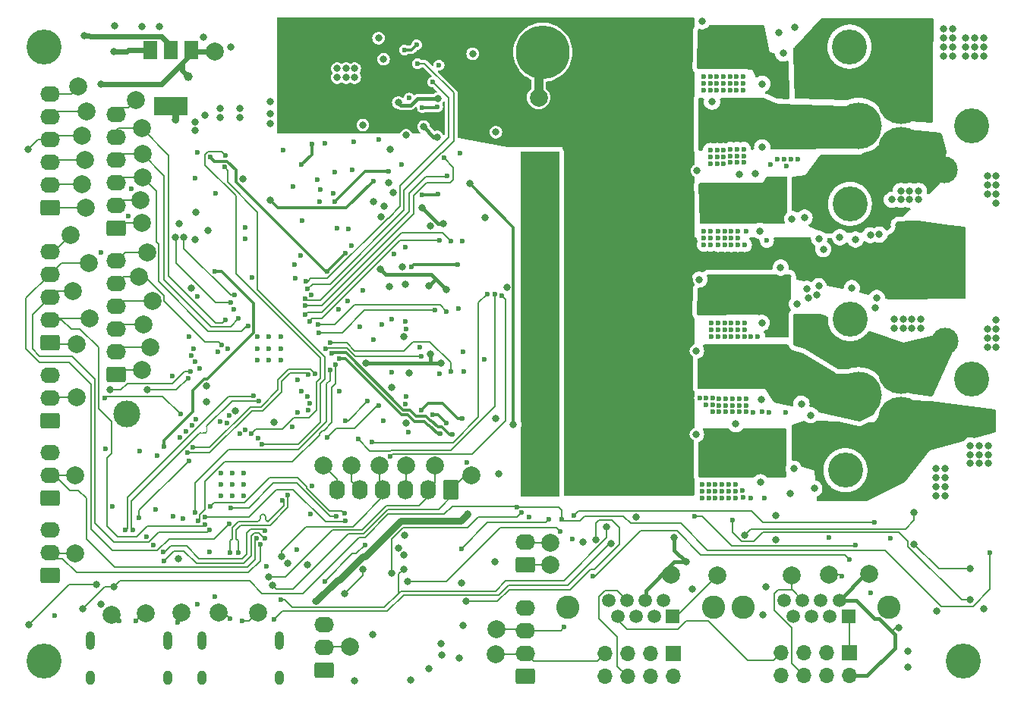
<source format=gbl>
G04 #@! TF.GenerationSoftware,KiCad,Pcbnew,7.0.1-3b83917a11~171~ubuntu22.04.1*
G04 #@! TF.CreationDate,2023-03-24T16:48:54-07:00*
G04 #@! TF.ProjectId,RP2040_motor,52503230-3430-45f6-9d6f-746f722e6b69,REV1*
G04 #@! TF.SameCoordinates,Original*
G04 #@! TF.FileFunction,Copper,L4,Bot*
G04 #@! TF.FilePolarity,Positive*
%FSLAX46Y46*%
G04 Gerber Fmt 4.6, Leading zero omitted, Abs format (unit mm)*
G04 Created by KiCad (PCBNEW 7.0.1-3b83917a11~171~ubuntu22.04.1) date 2023-03-24 16:48:54*
%MOMM*%
%LPD*%
G01*
G04 APERTURE LIST*
G04 Aperture macros list*
%AMRoundRect*
0 Rectangle with rounded corners*
0 $1 Rounding radius*
0 $2 $3 $4 $5 $6 $7 $8 $9 X,Y pos of 4 corners*
0 Add a 4 corners polygon primitive as box body*
4,1,4,$2,$3,$4,$5,$6,$7,$8,$9,$2,$3,0*
0 Add four circle primitives for the rounded corners*
1,1,$1+$1,$2,$3*
1,1,$1+$1,$4,$5*
1,1,$1+$1,$6,$7*
1,1,$1+$1,$8,$9*
0 Add four rect primitives between the rounded corners*
20,1,$1+$1,$2,$3,$4,$5,0*
20,1,$1+$1,$4,$5,$6,$7,0*
20,1,$1+$1,$6,$7,$8,$9,0*
20,1,$1+$1,$8,$9,$2,$3,0*%
G04 Aperture macros list end*
G04 #@! TA.AperFunction,ComponentPad*
%ADD10C,0.600000*%
G04 #@! TD*
G04 #@! TA.AperFunction,ComponentPad*
%ADD11C,3.900000*%
G04 #@! TD*
G04 #@! TA.AperFunction,ComponentPad*
%ADD12RoundRect,1.500000X1.500000X1.500000X-1.500000X1.500000X-1.500000X-1.500000X1.500000X-1.500000X0*%
G04 #@! TD*
G04 #@! TA.AperFunction,ComponentPad*
%ADD13C,6.000000*%
G04 #@! TD*
G04 #@! TA.AperFunction,ComponentPad*
%ADD14RoundRect,0.250000X0.845000X-0.620000X0.845000X0.620000X-0.845000X0.620000X-0.845000X-0.620000X0*%
G04 #@! TD*
G04 #@! TA.AperFunction,ComponentPad*
%ADD15O,2.190000X1.740000*%
G04 #@! TD*
G04 #@! TA.AperFunction,ComponentPad*
%ADD16C,5.200000*%
G04 #@! TD*
G04 #@! TA.AperFunction,ComponentPad*
%ADD17RoundRect,0.250000X0.620000X0.845000X-0.620000X0.845000X-0.620000X-0.845000X0.620000X-0.845000X0*%
G04 #@! TD*
G04 #@! TA.AperFunction,ComponentPad*
%ADD18O,1.740000X2.190000*%
G04 #@! TD*
G04 #@! TA.AperFunction,ComponentPad*
%ADD19R,1.500000X1.500000*%
G04 #@! TD*
G04 #@! TA.AperFunction,ComponentPad*
%ADD20C,1.500000*%
G04 #@! TD*
G04 #@! TA.AperFunction,ComponentPad*
%ADD21C,2.600000*%
G04 #@! TD*
G04 #@! TA.AperFunction,ComponentPad*
%ADD22R,1.700000X1.700000*%
G04 #@! TD*
G04 #@! TA.AperFunction,ComponentPad*
%ADD23O,1.700000X1.700000*%
G04 #@! TD*
G04 #@! TA.AperFunction,ComponentPad*
%ADD24O,1.000000X2.100000*%
G04 #@! TD*
G04 #@! TA.AperFunction,ComponentPad*
%ADD25O,1.000000X1.600000*%
G04 #@! TD*
G04 #@! TA.AperFunction,ComponentPad*
%ADD26C,3.000000*%
G04 #@! TD*
G04 #@! TA.AperFunction,SMDPad,CuDef*
%ADD27C,2.000000*%
G04 #@! TD*
G04 #@! TA.AperFunction,SMDPad,CuDef*
%ADD28C,3.000000*%
G04 #@! TD*
G04 #@! TA.AperFunction,SMDPad,CuDef*
%ADD29R,1.500000X2.000000*%
G04 #@! TD*
G04 #@! TA.AperFunction,SMDPad,CuDef*
%ADD30R,3.800000X2.000000*%
G04 #@! TD*
G04 #@! TA.AperFunction,ViaPad*
%ADD31C,0.800000*%
G04 #@! TD*
G04 #@! TA.AperFunction,ViaPad*
%ADD32C,0.600000*%
G04 #@! TD*
G04 #@! TA.AperFunction,ViaPad*
%ADD33C,1.000000*%
G04 #@! TD*
G04 #@! TA.AperFunction,Conductor*
%ADD34C,0.300000*%
G04 #@! TD*
G04 #@! TA.AperFunction,Conductor*
%ADD35C,0.200000*%
G04 #@! TD*
G04 #@! TA.AperFunction,Conductor*
%ADD36C,0.600000*%
G04 #@! TD*
G04 #@! TA.AperFunction,Conductor*
%ADD37C,0.800000*%
G04 #@! TD*
G04 #@! TA.AperFunction,Conductor*
%ADD38C,0.400000*%
G04 #@! TD*
G04 #@! TA.AperFunction,Conductor*
%ADD39C,1.000000*%
G04 #@! TD*
G04 APERTURE END LIST*
D10*
X92065000Y-77425000D03*
X92065000Y-76150000D03*
X92065000Y-74875000D03*
X90790000Y-77425000D03*
X90790000Y-76150000D03*
X90790000Y-74875000D03*
X89515000Y-77425000D03*
X89515000Y-76150000D03*
X89515000Y-74875000D03*
X87981000Y-90059000D03*
X86706000Y-90059000D03*
X85431000Y-90059000D03*
X87981000Y-91334000D03*
X86706000Y-91334000D03*
X85431000Y-91334000D03*
X87981000Y-92609000D03*
X86706000Y-92609000D03*
X85431000Y-92609000D03*
D11*
X65700000Y-42450000D03*
D12*
X128525000Y-43075000D03*
D13*
X121325000Y-43075000D03*
D14*
X96890000Y-112050000D03*
D15*
X96890000Y-109510000D03*
X96890000Y-106970000D03*
D14*
X73740000Y-62700000D03*
D15*
X73740000Y-60160000D03*
X73740000Y-57620000D03*
X73740000Y-55080000D03*
X73740000Y-52540000D03*
X73740000Y-50000000D03*
D11*
X155525000Y-42450000D03*
D16*
X161320000Y-54020000D03*
X161320000Y-48520000D03*
X156560000Y-51270000D03*
D14*
X119365000Y-112747000D03*
D15*
X119365000Y-110207000D03*
X119365000Y-107667000D03*
X119365000Y-105127000D03*
D17*
X111082000Y-91962000D03*
D18*
X108542000Y-91962000D03*
X106002000Y-91962000D03*
X103462000Y-91962000D03*
X100922000Y-91962000D03*
X98382000Y-91962000D03*
D16*
X161320000Y-84120000D03*
X161320000Y-78620000D03*
X156560000Y-81370000D03*
D19*
X155400000Y-106050000D03*
D20*
X154380000Y-104270000D03*
X153360000Y-106050000D03*
X152340000Y-104270000D03*
X151320000Y-106050000D03*
X150300000Y-104270000D03*
X149280000Y-106050000D03*
X148260000Y-104270000D03*
D21*
X159960000Y-105030000D03*
X143700000Y-105030000D03*
D19*
X135800000Y-106050000D03*
D20*
X134780000Y-104270000D03*
X133760000Y-106050000D03*
X132740000Y-104270000D03*
X131720000Y-106050000D03*
X130700000Y-104270000D03*
X129680000Y-106050000D03*
X128660000Y-104270000D03*
D21*
X140360000Y-105030000D03*
X124100000Y-105030000D03*
D14*
X66340000Y-92840000D03*
D15*
X66340000Y-90300000D03*
X66340000Y-87760000D03*
D14*
X66340000Y-75500000D03*
D15*
X66340000Y-72960000D03*
X66340000Y-70420000D03*
X66340000Y-67880000D03*
X66340000Y-65340000D03*
D14*
X66340000Y-60436000D03*
D15*
X66340000Y-57896000D03*
X66340000Y-55356000D03*
X66340000Y-52816000D03*
X66340000Y-50276000D03*
X66340000Y-47736000D03*
D22*
X135850000Y-110250000D03*
D23*
X135850000Y-112790000D03*
X133310000Y-110250000D03*
X133310000Y-112790000D03*
X130770000Y-110250000D03*
X130770000Y-112790000D03*
X128230000Y-110250000D03*
X128230000Y-112790000D03*
D22*
X155550000Y-110150000D03*
D23*
X155550000Y-112690000D03*
X153010000Y-110150000D03*
X153010000Y-112690000D03*
X150470000Y-110150000D03*
X150470000Y-112690000D03*
X147930000Y-110150000D03*
X147930000Y-112690000D03*
D24*
X83330000Y-108795000D03*
D25*
X83330000Y-112975000D03*
D24*
X91970000Y-108795000D03*
D25*
X91970000Y-112975000D03*
D26*
X74900000Y-83500000D03*
D11*
X155075000Y-89750000D03*
D14*
X119338000Y-100350000D03*
D15*
X119338000Y-97810000D03*
D11*
X169175000Y-79570000D03*
X155575000Y-60000000D03*
X155575000Y-72875000D03*
X65700000Y-111100000D03*
D14*
X66340000Y-84200000D03*
D15*
X66340000Y-81660000D03*
X66340000Y-79120000D03*
D14*
X73740000Y-79100000D03*
D15*
X73740000Y-76560000D03*
X73740000Y-74020000D03*
X73740000Y-71480000D03*
X73740000Y-68940000D03*
X73740000Y-66400000D03*
D11*
X168200000Y-111100000D03*
X169175000Y-51270000D03*
D24*
X70830000Y-108795000D03*
D25*
X70830000Y-112975000D03*
D24*
X79470000Y-108795000D03*
D25*
X79470000Y-112975000D03*
D14*
X66340000Y-101500000D03*
D15*
X66340000Y-98960000D03*
X66340000Y-96420000D03*
D27*
X85125000Y-105625000D03*
X70745000Y-72815000D03*
X103125000Y-89225000D03*
X127455000Y-48185000D03*
X76575000Y-51575000D03*
X69345000Y-75665000D03*
X77175000Y-65425000D03*
D28*
X149825000Y-79175000D03*
D27*
X76575000Y-62175000D03*
X69155000Y-90335000D03*
X76275000Y-68175000D03*
X84755000Y-42985000D03*
X70645000Y-66615000D03*
X70225000Y-55075000D03*
X76775000Y-73475000D03*
X109325000Y-89225000D03*
D28*
X151275000Y-51475000D03*
D27*
X140775000Y-101475000D03*
D29*
X77525000Y-42825000D03*
X79825000Y-42825000D03*
D30*
X79825000Y-49125000D03*
D29*
X82125000Y-42825000D03*
D27*
X116025000Y-110275000D03*
X113375000Y-90325000D03*
D28*
X166125000Y-56175000D03*
D27*
X69355000Y-81635000D03*
X99975000Y-89225000D03*
X96825000Y-89225000D03*
X106075000Y-89225000D03*
X76675000Y-57075000D03*
X69925000Y-52425000D03*
X120855000Y-48135000D03*
X68945000Y-69765000D03*
X69525000Y-46925000D03*
D28*
X161325000Y-43325000D03*
D27*
X89525000Y-105625000D03*
X99805000Y-109485000D03*
X70325000Y-60425000D03*
X77025000Y-105725000D03*
X76675000Y-54425000D03*
X69925000Y-57825000D03*
X77775000Y-70825000D03*
X122125000Y-100325000D03*
X153275000Y-101425000D03*
X157725000Y-101375000D03*
X76475000Y-59625000D03*
X116125000Y-107525000D03*
X68645000Y-63465000D03*
X81025000Y-105675000D03*
X75975000Y-48425000D03*
X76575000Y-78575000D03*
D28*
X166675000Y-84525000D03*
D27*
X135625000Y-101425000D03*
X69155000Y-99085000D03*
X73225000Y-105875000D03*
X149075000Y-101525000D03*
X70425000Y-49675000D03*
X122125000Y-97825000D03*
D28*
X166225000Y-75325000D03*
D27*
X77575000Y-76025000D03*
D31*
X82550000Y-50875000D03*
X80675000Y-99625000D03*
X96000000Y-104400000D03*
X112925000Y-94625000D03*
D32*
X96975000Y-102150000D03*
X101487500Y-98087500D03*
D31*
X104500000Y-80525000D03*
X104200000Y-69250000D03*
X106055500Y-84500000D03*
X116400000Y-90150000D03*
X103246390Y-61414366D03*
D32*
X140050000Y-63050000D03*
X140050000Y-63800000D03*
X139300000Y-63800000D03*
X139300000Y-64550000D03*
X139300000Y-63050000D03*
X140050000Y-64550000D03*
D31*
X113500000Y-43250000D03*
X108034500Y-51400000D03*
X109529977Y-52529977D03*
X107894387Y-60463634D03*
X110200000Y-62200000D03*
X108600000Y-69200000D03*
X103231872Y-67257372D03*
X110595142Y-69605096D03*
X108782523Y-76782523D03*
X101600000Y-77800000D03*
X110000000Y-77800000D03*
X165150000Y-90600000D03*
X166150000Y-89600000D03*
X166150000Y-90600000D03*
X165150000Y-91600000D03*
X165150000Y-89600000D03*
X166150000Y-91600000D03*
X166150000Y-92600000D03*
X165150000Y-92600000D03*
X162250000Y-58550000D03*
X163250000Y-59550000D03*
X162250000Y-59550000D03*
X161250000Y-58550000D03*
X163250000Y-58550000D03*
X161250000Y-59550000D03*
X160250000Y-59550000D03*
D32*
X94500000Y-61900000D03*
X94300000Y-65800000D03*
X88100000Y-63900000D03*
X88900000Y-68190000D03*
X143250000Y-83250000D03*
X141000000Y-83250000D03*
D31*
X73514888Y-43010668D03*
D32*
X139075000Y-92125000D03*
X141450000Y-47300000D03*
D31*
X167000000Y-41500000D03*
D32*
X93900000Y-98650000D03*
X142500000Y-83250000D03*
X140250000Y-82450000D03*
X142075000Y-91375000D03*
X78150000Y-94175000D03*
X142075000Y-92125000D03*
X140000000Y-54750000D03*
D31*
X149400000Y-40300000D03*
D32*
X95400000Y-94650000D03*
X142200000Y-47300000D03*
X93400000Y-84900000D03*
X112050000Y-54350000D03*
D31*
X148900000Y-92400000D03*
X122450000Y-72350000D03*
D32*
X139500000Y-82450000D03*
X141650000Y-64600000D03*
D31*
X122550000Y-58320000D03*
D32*
X141325000Y-92125000D03*
X142300000Y-73300000D03*
X101250000Y-69650000D03*
D31*
X78600000Y-40200000D03*
X170900000Y-57900000D03*
X106550000Y-113200000D03*
D32*
X106400000Y-48200000D03*
D31*
X121550000Y-80800000D03*
D32*
X146700000Y-55600000D03*
X142250000Y-55400000D03*
X140100000Y-74800000D03*
X119800000Y-94999500D03*
D31*
X85300000Y-49350000D03*
X171900000Y-56900000D03*
D32*
X140250000Y-81700000D03*
X84150000Y-98900000D03*
X141750000Y-83250000D03*
X143100000Y-63850000D03*
X140900000Y-63100000D03*
X141325000Y-91375000D03*
X139500000Y-81700000D03*
D31*
X120300000Y-58320000D03*
D32*
X72506000Y-87334000D03*
X139075000Y-91375000D03*
D31*
X171900000Y-73000000D03*
X120300000Y-54620000D03*
X150754500Y-69499500D03*
D32*
X143700000Y-46550000D03*
D31*
X167000000Y-42500000D03*
X76600000Y-40200000D03*
D32*
X93600000Y-66800000D03*
X140900000Y-64600000D03*
D31*
X171900000Y-75000000D03*
D32*
X140900000Y-63850000D03*
D31*
X100350000Y-44900000D03*
X122550000Y-80800000D03*
D32*
X138800000Y-81699500D03*
D31*
X120250000Y-86600000D03*
D32*
X143250000Y-81750000D03*
X95600000Y-91500000D03*
D31*
X166000000Y-42500000D03*
D32*
X145800000Y-83200000D03*
D31*
X170900000Y-76000000D03*
X122550000Y-74450000D03*
X165250000Y-105500000D03*
X98400000Y-45900000D03*
D32*
X77900000Y-98150000D03*
X142250000Y-54650000D03*
X112500000Y-78700000D03*
D31*
X121550000Y-74450000D03*
D32*
X141650000Y-63850000D03*
D31*
X166000000Y-40500000D03*
D32*
X144475000Y-92875000D03*
X144550000Y-74800000D03*
X142200000Y-45800000D03*
X144000000Y-81750000D03*
X140000000Y-47300000D03*
D31*
X121550000Y-76750000D03*
X122550000Y-82700000D03*
D32*
X142500000Y-81750000D03*
X143675000Y-92775000D03*
D31*
X120300000Y-55620000D03*
D32*
X140750000Y-54750000D03*
X103067506Y-52857165D03*
X106024600Y-73150000D03*
X139250000Y-45800000D03*
D31*
X150524500Y-61527226D03*
D32*
X147500000Y-55000000D03*
X95500000Y-70200500D03*
D31*
X120150000Y-68500000D03*
D32*
X76400000Y-87650000D03*
X139825000Y-91375000D03*
X140575000Y-92875000D03*
D31*
X122550000Y-75450000D03*
X121450000Y-72350000D03*
D32*
X143750000Y-53900000D03*
X143575000Y-92025000D03*
D31*
X122550000Y-76750000D03*
X112250000Y-102350000D03*
X95100000Y-100300000D03*
X122500000Y-59320000D03*
D32*
X140575000Y-91375000D03*
D31*
X158580000Y-70500000D03*
D32*
X140100000Y-74050000D03*
X140250000Y-83200000D03*
X139250000Y-46550000D03*
X145300000Y-74800000D03*
X142350000Y-63850000D03*
X143100000Y-64600000D03*
X143050000Y-73300000D03*
D31*
X121550000Y-89950000D03*
X120300000Y-82700000D03*
D32*
X143700000Y-45800000D03*
X139075000Y-92875000D03*
X92400000Y-54000500D03*
D31*
X87500000Y-50350000D03*
X83500000Y-41350000D03*
X122400000Y-68500000D03*
X87500000Y-49350000D03*
D32*
X112863400Y-88886600D03*
X100250000Y-53100000D03*
X139825000Y-92125000D03*
D31*
X100350000Y-45900000D03*
D32*
X140700000Y-45800000D03*
X140000000Y-45800000D03*
D31*
X85300000Y-50350000D03*
D32*
X73300000Y-93800000D03*
D31*
X171900000Y-74000000D03*
X91350000Y-84400000D03*
D32*
X141500000Y-54750000D03*
D31*
X121500000Y-59320000D03*
X120300000Y-80800000D03*
D32*
X148500000Y-55750000D03*
X100900000Y-73750000D03*
X140000000Y-54000000D03*
X90500000Y-100500000D03*
X144000000Y-82500000D03*
D31*
X119290000Y-76910000D03*
D32*
X143000000Y-54650000D03*
X80000000Y-79250000D03*
D31*
X120300000Y-74450000D03*
X102350000Y-108100000D03*
X122550000Y-55620000D03*
D32*
X141450000Y-46550000D03*
X141600000Y-74800000D03*
X78300000Y-88150000D03*
X141750000Y-81750000D03*
X140000000Y-46550000D03*
D31*
X171900000Y-57900000D03*
D32*
X142200000Y-46550000D03*
X143250000Y-82500000D03*
X140100000Y-73300000D03*
D31*
X87000000Y-83100000D03*
X121500000Y-86600000D03*
X120300000Y-89950000D03*
D32*
X140850000Y-73300000D03*
X105600000Y-55650000D03*
D31*
X121550000Y-82700000D03*
D32*
X146300000Y-64100000D03*
X142075000Y-92875000D03*
X146025000Y-92825000D03*
X140750000Y-54000000D03*
D31*
X83850000Y-82100000D03*
D32*
X149000000Y-55000000D03*
D31*
X167000000Y-43500000D03*
D32*
X142350000Y-63100000D03*
X93700000Y-68350000D03*
X142900000Y-47300000D03*
D31*
X121550000Y-75450000D03*
X98400000Y-44900000D03*
D32*
X142500000Y-82500000D03*
D31*
X121400000Y-68500000D03*
D32*
X143800000Y-73300000D03*
X141500000Y-54000000D03*
X141000000Y-81750000D03*
X106031400Y-64850000D03*
X144000000Y-83250000D03*
D31*
X90900000Y-51050000D03*
D32*
X141000000Y-82500000D03*
X84850000Y-58850000D03*
X81899500Y-74844989D03*
X142300000Y-74800000D03*
X140750000Y-55500000D03*
X143700000Y-47300000D03*
X66850000Y-105950000D03*
X84700000Y-103900000D03*
X112350000Y-64150000D03*
X143800000Y-74050000D03*
D31*
X90900000Y-48550000D03*
X99400000Y-44900000D03*
X171900000Y-58900000D03*
D32*
X143750000Y-54650000D03*
D31*
X122550000Y-92000000D03*
X121500000Y-62900000D03*
D32*
X141600000Y-73300000D03*
D31*
X120300000Y-75450000D03*
D32*
X142350000Y-64600000D03*
X142825000Y-92125000D03*
D31*
X122500000Y-62900000D03*
X90900000Y-49900000D03*
D32*
X153200000Y-97299500D03*
D31*
X170900000Y-75000000D03*
D32*
X143850000Y-64600000D03*
X143000000Y-55400000D03*
D31*
X80750000Y-62250000D03*
X166000000Y-43500000D03*
X120450000Y-72350000D03*
D32*
X88150000Y-62650000D03*
X139825000Y-92875000D03*
X143100000Y-63100000D03*
D31*
X122550000Y-89950000D03*
X72000000Y-104750000D03*
D32*
X143050000Y-74050000D03*
X142825000Y-92875000D03*
X142300000Y-74050000D03*
D31*
X120250000Y-59320000D03*
D32*
X141325000Y-92875000D03*
D31*
X121550000Y-54620000D03*
D32*
X141500000Y-55500000D03*
D31*
X122400000Y-71400000D03*
X121400000Y-71400000D03*
D32*
X109750000Y-44500000D03*
D31*
X170900000Y-58900000D03*
X119400000Y-71400000D03*
X83850000Y-80350000D03*
D32*
X143000000Y-53900000D03*
D31*
X121550000Y-58320000D03*
X73600000Y-40100000D03*
D32*
X149750000Y-55000000D03*
X142825000Y-91375000D03*
X140700000Y-46550000D03*
X111925000Y-71675000D03*
D31*
X170500000Y-105250000D03*
D32*
X146550000Y-83300000D03*
X141650000Y-63100000D03*
D31*
X120250000Y-62900000D03*
X120300000Y-76750000D03*
D32*
X141600000Y-74050000D03*
X143050000Y-74800000D03*
X141450000Y-45800000D03*
D31*
X122500000Y-86600000D03*
X99400000Y-45900000D03*
X171900000Y-59900000D03*
D32*
X106055500Y-81549796D03*
D31*
X120400000Y-71400000D03*
X121550000Y-55620000D03*
X167000000Y-40500000D03*
D32*
X142250000Y-53900000D03*
X140700000Y-47300000D03*
D31*
X166000000Y-41500000D03*
X100300000Y-113300000D03*
D32*
X93500000Y-58100000D03*
X142900000Y-46550000D03*
X141750000Y-82500000D03*
X140850000Y-74800000D03*
X98600000Y-80900000D03*
X142900000Y-45800000D03*
X77100000Y-97150000D03*
D31*
X170900000Y-74000000D03*
D32*
X97050000Y-53250000D03*
D31*
X121550000Y-92000000D03*
D32*
X148400000Y-83300000D03*
D31*
X152150000Y-63900000D03*
D32*
X139250000Y-47300000D03*
X140000000Y-55500000D03*
D31*
X102400000Y-59800000D03*
D32*
X143750000Y-55400000D03*
X144750000Y-83300000D03*
X140850000Y-74050000D03*
X144000000Y-63099500D03*
D31*
X122550000Y-54620000D03*
X171900000Y-76000000D03*
X120300000Y-92000000D03*
D32*
X148250000Y-55000000D03*
X143800000Y-74800000D03*
X124600000Y-97400000D03*
D31*
X170900000Y-56900000D03*
D32*
X140575000Y-92125000D03*
X80600000Y-106750000D03*
X86850000Y-71749500D03*
D31*
X151200000Y-83600000D03*
X103650000Y-60250000D03*
X147855604Y-67138966D03*
X155798654Y-69398654D03*
X80350000Y-50600000D03*
X147662544Y-40843728D03*
X70200000Y-41200000D03*
X154461739Y-63734477D03*
X145000000Y-56600000D03*
X151600000Y-91800000D03*
X150171290Y-82339466D03*
X79825000Y-42825000D03*
X151884458Y-70175985D03*
D32*
X116750000Y-70250000D03*
X104267821Y-88203114D03*
X88793302Y-85692033D03*
D31*
X158847964Y-63444558D03*
D32*
X85903333Y-54583523D03*
X90000000Y-86824000D03*
X102287928Y-86569443D03*
X85800000Y-55900000D03*
X115150000Y-70050000D03*
D31*
X152100000Y-69200000D03*
X157850000Y-63500000D03*
X168500000Y-43500000D03*
X162000000Y-68000000D03*
D32*
X135750000Y-40920000D03*
X134840900Y-89530000D03*
X134850000Y-68500000D03*
D31*
X163000000Y-68000000D03*
D32*
X135350000Y-80150000D03*
X136500000Y-43170000D03*
X135600000Y-70000000D03*
X135750000Y-42420000D03*
D31*
X167000000Y-65000000D03*
X170500000Y-42500000D03*
X166000000Y-65000000D03*
D32*
X137090900Y-89530000D03*
X134600000Y-77150000D03*
D31*
X167000000Y-68500000D03*
X92225000Y-48675000D03*
X171000000Y-89000000D03*
D32*
X137250000Y-43170000D03*
X137090900Y-88780000D03*
X136112300Y-79400000D03*
X135350000Y-77150000D03*
D31*
X93000000Y-47225000D03*
X171000000Y-88000000D03*
D32*
X135590900Y-86530000D03*
X136350000Y-71500000D03*
X134850000Y-69250000D03*
D31*
X170500000Y-43500000D03*
X161000000Y-69000000D03*
X168000000Y-63000000D03*
D32*
X137200000Y-50570000D03*
D31*
X162035000Y-64350000D03*
D32*
X135090900Y-58350000D03*
X135600000Y-70750000D03*
X135590900Y-88780000D03*
X137250000Y-43920000D03*
X135000000Y-41670000D03*
X137200000Y-52070000D03*
D31*
X170000000Y-87000000D03*
D32*
X135700000Y-49820000D03*
X136462300Y-51320000D03*
X136450000Y-49820000D03*
X137200000Y-51320000D03*
D31*
X93300000Y-48150000D03*
X166000000Y-69500000D03*
D32*
X134950000Y-49070000D03*
D31*
X161035000Y-64350000D03*
D32*
X136450000Y-52070000D03*
X137100000Y-70750000D03*
X136450000Y-49070000D03*
X136112300Y-78650000D03*
X136590900Y-58350000D03*
X134600000Y-78650000D03*
D31*
X162000000Y-70000000D03*
X169500000Y-43500000D03*
D32*
X137340900Y-59850000D03*
X137250000Y-41670000D03*
X135000000Y-43170000D03*
X135840900Y-59100000D03*
X134950000Y-50570000D03*
D31*
X162000000Y-69000000D03*
D32*
X135000000Y-42420000D03*
D31*
X168000000Y-69500000D03*
D32*
X136340900Y-89530000D03*
D31*
X168500000Y-42500000D03*
X93450000Y-46300000D03*
D32*
X137340900Y-58350000D03*
D31*
X169000000Y-88000000D03*
D32*
X134950000Y-51320000D03*
X136100000Y-80150000D03*
D31*
X170000000Y-89000000D03*
D32*
X135600000Y-68500000D03*
X134950000Y-49820000D03*
D31*
X161000000Y-70000000D03*
X169500000Y-42500000D03*
D32*
X135700000Y-51320000D03*
X136350000Y-70750000D03*
X136482300Y-41670000D03*
X136462300Y-50570000D03*
X136590900Y-60600000D03*
X135090900Y-59850000D03*
X134840900Y-86530000D03*
D31*
X166000000Y-63000000D03*
X161000000Y-68000000D03*
D32*
X136590900Y-59100000D03*
X135600000Y-71500000D03*
X134600000Y-80150000D03*
X135350000Y-77900000D03*
X137090900Y-86530000D03*
X134850000Y-71500000D03*
X134840900Y-88780000D03*
D31*
X163035000Y-64350000D03*
X162035000Y-62350000D03*
D32*
X137100000Y-71500000D03*
D31*
X169000000Y-87000000D03*
X166000000Y-68500000D03*
D32*
X136590900Y-57600000D03*
X136100000Y-77150000D03*
X136500000Y-43920000D03*
X136482300Y-42420000D03*
X135000000Y-43920000D03*
D31*
X170000000Y-88000000D03*
D32*
X135750000Y-41670000D03*
D31*
X167000000Y-64000000D03*
X169500000Y-41500000D03*
D32*
X137100000Y-68500000D03*
D31*
X163035000Y-63350000D03*
D32*
X136100000Y-77900000D03*
X135700000Y-52070000D03*
X137340900Y-59100000D03*
D31*
X167000000Y-63000000D03*
D32*
X135840900Y-57600000D03*
X134850000Y-70000000D03*
X135840900Y-60600000D03*
X135590900Y-89530000D03*
X135000000Y-40920000D03*
X136850000Y-77900000D03*
D31*
X168500000Y-41500000D03*
X162035000Y-63350000D03*
X163000000Y-69000000D03*
D32*
X137100000Y-70000000D03*
X134600000Y-79400000D03*
X135090900Y-60600000D03*
X137340900Y-60600000D03*
X137340900Y-57600000D03*
X136340900Y-86530000D03*
D31*
X167000000Y-67500000D03*
D32*
X136340900Y-87280000D03*
X134840900Y-87280000D03*
X136340900Y-88030000D03*
X136340900Y-88780000D03*
X134600000Y-77900000D03*
X136850000Y-78650000D03*
X136350000Y-68500000D03*
D31*
X168000000Y-67500000D03*
D32*
X135350000Y-78650000D03*
X134850000Y-70750000D03*
X136332300Y-70000000D03*
X137100000Y-69250000D03*
X136500000Y-40920000D03*
D31*
X163035000Y-62350000D03*
D32*
X137200000Y-49070000D03*
D31*
X168000000Y-65000000D03*
D32*
X134840900Y-88030000D03*
X135090900Y-59100000D03*
X137090900Y-87280000D03*
X137250000Y-40920000D03*
X135840900Y-58350000D03*
D31*
X163000000Y-70000000D03*
D32*
X135600000Y-69250000D03*
D31*
X169000000Y-89000000D03*
X171000000Y-87000000D03*
X168000000Y-64000000D03*
X161035000Y-63350000D03*
X161035000Y-62350000D03*
X168000000Y-68500000D03*
D32*
X135700000Y-49070000D03*
X137250000Y-42420000D03*
X135840900Y-59850000D03*
X136332300Y-69250000D03*
D31*
X166000000Y-67500000D03*
D32*
X137200000Y-49820000D03*
X136850000Y-79400000D03*
D31*
X92500000Y-46000000D03*
X166000000Y-64000000D03*
D32*
X135090900Y-57600000D03*
X136590900Y-59850000D03*
X135700000Y-50570000D03*
X134950000Y-52070000D03*
X136850000Y-77150000D03*
D31*
X167000000Y-69500000D03*
D32*
X135750000Y-43920000D03*
X135590900Y-87280000D03*
X135590900Y-88030000D03*
X135750000Y-43170000D03*
X137090900Y-88030000D03*
X135350000Y-79400000D03*
D31*
X170500000Y-41500000D03*
D32*
X140000000Y-70800000D03*
X146400000Y-70200000D03*
X148000000Y-71350000D03*
X144780000Y-68369100D03*
X140950000Y-70511400D03*
X144780000Y-70619100D03*
X146400000Y-70950000D03*
D31*
X117300500Y-69350000D03*
D32*
X143280000Y-68369100D03*
X142530000Y-69869100D03*
X143275000Y-71325000D03*
X147170000Y-72130900D03*
X141780000Y-69869100D03*
X147170000Y-71380900D03*
X148000000Y-72100000D03*
X146400000Y-71700000D03*
X142530000Y-68369100D03*
X144030000Y-70619100D03*
X141780000Y-69119100D03*
X140950000Y-69750000D03*
X144025000Y-71325000D03*
X145550000Y-69850000D03*
X140900000Y-71375000D03*
X145550000Y-70600000D03*
X143280000Y-70619100D03*
X144780000Y-69869100D03*
X144030000Y-69119100D03*
X144030000Y-69869100D03*
X143280000Y-69869100D03*
X143280000Y-69119100D03*
X148000000Y-70600000D03*
X140830900Y-69011400D03*
X142530000Y-70619100D03*
X141780000Y-68369100D03*
X145550000Y-71350000D03*
X142525000Y-71325000D03*
X144775000Y-71325000D03*
X144780000Y-69119100D03*
X140830900Y-68261400D03*
X141780000Y-70619100D03*
X144030000Y-68369100D03*
X147170000Y-70630900D03*
X141775000Y-71325000D03*
X140000000Y-69200000D03*
X140180900Y-70000000D03*
X142530000Y-69119100D03*
X143180000Y-76869100D03*
X140800000Y-78700000D03*
X144680000Y-77619100D03*
X142430000Y-79119100D03*
X143180000Y-77619100D03*
X142430000Y-76869100D03*
X143200000Y-80000000D03*
D31*
X160500000Y-72900000D03*
X160500000Y-73900000D03*
X161500000Y-73900000D03*
D32*
X145599100Y-78000000D03*
X140800900Y-77200000D03*
X143180000Y-78369100D03*
X142430000Y-78369100D03*
X142430000Y-77619100D03*
D31*
X163500000Y-72900000D03*
X161500000Y-72900000D03*
D32*
X140800000Y-77950000D03*
D31*
X162500000Y-73900000D03*
D32*
X145599100Y-79500000D03*
X145600000Y-77250000D03*
X142450000Y-80000000D03*
X144680000Y-79119100D03*
X143930000Y-77619100D03*
X114800000Y-77400000D03*
X144700000Y-80000000D03*
X141680000Y-77619100D03*
X141680000Y-76869100D03*
X145599100Y-78750000D03*
X143930000Y-78369100D03*
X140800000Y-79450000D03*
D31*
X163500000Y-73900000D03*
D32*
X141680000Y-79119100D03*
D31*
X162500000Y-72900000D03*
D32*
X141680000Y-78369100D03*
X145599100Y-80250000D03*
X143930000Y-76869100D03*
X144680000Y-78369100D03*
X143180000Y-79119100D03*
X143950000Y-80000000D03*
X141700000Y-80000000D03*
X143930000Y-79119100D03*
X144680000Y-76869100D03*
X142530000Y-86919100D03*
X140630900Y-89311400D03*
X144780000Y-86919100D03*
X148050000Y-86500000D03*
X140630900Y-88561400D03*
X145650000Y-87900000D03*
X143280000Y-88419100D03*
X144030000Y-89169100D03*
X143280000Y-86919100D03*
X147150000Y-86400000D03*
X148000000Y-88800000D03*
X144780000Y-87669100D03*
X148050000Y-87250000D03*
X141780000Y-89169100D03*
X145600000Y-88700000D03*
X147150000Y-87150000D03*
X145650000Y-86400000D03*
X144780000Y-88419100D03*
X144030000Y-87669100D03*
X147150000Y-87900000D03*
X142530000Y-88419100D03*
D31*
X116050000Y-84000000D03*
D32*
X144780000Y-89169100D03*
X144030000Y-88419100D03*
X140630900Y-87061400D03*
X144030000Y-86919100D03*
X140630900Y-87811400D03*
X146400000Y-87900000D03*
X146400000Y-87150000D03*
X146400000Y-86400000D03*
X142530000Y-87669100D03*
X148050000Y-88000000D03*
X141780000Y-88419100D03*
X145650000Y-87150000D03*
X146350000Y-88700000D03*
X143280000Y-89169100D03*
X142530000Y-89169100D03*
X141780000Y-86919100D03*
X141780000Y-87669100D03*
X147100000Y-88700000D03*
X143280000Y-87669100D03*
D31*
X105999500Y-68999834D03*
X138775000Y-68460498D03*
X103570500Y-43860250D03*
X139100000Y-39600000D03*
X105650000Y-67050000D03*
X145750000Y-73300000D03*
X145800000Y-46600000D03*
X103000000Y-41500000D03*
X106449500Y-78892667D03*
X138400000Y-76400000D03*
X106071638Y-52353237D03*
X140200000Y-48600000D03*
X145700000Y-81900000D03*
X105800000Y-74850500D03*
X145800000Y-53700000D03*
X104300500Y-53900000D03*
D32*
X109022753Y-83573154D03*
X110525000Y-84475000D03*
D31*
X86500000Y-42500000D03*
X83600000Y-50100000D03*
X138400000Y-85730000D03*
D32*
X106326280Y-85492991D03*
D31*
X138500000Y-56300000D03*
X108750000Y-62463600D03*
X145600000Y-91100000D03*
X145530000Y-63030000D03*
X104600000Y-58750000D03*
D32*
X112350000Y-83950000D03*
X107750500Y-83050000D03*
X109590016Y-58919543D03*
X107820967Y-59041800D03*
X79100000Y-99900500D03*
X90300000Y-97324003D03*
X112400000Y-76550000D03*
X107600000Y-76000000D03*
D31*
X90950000Y-59600000D03*
D32*
X102400000Y-57450000D03*
X82400000Y-76200000D03*
X82085061Y-76934859D03*
X96200000Y-57300000D03*
X143250000Y-41100000D03*
X141750000Y-41850000D03*
X141750000Y-43350000D03*
X144000000Y-43350000D03*
X143250000Y-42600000D03*
X145500000Y-42600000D03*
X142500000Y-42600000D03*
X142500000Y-41850000D03*
X140250000Y-43350000D03*
X144750000Y-44100000D03*
X145500000Y-44100000D03*
X141750000Y-41100000D03*
X143250000Y-44100000D03*
X146250000Y-43750000D03*
X140250000Y-41850000D03*
X147000000Y-44500000D03*
X141000000Y-43350000D03*
X145500000Y-41850000D03*
X146250000Y-45250000D03*
X142500000Y-41100000D03*
X147000000Y-46000000D03*
X142500000Y-44100000D03*
X144000000Y-42600000D03*
X145500000Y-41100000D03*
X143250000Y-43350000D03*
X147000000Y-45250000D03*
X141000000Y-42600000D03*
X144750000Y-41850000D03*
X141000000Y-41850000D03*
X141750000Y-44100000D03*
X144750000Y-42600000D03*
X145500000Y-43350000D03*
X146250000Y-44500000D03*
X140250000Y-44100000D03*
X144750000Y-43350000D03*
X142500000Y-43350000D03*
X144000000Y-41850000D03*
X141000000Y-44100000D03*
X141000000Y-41100000D03*
X140250000Y-42600000D03*
X141750000Y-42600000D03*
X144750000Y-41100000D03*
X144000000Y-44100000D03*
X144000000Y-41100000D03*
X143250000Y-41850000D03*
X144180000Y-50139100D03*
X140400000Y-51400000D03*
X143430000Y-51639100D03*
X144180000Y-50889100D03*
X144930000Y-50889100D03*
X144180000Y-49389100D03*
X144180000Y-51639100D03*
X140200000Y-49800000D03*
X141930000Y-51639100D03*
X144930000Y-50139100D03*
X143430000Y-50889100D03*
X144930000Y-51639100D03*
X141200000Y-51200000D03*
X142680000Y-50139100D03*
X144150000Y-48550000D03*
D31*
X116100000Y-52000500D03*
D32*
X141930000Y-50139100D03*
X141930000Y-50889100D03*
X140200000Y-50700000D03*
X143400000Y-48550000D03*
X143430000Y-50139100D03*
X144900000Y-48550000D03*
X142680000Y-50889100D03*
X142680000Y-51639100D03*
X141200000Y-50400000D03*
X141900000Y-48550000D03*
X144930000Y-49389100D03*
X143430000Y-49389100D03*
X142650000Y-48550000D03*
X141200000Y-49600000D03*
X141930000Y-49389100D03*
X142680000Y-49389100D03*
X72050000Y-65400000D03*
X90300000Y-96524500D03*
X79011161Y-98886661D03*
D31*
X84000000Y-63000000D03*
D32*
X104474600Y-72850000D03*
D33*
X81800000Y-45800000D03*
D31*
X109600000Y-48250000D03*
D32*
X104750000Y-65605498D03*
D31*
X101250000Y-51200000D03*
D32*
X104500000Y-78826950D03*
D31*
X82550000Y-51800000D03*
X104164501Y-57631190D03*
X72000000Y-46600000D03*
X105200000Y-48700000D03*
D32*
X82508229Y-77613191D03*
X96484266Y-58384266D03*
X75637000Y-96450000D03*
X89660000Y-82000000D03*
X75130000Y-61330000D03*
X81747175Y-79508475D03*
X86200000Y-76150500D03*
D31*
X77200000Y-80800000D03*
D32*
X75400000Y-58350000D03*
X82000000Y-78750000D03*
D31*
X63900000Y-53900000D03*
D32*
X85099989Y-76550500D03*
D31*
X73050000Y-80800500D03*
D32*
X96390000Y-59790000D03*
X83007205Y-78399500D03*
X109588648Y-49154103D03*
X107895500Y-49279388D03*
X106650000Y-67050000D03*
X111822191Y-66792136D03*
X105890734Y-42809266D03*
X107250000Y-42250000D03*
X74100000Y-106600000D03*
X75900000Y-106600000D03*
X93950000Y-79650000D03*
X84250000Y-54800000D03*
X97250000Y-67550000D03*
X99275000Y-65525000D03*
X94350000Y-80900000D03*
X98523911Y-71823911D03*
X95100000Y-81500000D03*
X99523911Y-70823911D03*
X95319640Y-82268741D03*
X100001000Y-64700000D03*
X99665002Y-62774297D03*
X95190551Y-83057753D03*
X94000000Y-83300000D03*
X98400000Y-62700000D03*
X98600000Y-77300000D03*
X109910497Y-85698269D03*
X111250000Y-85749500D03*
X97800000Y-76700000D03*
X109800000Y-64100000D03*
X95300000Y-73100000D03*
X111093601Y-64142138D03*
X94850000Y-72400000D03*
X107809262Y-77055925D03*
X109800000Y-79000000D03*
X97100000Y-76150500D03*
X97600000Y-75500500D03*
X111050000Y-78700000D03*
X94799773Y-71393351D03*
X110285500Y-54875000D03*
X110650000Y-56900000D03*
X94803962Y-70593860D03*
X96300000Y-74400000D03*
X109314633Y-71879730D03*
X110589500Y-72000000D03*
X96250000Y-73500000D03*
X109065500Y-46400000D03*
X94899500Y-68625000D03*
X107350000Y-44350000D03*
X95094745Y-69477502D03*
X74787000Y-96450000D03*
X89050000Y-81400000D03*
D31*
X87850000Y-57250000D03*
D32*
X86308983Y-83675848D03*
X89568536Y-86150916D03*
D31*
X150933242Y-70482890D03*
D32*
X115968245Y-70082481D03*
X100709668Y-86259668D03*
X84700000Y-67550000D03*
X94400000Y-55650000D03*
X95550000Y-53300000D03*
X79100000Y-87100000D03*
X112249320Y-98498813D03*
X121973911Y-95273911D03*
D31*
X116000000Y-100000000D03*
X125800000Y-97800000D03*
D32*
X87800000Y-106600000D03*
X86400000Y-106300000D03*
X103000000Y-82500000D03*
X102400000Y-75200000D03*
X97300000Y-86100000D03*
X87325000Y-99000000D03*
X92900521Y-92499479D03*
X86475000Y-99000000D03*
X92299479Y-93100521D03*
D31*
X128900000Y-97950000D03*
D32*
X91350000Y-106400000D03*
X76300000Y-95050000D03*
X82800000Y-104700000D03*
X81851089Y-88698911D03*
X101800000Y-82000000D03*
X99300000Y-84200000D03*
D31*
X104500000Y-101250000D03*
D32*
X118912081Y-94514485D03*
D31*
X105800000Y-100800000D03*
D32*
X92100000Y-104250000D03*
D31*
X161000000Y-107350000D03*
X128448799Y-96050750D03*
X162750000Y-94500000D03*
X143800000Y-97000000D03*
X105199500Y-98441151D03*
X145850000Y-105900000D03*
D32*
X154700000Y-101600000D03*
X142450989Y-95345500D03*
D31*
X169000000Y-104250000D03*
X162000000Y-111750000D03*
X105850000Y-99200000D03*
X146200000Y-102800000D03*
D32*
X86093121Y-84445657D03*
X72450000Y-81660000D03*
X80933388Y-83500500D03*
X85300000Y-84344841D03*
X89837209Y-98020004D03*
X89418656Y-97338816D03*
X95150735Y-79102913D03*
X81716411Y-87816411D03*
X82316411Y-87216411D03*
X95945870Y-79019455D03*
D31*
X137300000Y-100000000D03*
X138000000Y-103050000D03*
X136000000Y-97250000D03*
X147300000Y-97500000D03*
D32*
X98100000Y-56500000D03*
D31*
X149125000Y-61700000D03*
X113200000Y-57750000D03*
D32*
X98100000Y-59790500D03*
D31*
X149300000Y-89600000D03*
D32*
X104150000Y-56400000D03*
D31*
X118050000Y-84650000D03*
X147325000Y-94800500D03*
D32*
X123700000Y-107300000D03*
X100100000Y-56200000D03*
D31*
X148124500Y-43200000D03*
D32*
X123275498Y-96599500D03*
D31*
X99250000Y-103550500D03*
X101275000Y-100800000D03*
X106250000Y-102199500D03*
X81300000Y-63699500D03*
D32*
X86937624Y-70180131D03*
D31*
X80300000Y-63699500D03*
D32*
X86488547Y-71036370D03*
X80100000Y-94900000D03*
D31*
X91179758Y-102602394D03*
X90750000Y-101700000D03*
D32*
X81164053Y-95116231D03*
D31*
X92150000Y-99400000D03*
X92827943Y-100134438D03*
X149653964Y-71196036D03*
D32*
X103350000Y-73450000D03*
X106100000Y-73950000D03*
X97958226Y-58824883D03*
D31*
X152611872Y-65072105D03*
X143250000Y-56750000D03*
D32*
X151500000Y-58750000D03*
X151500000Y-56500000D03*
X151500000Y-57250000D03*
X152250000Y-58750000D03*
X152250000Y-59500000D03*
X152750000Y-55750000D03*
X150250000Y-58500000D03*
X151500000Y-58000000D03*
X151500000Y-59500000D03*
X152000000Y-55750000D03*
X150750000Y-59500000D03*
X153000000Y-57250000D03*
X152250000Y-60250000D03*
X152250000Y-56500000D03*
X152250000Y-57250000D03*
X152250000Y-58000000D03*
X150250000Y-57500000D03*
X153000000Y-56500000D03*
X151500000Y-45000000D03*
X153000000Y-46500000D03*
X150750000Y-44250000D03*
X150000000Y-44250000D03*
X150750000Y-45000000D03*
X153000000Y-45000000D03*
X152250000Y-45000000D03*
X151500000Y-44250000D03*
X152250000Y-46500000D03*
X153000000Y-45750000D03*
X153000000Y-47250000D03*
X151500000Y-45750000D03*
X150000000Y-45000000D03*
X153000000Y-44250000D03*
X152250000Y-47250000D03*
X150000000Y-45750000D03*
X152250000Y-44250000D03*
X150750000Y-45750000D03*
X152250000Y-45750000D03*
D31*
X112800000Y-104400000D03*
X127230378Y-97530378D03*
D32*
X153000000Y-74000000D03*
X153750000Y-75500000D03*
X152250000Y-74000000D03*
X153000000Y-75500000D03*
X153750000Y-76250000D03*
X153000000Y-76250000D03*
X150750000Y-75500000D03*
X153000000Y-77000000D03*
X151500000Y-74750000D03*
X151500000Y-76250000D03*
X152250000Y-76250000D03*
X152773911Y-73223911D03*
X153750000Y-77000000D03*
X152250000Y-74750000D03*
X151500000Y-75500000D03*
X153000000Y-74750000D03*
X152250000Y-75500000D03*
X82823797Y-54254462D03*
X85900000Y-73000000D03*
X85485108Y-75792543D03*
D31*
X82500000Y-64000000D03*
X82100000Y-69400000D03*
D32*
X82825000Y-70325000D03*
X87400000Y-72800000D03*
X82500000Y-57100000D03*
X88447034Y-73610213D03*
D31*
X82625824Y-60965646D03*
D32*
X83621158Y-95802562D03*
X84147837Y-96404072D03*
X86306500Y-95708500D03*
X81521989Y-85421989D03*
D31*
X110050000Y-110400000D03*
D32*
X80871989Y-86071989D03*
D31*
X109950000Y-109150000D03*
X112400000Y-107100000D03*
D32*
X82600000Y-84100000D03*
D31*
X108650000Y-111900000D03*
D32*
X82169974Y-84774004D03*
X87505500Y-85700000D03*
D31*
X112000000Y-110700000D03*
D32*
X157900000Y-103430489D03*
X97597403Y-78563311D03*
X82512013Y-94456340D03*
D31*
X105900000Y-97000000D03*
X131750000Y-95000000D03*
X158400000Y-71600000D03*
X142850000Y-84600000D03*
D32*
X99313120Y-95392703D03*
X83649034Y-94971345D03*
X160066352Y-97333648D03*
X155500000Y-99700000D03*
X126900000Y-101600000D03*
X124800000Y-94788890D03*
X99201089Y-94601089D03*
X84202708Y-93828668D03*
X158300000Y-95600000D03*
X156200000Y-98100500D03*
X86509572Y-93957457D03*
X98300000Y-94900000D03*
X138250000Y-94899500D03*
X142600000Y-59100000D03*
X141090100Y-58640100D03*
X145590100Y-60790100D03*
X141850000Y-60600000D03*
X143350000Y-59850000D03*
X140250000Y-60500000D03*
D31*
X114922950Y-61522950D03*
D32*
X144850000Y-61350000D03*
X141090100Y-60140100D03*
X145700000Y-61600000D03*
X143350000Y-60600000D03*
X144100000Y-60600000D03*
X140250000Y-58250000D03*
X141850000Y-59850000D03*
X144850000Y-59100000D03*
X144850000Y-59850000D03*
X147100000Y-61050000D03*
X147250000Y-60250000D03*
X141850000Y-59100000D03*
X141090100Y-59390100D03*
X144100000Y-61350000D03*
X145590100Y-60040100D03*
X146500000Y-60000000D03*
X141850000Y-61350000D03*
X144850000Y-60600000D03*
X142600000Y-61350000D03*
X140250000Y-61250000D03*
X145590100Y-59290100D03*
X142600000Y-60600000D03*
X146340100Y-60690100D03*
X140250000Y-59750000D03*
X140250000Y-59000000D03*
X143350000Y-61350000D03*
X141090100Y-60890100D03*
X142600000Y-59850000D03*
X144100000Y-59100000D03*
X144100000Y-59850000D03*
X143350000Y-59100000D03*
X98196903Y-77990447D03*
X82874307Y-95400500D03*
D31*
X169000000Y-100750000D03*
X162000000Y-110000000D03*
X162750000Y-98000000D03*
X70000000Y-105250000D03*
D32*
X123400000Y-95200000D03*
X171200000Y-99000000D03*
X118400000Y-93900500D03*
D31*
X73500000Y-102750000D03*
X64000000Y-107000000D03*
X71500000Y-102500000D03*
D32*
X88146468Y-85222128D03*
X106002464Y-82347536D03*
X103500000Y-84250000D03*
D31*
X156200000Y-64000000D03*
D32*
X151500000Y-88000000D03*
X152000000Y-85000000D03*
X152000000Y-85750000D03*
X150000000Y-85750000D03*
X152000000Y-86500000D03*
X151250000Y-86500000D03*
X150000000Y-86500000D03*
X150750000Y-88750000D03*
X150750000Y-88000000D03*
X150000000Y-87250000D03*
X151500000Y-87250000D03*
X151500000Y-88750000D03*
X152750000Y-85000000D03*
X150750000Y-87250000D03*
X152750000Y-85750000D03*
X151250000Y-85750000D03*
X151250000Y-85000000D03*
X150000000Y-88000000D03*
D34*
X97250000Y-67550000D02*
X97089339Y-67550000D01*
X97089339Y-67550000D02*
X87100000Y-57560661D01*
X87100000Y-57560661D02*
X87100000Y-56200000D01*
X87100000Y-56200000D02*
X86133523Y-55233523D01*
X86133523Y-55233523D02*
X84683523Y-55233523D01*
X84683523Y-55233523D02*
X84250000Y-54800000D01*
D35*
X155550000Y-110150000D02*
X155550000Y-106200000D01*
X155550000Y-106200000D02*
X155400000Y-106050000D01*
X119365000Y-110207000D02*
X120258000Y-111100000D01*
X120258000Y-111100000D02*
X127380000Y-111100000D01*
X127380000Y-111100000D02*
X128230000Y-110250000D01*
X138250000Y-94899500D02*
X139099500Y-94899500D01*
X139099500Y-94899500D02*
X142400000Y-98200000D01*
X142400000Y-98200000D02*
X156100500Y-98200000D01*
X156100500Y-98200000D02*
X156200000Y-98100500D01*
X79011161Y-98886661D02*
X79163339Y-98886661D01*
X79850000Y-98200000D02*
X81600000Y-98200000D01*
X83000000Y-99600000D02*
X87800000Y-99600000D01*
X79163339Y-98886661D02*
X79850000Y-98200000D01*
X81600000Y-98200000D02*
X83000000Y-99600000D01*
X87800000Y-99600000D02*
X88300000Y-99100000D01*
X88300000Y-99100000D02*
X88300000Y-96749040D01*
X88300000Y-96749040D02*
X88724520Y-96324520D01*
X88724520Y-96324520D02*
X90100020Y-96324520D01*
X90100020Y-96324520D02*
X90300000Y-96524500D01*
X76300000Y-95050000D02*
X76300000Y-94250000D01*
X76300000Y-94250000D02*
X81851089Y-88698911D01*
D34*
X99275000Y-65525000D02*
X97250000Y-67550000D01*
D36*
X70700000Y-41200000D02*
X70825000Y-41325000D01*
X70200000Y-41200000D02*
X70700000Y-41200000D01*
X70825000Y-41325000D02*
X78775000Y-41325000D01*
X79825000Y-42375000D02*
X79825000Y-42825000D01*
X78775000Y-41325000D02*
X79825000Y-42375000D01*
D35*
X91350000Y-106400000D02*
X92250000Y-105500000D01*
X104000000Y-105500000D02*
X105800000Y-103700000D01*
X124100000Y-102600000D02*
X128750000Y-97950000D01*
X92250000Y-105500000D02*
X104000000Y-105500000D01*
X105800000Y-103700000D02*
X116400000Y-103700000D01*
X117500000Y-102600000D02*
X124100000Y-102600000D01*
X116400000Y-103700000D02*
X117500000Y-102600000D01*
X128750000Y-97950000D02*
X128900000Y-97950000D01*
X93350000Y-105100000D02*
X103650000Y-105100000D01*
X103650000Y-105100000D02*
X105250000Y-103500000D01*
X92100000Y-104250000D02*
X92500000Y-104250000D01*
X92500000Y-104250000D02*
X93350000Y-105100000D01*
D37*
X98425000Y-101975000D02*
X96000000Y-104400000D01*
X98600000Y-101975000D02*
X98425000Y-101975000D01*
D35*
X96975000Y-102150000D02*
X100075000Y-99050000D01*
X100525000Y-99050000D02*
X101487500Y-98087500D01*
X100075000Y-99050000D02*
X100525000Y-99050000D01*
D37*
X101225000Y-99350000D02*
X98600000Y-101975000D01*
X101450000Y-99350000D02*
X101225000Y-99350000D01*
D35*
X101275000Y-100800000D02*
X101275000Y-101525500D01*
X101275000Y-101525500D02*
X99250000Y-103550500D01*
D37*
X101525000Y-99350000D02*
X101450000Y-99350000D01*
X105500000Y-95375000D02*
X101525000Y-99350000D01*
X112175000Y-95375000D02*
X105500000Y-95375000D01*
X112925000Y-94625000D02*
X112175000Y-95375000D01*
D35*
X118400000Y-93900500D02*
X118274500Y-93775000D01*
X100799520Y-97250480D02*
X94550000Y-103500000D01*
X74150000Y-102100000D02*
X73500000Y-102750000D01*
X118274500Y-93775000D02*
X111250000Y-93775000D01*
X111250000Y-93775000D02*
X110350000Y-94675000D01*
X101480891Y-97250480D02*
X100799520Y-97250480D01*
X110350000Y-94675000D02*
X104056371Y-94675000D01*
X88600000Y-102100000D02*
X74150000Y-102100000D01*
X104056371Y-94675000D02*
X101480891Y-97250480D01*
X90000000Y-103500000D02*
X88600000Y-102100000D01*
X94550000Y-103500000D02*
X90000000Y-103500000D01*
X118912081Y-94514485D02*
X118426566Y-95000000D01*
X118426566Y-95000000D02*
X114100000Y-95000000D01*
X114100000Y-95000000D02*
X112900000Y-96200000D01*
X104500000Y-97410050D02*
X104500000Y-101250000D01*
X112900000Y-96200000D02*
X105710050Y-96200000D01*
X105710050Y-96200000D02*
X104500000Y-97410050D01*
X111300000Y-86700000D02*
X114150000Y-83850000D01*
X102287928Y-86569443D02*
X102418485Y-86700000D01*
X102418485Y-86700000D02*
X111300000Y-86700000D01*
X114150000Y-83850000D02*
X114150000Y-71050000D01*
X114150000Y-71050000D02*
X115150000Y-70050000D01*
D38*
X103231872Y-67257372D02*
X103824500Y-67850000D01*
X103824500Y-67850000D02*
X108840046Y-67850000D01*
X108840046Y-67850000D02*
X109495023Y-68504977D01*
D35*
X116750000Y-70250000D02*
X117200000Y-70700000D01*
X117200000Y-70700000D02*
X117200000Y-84200000D01*
X117200000Y-84200000D02*
X113475000Y-87925000D01*
X113475000Y-87925000D02*
X104545935Y-87925000D01*
X104545935Y-87925000D02*
X104267821Y-88203114D01*
D34*
X109910497Y-85698269D02*
X109598269Y-85698269D01*
X109598269Y-85698269D02*
X108623154Y-84723154D01*
X108623154Y-84723154D02*
X108546408Y-84723154D01*
X108546408Y-84723154D02*
X108123254Y-84300000D01*
X108123254Y-84300000D02*
X107042894Y-84300000D01*
X107042894Y-84300000D02*
X106256498Y-83513604D01*
X106256498Y-83513604D02*
X105542894Y-83513604D01*
X105542894Y-83513604D02*
X99329290Y-77300000D01*
X99329290Y-77300000D02*
X98600000Y-77300000D01*
D35*
X115968245Y-70082481D02*
X115968245Y-82597441D01*
X115968245Y-82597441D02*
X111040686Y-87525000D01*
X104380250Y-87525000D02*
X104305250Y-87600000D01*
X102050000Y-87600000D02*
X100709668Y-86259668D01*
X111040686Y-87525000D02*
X104380250Y-87525000D01*
X104305250Y-87600000D02*
X102050000Y-87600000D01*
X97600000Y-75500500D02*
X99438978Y-75500500D01*
X99438978Y-75500500D02*
X100338478Y-76400000D01*
X100338478Y-76400000D02*
X105800000Y-76400000D01*
X108698529Y-75400000D02*
X111050000Y-77751471D01*
X105800000Y-76400000D02*
X106800000Y-75400000D01*
X106800000Y-75400000D02*
X108698529Y-75400000D01*
X111050000Y-77751471D02*
X111050000Y-78700000D01*
X97100000Y-76150500D02*
X97150500Y-76100000D01*
X97150500Y-76100000D02*
X99472792Y-76100000D01*
X100428717Y-77055925D02*
X107809262Y-77055925D01*
X99472792Y-76100000D02*
X100428717Y-77055925D01*
X109065500Y-46400000D02*
X110800000Y-48134500D01*
X110800000Y-48134500D02*
X110800000Y-52600000D01*
X110800000Y-52600000D02*
X105400000Y-58000000D01*
X95125000Y-68625000D02*
X94899500Y-68625000D01*
X105400000Y-58000000D02*
X105400000Y-60289950D01*
X104050000Y-61600000D02*
X97300000Y-68350000D01*
X95400000Y-68350000D02*
X95125000Y-68625000D01*
X105400000Y-60289950D02*
X104089950Y-61600000D01*
X104089950Y-61600000D02*
X104050000Y-61600000D01*
X97300000Y-68350000D02*
X95400000Y-68350000D01*
D38*
X109630753Y-62200000D02*
X107894387Y-60463634D01*
X110200000Y-62200000D02*
X109630753Y-62200000D01*
D35*
X94850000Y-72400000D02*
X95100000Y-72150000D01*
X95100000Y-72150000D02*
X96650000Y-72150000D01*
X96650000Y-72150000D02*
X105600000Y-63200000D01*
X105600000Y-63200000D02*
X110151463Y-63200000D01*
X110151463Y-63200000D02*
X111093601Y-64142138D01*
D38*
X109600000Y-48250000D02*
X107339950Y-48250000D01*
X107339950Y-48250000D02*
X106589950Y-49000000D01*
X106589950Y-49000000D02*
X105500000Y-49000000D01*
X105500000Y-49000000D02*
X105200000Y-48700000D01*
D34*
X109588648Y-49154103D02*
X109463363Y-49279388D01*
X109463363Y-49279388D02*
X107895500Y-49279388D01*
D38*
X109164477Y-52529977D02*
X108034500Y-51400000D01*
X109529977Y-52529977D02*
X109164477Y-52529977D01*
D35*
X95094745Y-69477502D02*
X95622247Y-68950000D01*
X95622247Y-68950000D02*
X97600000Y-68950000D01*
X97600000Y-68950000D02*
X105850000Y-60700000D01*
X111400000Y-52975000D02*
X111400000Y-47600000D01*
X105850000Y-60700000D02*
X105850000Y-58461971D01*
X105850000Y-58461971D02*
X110036971Y-54275000D01*
X110100000Y-54275000D02*
X111400000Y-52975000D01*
X110036971Y-54275000D02*
X110100000Y-54275000D01*
X111400000Y-47600000D02*
X108150000Y-44350000D01*
X108150000Y-44350000D02*
X107350000Y-44350000D01*
D34*
X109590016Y-58919543D02*
X109467759Y-59041800D01*
X109467759Y-59041800D02*
X107820967Y-59041800D01*
D38*
X109295023Y-68504977D02*
X109495023Y-68504977D01*
X110595142Y-69605096D02*
X109495023Y-68504977D01*
X108600000Y-69200000D02*
X109295023Y-68504977D01*
D34*
X111822191Y-66792136D02*
X106907864Y-66792136D01*
X106907864Y-66792136D02*
X106650000Y-67050000D01*
D35*
X110589500Y-72000000D02*
X109869230Y-71279730D01*
X109869230Y-71279730D02*
X100320270Y-71279730D01*
X100320270Y-71279730D02*
X98100000Y-73500000D01*
X98100000Y-73500000D02*
X96250000Y-73500000D01*
D38*
X110000000Y-77800000D02*
X108800000Y-77800000D01*
X108800000Y-77800000D02*
X101600000Y-77800000D01*
X108782523Y-77782523D02*
X108800000Y-77800000D01*
X108782523Y-76782523D02*
X108782523Y-77782523D01*
D35*
X111082000Y-91962000D02*
X112719000Y-90325000D01*
X112719000Y-90325000D02*
X113375000Y-90325000D01*
X143800000Y-97000000D02*
X144500000Y-96300000D01*
X144500000Y-96300000D02*
X161750000Y-96300000D01*
X161750000Y-96300000D02*
X162750000Y-95300000D01*
X162750000Y-95300000D02*
X162750000Y-94500000D01*
X142450989Y-95345500D02*
X142450989Y-96640939D01*
X142450989Y-96640939D02*
X143510050Y-97700000D01*
X143510050Y-97700000D02*
X144850000Y-97700000D01*
X144850000Y-97700000D02*
X145850000Y-96700000D01*
X145850000Y-96700000D02*
X161050000Y-96700000D01*
X161050000Y-96700000D02*
X162050000Y-97700000D01*
X162050000Y-97700000D02*
X162050000Y-98289950D01*
X162050000Y-98289950D02*
X168010050Y-104250000D01*
X168010050Y-104250000D02*
X169000000Y-104250000D01*
X158300000Y-95600000D02*
X145900000Y-95600000D01*
X145900000Y-95600000D02*
X144600000Y-94300000D01*
X144600000Y-94300000D02*
X125288890Y-94300000D01*
X125288890Y-94300000D02*
X124800000Y-94788890D01*
X77175000Y-65425000D02*
X74715000Y-65425000D01*
X74715000Y-65425000D02*
X73740000Y-66400000D01*
X76275000Y-68175000D02*
X74505000Y-68175000D01*
X74505000Y-68175000D02*
X73740000Y-68940000D01*
X77775000Y-70825000D02*
X74395000Y-70825000D01*
X74395000Y-70825000D02*
X73740000Y-71480000D01*
X86937624Y-70180131D02*
X86480131Y-70180131D01*
X86480131Y-70180131D02*
X81300000Y-65000000D01*
X81300000Y-65000000D02*
X81300000Y-63699500D01*
D34*
X79100000Y-87100000D02*
X79100000Y-86400000D01*
X79100000Y-86400000D02*
X82300000Y-83200000D01*
X82300000Y-83200000D02*
X82300000Y-80839339D01*
X82300000Y-80839339D02*
X83539339Y-79600000D01*
X83539339Y-79600000D02*
X83871452Y-79600000D01*
X83871452Y-79600000D02*
X89100000Y-74371452D01*
X89100000Y-71150000D02*
X85500000Y-67550000D01*
X89100000Y-74371452D02*
X89100000Y-71150000D01*
X85500000Y-67550000D02*
X84700000Y-67550000D01*
D35*
X86488547Y-71036370D02*
X84836370Y-71036370D01*
X84836370Y-71036370D02*
X80400000Y-66600000D01*
X80400000Y-66600000D02*
X80400000Y-63799500D01*
X80400000Y-63799500D02*
X80300000Y-63699500D01*
X87400000Y-72800000D02*
X86500000Y-73700000D01*
X84300000Y-73700000D02*
X79100000Y-68500000D01*
X86500000Y-73700000D02*
X84300000Y-73700000D01*
X79100000Y-68500000D02*
X79100000Y-56850000D01*
X79100000Y-56850000D02*
X76675000Y-54425000D01*
X100300000Y-85100000D02*
X102900000Y-82500000D01*
X102900000Y-82500000D02*
X103000000Y-82500000D01*
X97300000Y-86100000D02*
X98300000Y-85100000D01*
X98300000Y-85100000D02*
X100300000Y-85100000D01*
X97597403Y-78563311D02*
X97597403Y-79702597D01*
X97597403Y-79702597D02*
X97200000Y-80100000D01*
X82512013Y-91187987D02*
X82512013Y-94456340D01*
X97200000Y-80100000D02*
X97200000Y-84300000D01*
X96000000Y-85485785D02*
X96000000Y-85500000D01*
X96000000Y-85500000D02*
X94076000Y-87424000D01*
X97200000Y-84300000D02*
X96600000Y-84900000D01*
X96600000Y-84900000D02*
X96585785Y-84900000D01*
X96585785Y-84900000D02*
X96000000Y-85485785D01*
X94076000Y-87424000D02*
X86276000Y-87424000D01*
X86276000Y-87424000D02*
X82512013Y-91187987D01*
X90000000Y-86824000D02*
X94076000Y-86824000D01*
X94076000Y-86824000D02*
X96500000Y-84400000D01*
X96997403Y-79602597D02*
X96997403Y-77097403D01*
X86150000Y-56250000D02*
X85800000Y-55900000D01*
X96500000Y-84400000D02*
X96500000Y-80100000D01*
X96500000Y-80100000D02*
X96997403Y-79602597D01*
X96997403Y-77097403D02*
X89500000Y-69600000D01*
X89500000Y-69600000D02*
X89500000Y-60950000D01*
X89500000Y-60950000D02*
X86150000Y-57600000D01*
X86150000Y-57600000D02*
X86150000Y-56250000D01*
X109314633Y-71879730D02*
X109294363Y-71900000D01*
X109294363Y-71900000D02*
X101450000Y-71900000D01*
X101450000Y-71900000D02*
X98950000Y-74400000D01*
X98950000Y-74400000D02*
X96300000Y-74400000D01*
X94799773Y-71393351D02*
X96640963Y-71393351D01*
X106900000Y-59114238D02*
X108364238Y-57650000D01*
X96640963Y-71393351D02*
X106900000Y-61134314D01*
X106900000Y-61134314D02*
X106900000Y-59114238D01*
X108364238Y-57650000D02*
X111000000Y-57650000D01*
X111350000Y-57300000D02*
X111350000Y-55939500D01*
X111350000Y-55939500D02*
X110285500Y-54875000D01*
X111000000Y-57650000D02*
X111350000Y-57300000D01*
X94803962Y-70593860D02*
X95010102Y-70800000D01*
X95010102Y-70800000D02*
X96500000Y-70800000D01*
X106400000Y-60900000D02*
X106400000Y-58800000D01*
X106400000Y-58800000D02*
X108250000Y-56950000D01*
X96500000Y-70800000D02*
X106400000Y-60900000D01*
X110600000Y-56950000D02*
X110650000Y-56900000D01*
X108250000Y-56950000D02*
X110600000Y-56950000D01*
X88447034Y-73610213D02*
X88289787Y-73610213D01*
X88289787Y-73610213D02*
X87700000Y-74200000D01*
X87700000Y-74200000D02*
X84000000Y-74200000D01*
X84000000Y-74200000D02*
X78475000Y-68675000D01*
X78200000Y-58600000D02*
X76675000Y-57075000D01*
X78475000Y-68675000D02*
X78475000Y-64533869D01*
X78475000Y-64533869D02*
X78200000Y-64258869D01*
X78200000Y-64258869D02*
X78200000Y-58600000D01*
X85900000Y-73000000D02*
X85600000Y-73300000D01*
X85600000Y-73300000D02*
X84800000Y-73300000D01*
X84800000Y-73300000D02*
X79600000Y-68100000D01*
X79600000Y-68100000D02*
X79600000Y-54600000D01*
X79600000Y-54600000D02*
X76575000Y-51575000D01*
X85485108Y-75792543D02*
X85137065Y-75444500D01*
X85137065Y-75444500D02*
X83644500Y-75444500D01*
X79075000Y-70875000D02*
X79075000Y-70286522D01*
X83644500Y-75444500D02*
X79075000Y-70875000D01*
X79075000Y-70286522D02*
X76963478Y-68175000D01*
X76963478Y-68175000D02*
X76275000Y-68175000D01*
X83650000Y-54551471D02*
X84001471Y-54200000D01*
X83650000Y-55665686D02*
X83650000Y-54551471D01*
X87100000Y-59115686D02*
X83650000Y-55665686D01*
X87100000Y-67765686D02*
X87100000Y-59115686D01*
X96550000Y-79481717D02*
X96550000Y-77215686D01*
X96100000Y-79931717D02*
X96550000Y-79481717D01*
X95250000Y-83900000D02*
X96100000Y-83050000D01*
X93551471Y-83900000D02*
X95250000Y-83900000D01*
X92302942Y-85148529D02*
X93551471Y-83900000D01*
X96100000Y-83050000D02*
X96100000Y-79931717D01*
X89336806Y-85148529D02*
X92302942Y-85148529D01*
X84001471Y-54200000D02*
X85519810Y-54200000D01*
X96550000Y-77215686D02*
X87100000Y-67765686D01*
X88793302Y-85692033D02*
X89336806Y-85148529D01*
X85519810Y-54200000D02*
X85903333Y-54583523D01*
X66340000Y-47736000D02*
X68714000Y-47736000D01*
D36*
X74914888Y-43010668D02*
X73514888Y-43010668D01*
D35*
X96825000Y-89225000D02*
X98382000Y-90782000D01*
D36*
X75100556Y-42825000D02*
X74914888Y-43010668D01*
D35*
X68714000Y-47736000D02*
X69525000Y-46925000D01*
X75975000Y-48425000D02*
X75100000Y-49300000D01*
X98382000Y-90782000D02*
X98382000Y-91962000D01*
D39*
X120855000Y-43145000D02*
X120925000Y-43075000D01*
X120855000Y-48135000D02*
X120855000Y-43145000D01*
D35*
X75100000Y-49300000D02*
X73740000Y-49300000D01*
X68645000Y-63465000D02*
X66770000Y-65340000D01*
X66770000Y-65340000D02*
X66340000Y-65340000D01*
D36*
X77525000Y-42825000D02*
X75100556Y-42825000D01*
D35*
X81025000Y-105675000D02*
X81025000Y-106325000D01*
X81025000Y-106325000D02*
X80600000Y-106750000D01*
X66621000Y-55075000D02*
X66340000Y-55356000D01*
X73905000Y-59625000D02*
X73740000Y-59460000D01*
X70225000Y-55075000D02*
X66621000Y-55075000D01*
X106075000Y-89225000D02*
X106075000Y-91889000D01*
X66505000Y-75665000D02*
X69345000Y-75665000D01*
D37*
X80350000Y-50600000D02*
X80350000Y-49650000D01*
D35*
X66340000Y-75500000D02*
X66505000Y-75665000D01*
D37*
X80350000Y-49650000D02*
X79825000Y-49125000D01*
D35*
X73905000Y-76025000D02*
X73740000Y-75860000D01*
X77575000Y-76025000D02*
X73905000Y-76025000D01*
X106075000Y-91889000D02*
X106002000Y-91962000D01*
X76475000Y-59625000D02*
X73905000Y-59625000D01*
D34*
X109022753Y-83573154D02*
X109623154Y-83573154D01*
X109623154Y-83573154D02*
X110525000Y-84475000D01*
X110150000Y-82300000D02*
X111800000Y-83950000D01*
X108500500Y-82300000D02*
X110150000Y-82300000D01*
X111800000Y-83950000D02*
X112350000Y-83950000D01*
X107750500Y-83050000D02*
X108500500Y-82300000D01*
D35*
X82667497Y-100167497D02*
X81300000Y-98800000D01*
X81300000Y-98800000D02*
X80200500Y-98800000D01*
X80200500Y-98800000D02*
X79100000Y-99900500D01*
X76575000Y-78575000D02*
X73915000Y-78575000D01*
X88800000Y-99334994D02*
X87967497Y-100167497D01*
X90251665Y-97324003D02*
X89666967Y-96739305D01*
X87967497Y-100167497D02*
X82667497Y-100167497D01*
X90300000Y-97324003D02*
X90251665Y-97324003D01*
X88800000Y-97100000D02*
X88800000Y-99334994D01*
X89666967Y-96739305D02*
X89160695Y-96739305D01*
X89160695Y-96739305D02*
X88800000Y-97100000D01*
D34*
X91790000Y-60440000D02*
X90950000Y-59600000D01*
X99410000Y-60440000D02*
X91790000Y-60440000D01*
X102400000Y-57450000D02*
X99410000Y-60440000D01*
D35*
X73915000Y-62175000D02*
X73740000Y-62000000D01*
X76575000Y-62175000D02*
X73915000Y-62175000D01*
D36*
X78800000Y-46600000D02*
X72000000Y-46600000D01*
X82125000Y-42825000D02*
X82125000Y-43275000D01*
X81100000Y-45100000D02*
X81800000Y-45800000D01*
X82125000Y-43275000D02*
X81100000Y-44300000D01*
X82125000Y-42825000D02*
X82285000Y-42985000D01*
X81100000Y-44300000D02*
X78800000Y-46600000D01*
X81100000Y-44300000D02*
X81100000Y-45100000D01*
X82285000Y-42985000D02*
X84755000Y-42985000D01*
D35*
X82155497Y-86529503D02*
X75437001Y-93247999D01*
X83842501Y-85452875D02*
X83723423Y-85571954D01*
X75437001Y-96250001D02*
X75637000Y-96450000D01*
X82993971Y-85691030D02*
X82155497Y-86529503D01*
X86685000Y-82000000D02*
X83842500Y-84842500D01*
X75437001Y-93247999D02*
X75437001Y-96250001D01*
X83418236Y-85571955D02*
X83418235Y-85571954D01*
X89660000Y-82000000D02*
X86685000Y-82000000D01*
X83113049Y-85571953D02*
X82993971Y-85691030D01*
X89660000Y-82000000D02*
X89610000Y-81950000D01*
X83113048Y-85571955D02*
X83113049Y-85571953D01*
X83418193Y-85571996D02*
G75*
G03*
X83113048Y-85571955I-152593J-152504D01*
G01*
X83842519Y-85452893D02*
G75*
G03*
X83842500Y-85147688I-152619J152593D01*
G01*
X83842506Y-84842506D02*
G75*
G03*
X83842500Y-85147688I152594J-152594D01*
G01*
X83418208Y-85571983D02*
G75*
G03*
X83723422Y-85571953I152592J152583D01*
G01*
X80455650Y-80800000D02*
X81747175Y-79508475D01*
X70425000Y-49675000D02*
X66941000Y-49675000D01*
X66941000Y-49675000D02*
X66340000Y-50276000D01*
X77200000Y-80800000D02*
X80455650Y-80800000D01*
X74282317Y-80800500D02*
X74982817Y-80100000D01*
X74982817Y-80100000D02*
X79998529Y-80100000D01*
X64984000Y-52816000D02*
X63900000Y-53900000D01*
X70016000Y-52816000D02*
X70125000Y-52925000D01*
X69925000Y-52425000D02*
X66731000Y-52425000D01*
X79998529Y-80100000D02*
X81348529Y-78750000D01*
X66340000Y-52816000D02*
X64984000Y-52816000D01*
X73050000Y-80800500D02*
X74282317Y-80800500D01*
X81348529Y-78750000D02*
X82000000Y-78750000D01*
X66731000Y-52425000D02*
X66340000Y-52816000D01*
D34*
X105890734Y-42809266D02*
X106690734Y-42809266D01*
X106690734Y-42809266D02*
X107250000Y-42250000D01*
D35*
X73225000Y-105875000D02*
X73375000Y-105875000D01*
X73375000Y-105875000D02*
X74100000Y-106600000D01*
X77025000Y-105725000D02*
X76775000Y-105725000D01*
X76775000Y-105725000D02*
X75900000Y-106600000D01*
D34*
X84339339Y-54800000D02*
X84250000Y-54800000D01*
X97850000Y-76650000D02*
X97800000Y-76700000D01*
X111250000Y-85749500D02*
X110880261Y-85749500D01*
X108753514Y-84223154D02*
X108280360Y-83750000D01*
X108892393Y-84223154D02*
X108753514Y-84223154D01*
X107200000Y-83750000D02*
X106463604Y-83013604D01*
X110880261Y-85749500D02*
X110080761Y-84950000D01*
X105750000Y-83013604D02*
X99386396Y-76650000D01*
X108280360Y-83750000D02*
X107200000Y-83750000D01*
X106463604Y-83013604D02*
X105750000Y-83013604D01*
X109619239Y-84950000D02*
X108892393Y-84223154D01*
X99386396Y-76650000D02*
X97850000Y-76650000D01*
X110080761Y-84950000D02*
X109619239Y-84950000D01*
D35*
X95300000Y-73100000D02*
X95600000Y-72800000D01*
X96700000Y-72800000D02*
X105400000Y-64100000D01*
X95600000Y-72800000D02*
X96700000Y-72800000D01*
X105400000Y-64100000D02*
X109800000Y-64100000D01*
X74986999Y-92804801D02*
X86241801Y-81549999D01*
X88900001Y-81549999D02*
X89050000Y-81400000D01*
X74787000Y-96450000D02*
X74986999Y-96250001D01*
X74986999Y-96250001D02*
X74986999Y-92804801D01*
X89050000Y-81400000D02*
X89050000Y-81481801D01*
X86241801Y-81549999D02*
X88900001Y-81549999D01*
D34*
X95550000Y-53300000D02*
X95550000Y-54500000D01*
X95550000Y-54500000D02*
X94400000Y-55650000D01*
D35*
X115148133Y-95600000D02*
X112249320Y-98498813D01*
X121647822Y-95600000D02*
X115148133Y-95600000D01*
X121973911Y-95273911D02*
X121647822Y-95600000D01*
X89525000Y-105625000D02*
X88550000Y-106600000D01*
X88550000Y-106600000D02*
X87800000Y-106600000D01*
X85725000Y-105625000D02*
X86400000Y-106300000D01*
X85125000Y-105625000D02*
X85725000Y-105625000D01*
X90893200Y-95925000D02*
X92900521Y-93917679D01*
X87325000Y-97600000D02*
X87325000Y-99000000D01*
X87593200Y-95925000D02*
X90893200Y-95925000D01*
X87325000Y-97600000D02*
X87125001Y-97400001D01*
X92900521Y-93917679D02*
X92900521Y-92499479D01*
X87125001Y-97400001D02*
X87125001Y-96393199D01*
X87125001Y-96393199D02*
X87593200Y-95925000D01*
X86674999Y-96206801D02*
X86674999Y-97400001D01*
X86475000Y-97600000D02*
X86475000Y-99000000D01*
X92450520Y-93251562D02*
X92450520Y-93731280D01*
X89806803Y-94969753D02*
X89806803Y-95175000D01*
X86674999Y-97400001D02*
X86475000Y-97600000D01*
X89506803Y-95475000D02*
X89456803Y-95475000D01*
X87406800Y-95475000D02*
X86674999Y-96206801D01*
X92299479Y-93100521D02*
X92450520Y-93251562D01*
X89456803Y-95475000D02*
X87406800Y-95475000D01*
X90406803Y-95175000D02*
X90406803Y-94969753D01*
X92450520Y-93731280D02*
X90706803Y-95475000D01*
X89506803Y-95475003D02*
G75*
G03*
X89806803Y-95175000I-3J300003D01*
G01*
X90106803Y-94669803D02*
G75*
G03*
X89806803Y-94969753I-3J-299997D01*
G01*
X90406847Y-94969753D02*
G75*
G03*
X90106803Y-94669753I-300047J-47D01*
G01*
X90406800Y-95175000D02*
G75*
G03*
X90706803Y-95475000I300000J0D01*
G01*
X99600000Y-84200000D02*
X99300000Y-84200000D01*
X101800000Y-82000000D02*
X99600000Y-84200000D01*
X140775000Y-101475000D02*
X136200000Y-106050000D01*
X136200000Y-106050000D02*
X135800000Y-106050000D01*
X128448799Y-97301201D02*
X123650000Y-102100000D01*
D38*
X158350000Y-106300000D02*
X158829474Y-106300000D01*
X158829474Y-106300000D02*
X160300000Y-107770526D01*
D35*
X128448799Y-96050750D02*
X128448799Y-97301201D01*
D38*
X134780000Y-104070000D02*
X134780000Y-104270000D01*
D35*
X160720526Y-107350000D02*
X160300000Y-107770526D01*
X161000000Y-107350000D02*
X160720526Y-107350000D01*
D38*
X157510000Y-112690000D02*
X155550000Y-112690000D01*
X154380000Y-104270000D02*
X154380000Y-103930000D01*
D35*
X116050000Y-103250000D02*
X105500000Y-103250000D01*
D38*
X160300000Y-107770526D02*
X160600000Y-108070526D01*
D35*
X105250000Y-103500000D02*
X105250000Y-101350000D01*
X123650000Y-102100000D02*
X117200000Y-102100000D01*
X105500000Y-103250000D02*
X105250000Y-103500000D01*
D38*
X160600000Y-109600000D02*
X157510000Y-112690000D01*
D35*
X105250000Y-101350000D02*
X105800000Y-100800000D01*
D38*
X154380000Y-104270000D02*
X156320000Y-104270000D01*
X154380000Y-104270000D02*
X157275000Y-101375000D01*
X160600000Y-108070526D02*
X160600000Y-109600000D01*
D35*
X117200000Y-102100000D02*
X116050000Y-103250000D01*
D38*
X156320000Y-104270000D02*
X158350000Y-106300000D01*
X157275000Y-101375000D02*
X157725000Y-101375000D01*
D35*
X154525000Y-101425000D02*
X153275000Y-101425000D01*
X154700000Y-101600000D02*
X154525000Y-101425000D01*
X149079511Y-107379511D02*
X147100000Y-105400000D01*
X149079511Y-111299511D02*
X149079511Y-107379511D01*
X129620489Y-108370489D02*
X127550000Y-106300000D01*
X149075000Y-103045000D02*
X150300000Y-104270000D01*
X147100000Y-105400000D02*
X147100000Y-103550000D01*
X150470000Y-112690000D02*
X149079511Y-111299511D01*
X129620489Y-111640489D02*
X129620489Y-108370489D01*
X128245766Y-103200000D02*
X129630000Y-103200000D01*
X130770000Y-112790000D02*
X129620489Y-111640489D01*
X147100000Y-103550000D02*
X147550000Y-103100000D01*
X127550000Y-103895766D02*
X128245766Y-103200000D01*
X149130000Y-103100000D02*
X150300000Y-104270000D01*
X129630000Y-103200000D02*
X130700000Y-104270000D01*
X127550000Y-106300000D02*
X127550000Y-103895766D01*
X147550000Y-103100000D02*
X149130000Y-103100000D01*
X149075000Y-101525000D02*
X149075000Y-103045000D01*
X72610000Y-81500000D02*
X78932888Y-81500000D01*
X72450000Y-81660000D02*
X72610000Y-81500000D01*
X69355000Y-81635000D02*
X66365000Y-81635000D01*
X78932888Y-81500000D02*
X80933388Y-83500500D01*
X66365000Y-81635000D02*
X66340000Y-81660000D01*
X96915000Y-109485000D02*
X96890000Y-109510000D01*
X99805000Y-109485000D02*
X96915000Y-109485000D01*
X89837209Y-98020004D02*
X89837209Y-99862791D01*
X69155000Y-99085000D02*
X66465000Y-99085000D01*
X89837209Y-99862791D02*
X88500000Y-101200000D01*
X67700000Y-99600000D02*
X66805000Y-99600000D01*
X66805000Y-99600000D02*
X66165000Y-98960000D01*
X88500000Y-101200000D02*
X69300000Y-101200000D01*
X69300000Y-101200000D02*
X67700000Y-99600000D01*
X66465000Y-99085000D02*
X66340000Y-98960000D01*
X69500000Y-92000000D02*
X68600000Y-92000000D01*
X89237698Y-99762302D02*
X88400000Y-100600000D01*
X70400000Y-92900000D02*
X69500000Y-92000000D01*
X89418656Y-97338816D02*
X89237698Y-97519774D01*
X69155000Y-90335000D02*
X66375000Y-90335000D01*
X66375000Y-90335000D02*
X66340000Y-90300000D01*
X68600000Y-92000000D02*
X66900000Y-90300000D01*
X89237698Y-97519774D02*
X89237698Y-99762302D01*
X66900000Y-90300000D02*
X66123000Y-90300000D01*
X70400000Y-97400000D02*
X70400000Y-92900000D01*
X73600000Y-100600000D02*
X70400000Y-97400000D01*
X88400000Y-100600000D02*
X73600000Y-100600000D01*
X92200000Y-81000000D02*
X90100000Y-83100000D01*
X84136582Y-87816411D02*
X81716411Y-87816411D01*
X90100000Y-83100000D02*
X88852993Y-83100000D01*
X95150735Y-79102913D02*
X94950735Y-78902913D01*
X93097087Y-78902913D02*
X92200000Y-79800000D01*
X94950735Y-78902913D02*
X93097087Y-78902913D01*
X92200000Y-79800000D02*
X92200000Y-81000000D01*
X88852993Y-83100000D02*
X84136582Y-87816411D01*
X89900000Y-82700000D02*
X88687307Y-82700000D01*
X92931401Y-78502913D02*
X91800000Y-79634314D01*
X95399264Y-78502913D02*
X92931401Y-78502913D01*
X91800000Y-80800000D02*
X89900000Y-82700000D01*
X95750735Y-79019455D02*
X95750735Y-78854384D01*
X84170896Y-87216411D02*
X82316411Y-87216411D01*
X95945870Y-79019455D02*
X95750735Y-79019455D01*
X88687307Y-82700000D02*
X84170896Y-87216411D01*
X91800000Y-79634314D02*
X91800000Y-80800000D01*
X95750735Y-78854384D02*
X95399264Y-78502913D01*
D38*
X137300000Y-100000000D02*
X136000000Y-98700000D01*
X132800000Y-104350000D02*
X132800000Y-103180000D01*
D35*
X132740000Y-104270000D02*
X132740000Y-104290000D01*
X132740000Y-104290000D02*
X132800000Y-104350000D01*
D38*
X136000000Y-98700000D02*
X136000000Y-97250000D01*
X135980000Y-100000000D02*
X132800000Y-103180000D01*
X137300000Y-100000000D02*
X135980000Y-100000000D01*
D35*
X119353000Y-97825000D02*
X119338000Y-97810000D01*
X121825000Y-97825000D02*
X119353000Y-97825000D01*
X137350000Y-106550000D02*
X136400000Y-107500000D01*
X129680000Y-106480000D02*
X129680000Y-106050000D01*
X130700000Y-107500000D02*
X129680000Y-106480000D01*
X119297000Y-110275000D02*
X119365000Y-110207000D01*
X147930000Y-110150000D02*
X147080000Y-111000000D01*
X116025000Y-110275000D02*
X119297000Y-110275000D01*
X144194026Y-111000000D02*
X139744026Y-106550000D01*
X139744026Y-106550000D02*
X137350000Y-106550000D01*
X147080000Y-111000000D02*
X144194026Y-111000000D01*
X136400000Y-107500000D02*
X130700000Y-107500000D01*
D34*
X118050000Y-84650000D02*
X118050000Y-62600000D01*
X118050000Y-62600000D02*
X113200000Y-57750000D01*
X101490500Y-56400000D02*
X98100000Y-59790500D01*
X104150000Y-56400000D02*
X101490500Y-56400000D01*
D35*
X116125000Y-107525000D02*
X119223000Y-107525000D01*
X119223000Y-107525000D02*
X119365000Y-107667000D01*
X119365000Y-107667000D02*
X123333000Y-107667000D01*
X123333000Y-107667000D02*
X123700000Y-107300000D01*
X123275498Y-96599500D02*
X122875998Y-96200000D01*
X110600500Y-102199500D02*
X106250000Y-102199500D01*
X116600000Y-96200000D02*
X110600500Y-102199500D01*
X122875998Y-96200000D02*
X116600000Y-96200000D01*
X66351000Y-60425000D02*
X66340000Y-60436000D01*
X70325000Y-60425000D02*
X66351000Y-60425000D01*
X67296000Y-57896000D02*
X66340000Y-57896000D01*
X66411000Y-57825000D02*
X66340000Y-57896000D01*
X69925000Y-57825000D02*
X66411000Y-57825000D01*
X99649520Y-96850480D02*
X101315206Y-96850480D01*
X101315206Y-96850480D02*
X104069166Y-94096520D01*
X91577364Y-103000000D02*
X93500000Y-103000000D01*
X109687480Y-94096520D02*
X111482000Y-92302000D01*
X93500000Y-103000000D02*
X99649520Y-96850480D01*
X91179758Y-102602394D02*
X91577364Y-103000000D01*
X104069166Y-94096520D02*
X109687480Y-94096520D01*
X103903480Y-93696520D02*
X107547480Y-93696520D01*
X107547480Y-93696520D02*
X108942000Y-92302000D01*
X109325000Y-89225000D02*
X109325000Y-91179000D01*
X90750000Y-101700000D02*
X92600000Y-101700000D01*
X101149520Y-96450480D02*
X103903480Y-93696520D01*
X109325000Y-91179000D02*
X108542000Y-91962000D01*
X97849520Y-96450480D02*
X101149520Y-96450480D01*
X92600000Y-101700000D02*
X97849520Y-96450480D01*
X92150000Y-98800000D02*
X94899520Y-96050480D01*
X103125000Y-91625000D02*
X103462000Y-91962000D01*
X100113520Y-96050480D02*
X103862000Y-92302000D01*
X94899520Y-96050480D02*
X100113520Y-96050480D01*
X92150000Y-99400000D02*
X92150000Y-98800000D01*
X103125000Y-89225000D02*
X103125000Y-91625000D01*
X99975000Y-89225000D02*
X99975000Y-91015000D01*
X99975000Y-91015000D02*
X100922000Y-91962000D01*
X127230378Y-95669622D02*
X127549250Y-95350750D01*
X116265686Y-104400000D02*
X112800000Y-104400000D01*
X117565686Y-103100000D02*
X116265686Y-104400000D01*
X126642157Y-100857843D02*
X124400000Y-103100000D01*
X129050750Y-95350750D02*
X129900000Y-96200000D01*
X129900000Y-98000000D02*
X127042157Y-100857843D01*
X127230378Y-97530378D02*
X127230378Y-95669622D01*
X127549250Y-95350750D02*
X129050750Y-95350750D01*
X127042157Y-100857843D02*
X126642157Y-100857843D01*
X129900000Y-96200000D02*
X129900000Y-98000000D01*
X124400000Y-103100000D02*
X117565686Y-103100000D01*
X74005000Y-51575000D02*
X73740000Y-51840000D01*
X76575000Y-51575000D02*
X74005000Y-51575000D01*
X73895000Y-73475000D02*
X73740000Y-73320000D01*
X76775000Y-73475000D02*
X73895000Y-73475000D01*
X76675000Y-54425000D02*
X73785000Y-54425000D01*
X73785000Y-54425000D02*
X73740000Y-54380000D01*
X76675000Y-57075000D02*
X73895000Y-57075000D01*
X73895000Y-57075000D02*
X73740000Y-56920000D01*
X83423720Y-96000000D02*
X77200000Y-96000000D01*
X73900000Y-97200000D02*
X72700489Y-96000489D01*
X71750000Y-82895585D02*
X71750000Y-76040761D01*
X68700000Y-74000000D02*
X67660000Y-72960000D01*
X69709239Y-74000000D02*
X68700000Y-74000000D01*
X70745000Y-72815000D02*
X66485000Y-72815000D01*
X72700489Y-96000489D02*
X72700489Y-88399511D01*
X67660000Y-72960000D02*
X66340000Y-72960000D01*
X72700489Y-88399511D02*
X73200000Y-87900000D01*
X71750000Y-76040761D02*
X69709239Y-74000000D01*
X73200000Y-87900000D02*
X73200000Y-84345585D01*
X73200000Y-84345585D02*
X71750000Y-82895585D01*
X76000000Y-97200000D02*
X73900000Y-97200000D01*
X83621158Y-95802562D02*
X83423720Y-96000000D01*
X66485000Y-72815000D02*
X66340000Y-72960000D01*
X77200000Y-96000000D02*
X76000000Y-97200000D01*
X68799520Y-77000000D02*
X65200000Y-77000000D01*
X66995000Y-69765000D02*
X66340000Y-70420000D01*
X77348327Y-97749511D02*
X73449511Y-97749511D01*
X64400000Y-72360000D02*
X66340000Y-70420000D01*
X65200000Y-77000000D02*
X64400000Y-76200000D01*
X71350000Y-95650000D02*
X71350000Y-79550480D01*
X83901909Y-96650000D02*
X78447838Y-96650000D01*
X73449511Y-97749511D02*
X71350000Y-95650000D01*
X64400000Y-76200000D02*
X64400000Y-72360000D01*
X78447838Y-96650000D02*
X77348327Y-97749511D01*
X71350000Y-79550480D02*
X68799520Y-77000000D01*
X68945000Y-69765000D02*
X66995000Y-69765000D01*
X84147837Y-96404072D02*
X83901909Y-96650000D01*
X67605000Y-66615000D02*
X66340000Y-67880000D01*
X70645000Y-66615000D02*
X67605000Y-66615000D01*
X78300489Y-98749511D02*
X73349511Y-98749511D01*
X70900000Y-80150000D02*
X68450000Y-77700000D01*
X70900000Y-96300000D02*
X70900000Y-80150000D01*
X63700000Y-76200000D02*
X63700000Y-70520000D01*
X65200000Y-77700000D02*
X63700000Y-76200000D01*
X84615000Y-97400000D02*
X79650000Y-97400000D01*
X63700000Y-70520000D02*
X66340000Y-67880000D01*
X79650000Y-97400000D02*
X78300489Y-98749511D01*
X86306500Y-95708500D02*
X84615000Y-97400000D01*
X73349511Y-98749511D02*
X70900000Y-96300000D01*
X68450000Y-77700000D02*
X65200000Y-77700000D01*
X119363000Y-100325000D02*
X119338000Y-100350000D01*
X122125000Y-100325000D02*
X119363000Y-100325000D01*
X136289950Y-96550000D02*
X132250000Y-96550000D01*
X99205823Y-95500000D02*
X97100000Y-95500000D01*
X155000000Y-99200000D02*
X138939950Y-99200000D01*
X91600521Y-91899479D02*
X88528655Y-94971345D01*
X127200000Y-101600000D02*
X126900000Y-101600000D01*
X138939950Y-99200000D02*
X136289950Y-96550000D01*
X88528655Y-94971345D02*
X83649034Y-94971345D01*
X97100000Y-95500000D02*
X93499479Y-91899479D01*
X132250000Y-96550000D02*
X127200000Y-101600000D01*
X99313120Y-95392703D02*
X99205823Y-95500000D01*
X93499479Y-91899479D02*
X91600521Y-91899479D01*
X155500000Y-99700000D02*
X155000000Y-99200000D01*
X98900000Y-94300000D02*
X97551471Y-94300000D01*
X95000000Y-91600000D02*
X94000000Y-90600000D01*
X88081072Y-93357457D02*
X84673919Y-93357457D01*
X84673919Y-93357457D02*
X84202708Y-93828668D01*
X90838529Y-90600000D02*
X88081072Y-93357457D01*
X97551471Y-94300000D02*
X95000000Y-91748529D01*
X95000000Y-91748529D02*
X95000000Y-91600000D01*
X94000000Y-90600000D02*
X90838529Y-90600000D01*
X99201089Y-94601089D02*
X98900000Y-94300000D01*
X88542543Y-93957457D02*
X91300000Y-91200000D01*
X97585785Y-94900000D02*
X98300000Y-94900000D01*
X93885785Y-91200000D02*
X97585785Y-94900000D01*
X91300000Y-91200000D02*
X93885785Y-91200000D01*
X86509572Y-93957457D02*
X88542543Y-93957457D01*
X83049034Y-95225773D02*
X82874307Y-95400500D01*
X98196903Y-80103097D02*
X97800000Y-80500000D01*
X98196903Y-77990447D02*
X98196903Y-80103097D01*
X97800000Y-80500000D02*
X97800000Y-84400000D01*
X83049034Y-94722816D02*
X83049034Y-95225773D01*
X83600000Y-94171850D02*
X83049034Y-94722816D01*
X96751471Y-85300000D02*
X96400000Y-85651471D01*
X85841471Y-88800000D02*
X83600000Y-91041471D01*
X96400000Y-85651471D02*
X96400000Y-85800000D01*
X96400000Y-85800000D02*
X93400000Y-88800000D01*
X93400000Y-88800000D02*
X85841471Y-88800000D01*
X83600000Y-91041471D02*
X83600000Y-94171850D01*
X96900000Y-85300000D02*
X96751471Y-85300000D01*
X97800000Y-84400000D02*
X96900000Y-85300000D01*
X162750000Y-98000000D02*
X165500000Y-100750000D01*
X165500000Y-100750000D02*
X169000000Y-100750000D01*
X165750000Y-104950000D02*
X169289950Y-104950000D01*
X123400000Y-94200000D02*
X123100500Y-93900500D01*
X159500000Y-98700000D02*
X165750000Y-104950000D01*
X123400000Y-95200000D02*
X123588890Y-95388890D01*
X125467285Y-95388890D02*
X125956175Y-94900000D01*
X72500000Y-102750000D02*
X73500000Y-102750000D01*
X139700000Y-98700000D02*
X159500000Y-98700000D01*
X130300000Y-94900000D02*
X131100000Y-95700000D01*
X131100000Y-95700000D02*
X136700000Y-95700000D01*
X123588890Y-95388890D02*
X125467285Y-95388890D01*
X70000000Y-105250000D02*
X72500000Y-102750000D01*
X171200000Y-103039950D02*
X171200000Y-99000000D01*
X123100500Y-93900500D02*
X118400000Y-93900500D01*
X169289950Y-104950000D02*
X171200000Y-103039950D01*
X125956175Y-94900000D02*
X130300000Y-94900000D01*
X136700000Y-95700000D02*
X139700000Y-98700000D01*
X123400000Y-95200000D02*
X123400000Y-94200000D01*
X64000000Y-107000000D02*
X68500000Y-102500000D01*
X68500000Y-102500000D02*
X71500000Y-102500000D01*
G04 #@! TA.AperFunction,Conductor*
G36*
X147355039Y-67907411D02*
G01*
X147397245Y-67928917D01*
X147398851Y-67930083D01*
X147398852Y-67930084D01*
X147573316Y-68007760D01*
X147760117Y-68047466D01*
X147951089Y-68047466D01*
X147951091Y-68047466D01*
X148137892Y-68007760D01*
X148312356Y-67930084D01*
X148313264Y-67929424D01*
X148313963Y-67928917D01*
X148356169Y-67907411D01*
X148402956Y-67900000D01*
X148895429Y-67900000D01*
X148953865Y-67911732D01*
X149003244Y-67945109D01*
X149035915Y-67994958D01*
X149046813Y-68053554D01*
X149043724Y-68270568D01*
X149012051Y-70495240D01*
X149001621Y-70548345D01*
X148973180Y-70594389D01*
X148914924Y-70659090D01*
X148819436Y-70824479D01*
X148760422Y-71006106D01*
X148740460Y-71196035D01*
X148760422Y-71385965D01*
X148819436Y-71567592D01*
X148914924Y-71732980D01*
X148944350Y-71765662D01*
X148975123Y-71818066D01*
X148982810Y-71878349D01*
X148966172Y-71936798D01*
X148939963Y-71969111D01*
X148940704Y-71969719D01*
X148867381Y-72059062D01*
X148834562Y-72108180D01*
X148787112Y-72196954D01*
X148757892Y-72293276D01*
X148746366Y-72351218D01*
X148736500Y-72451400D01*
X148736500Y-74772600D01*
X148724975Y-74830538D01*
X148692156Y-74879656D01*
X148643038Y-74912475D01*
X148585100Y-74924000D01*
X146306751Y-74924000D01*
X146246481Y-74911487D01*
X146196174Y-74876015D01*
X146164146Y-74823450D01*
X146100018Y-74643606D01*
X146096456Y-74628212D01*
X146093217Y-74618956D01*
X146093217Y-74618953D01*
X146033043Y-74446985D01*
X146032111Y-74444321D01*
X146020217Y-74419810D01*
X145991734Y-74339931D01*
X145984770Y-74265617D01*
X146014160Y-74197004D01*
X146072757Y-74150776D01*
X146206752Y-74091118D01*
X146287793Y-74032238D01*
X146361253Y-73978867D01*
X146426746Y-73906129D01*
X146489040Y-73836944D01*
X146584527Y-73671556D01*
X146643542Y-73489928D01*
X146663504Y-73300000D01*
X146643542Y-73110072D01*
X146593821Y-72957048D01*
X146584527Y-72928443D01*
X146489039Y-72763055D01*
X146361253Y-72621132D01*
X146206755Y-72508884D01*
X146206754Y-72508883D01*
X146206752Y-72508882D01*
X146077645Y-72451400D01*
X146032289Y-72431206D01*
X145940802Y-72411760D01*
X145845487Y-72391500D01*
X145654513Y-72391500D01*
X145467712Y-72431206D01*
X145467709Y-72431207D01*
X145452147Y-72434515D01*
X145451816Y-72432960D01*
X145394434Y-72442282D01*
X145322037Y-72415479D01*
X145300001Y-72400000D01*
X145300000Y-72400000D01*
X144861279Y-72401550D01*
X138664330Y-72423451D01*
X138605455Y-72411760D01*
X138555750Y-72378110D01*
X138523028Y-72327788D01*
X138512432Y-72268709D01*
X138573256Y-69517051D01*
X138594632Y-69442774D01*
X138649887Y-69388728D01*
X138724619Y-69368998D01*
X138870485Y-69368998D01*
X138870487Y-69368998D01*
X139057288Y-69329292D01*
X139231752Y-69251616D01*
X139301380Y-69201027D01*
X139386253Y-69139365D01*
X139446797Y-69072122D01*
X139514040Y-68997442D01*
X139609527Y-68832054D01*
X139668542Y-68650426D01*
X139688504Y-68460498D01*
X139668542Y-68270570D01*
X139650592Y-68215327D01*
X139612531Y-68098185D01*
X139606985Y-68027715D01*
X139634036Y-67962409D01*
X139687787Y-67916502D01*
X139756521Y-67900000D01*
X147308252Y-67900000D01*
X147355039Y-67907411D01*
G37*
G04 #@! TD.AperFunction*
G04 #@! TA.AperFunction,Conductor*
G36*
X145942540Y-40011661D02*
G01*
X145995725Y-40055402D01*
X146024034Y-40118176D01*
X146100820Y-40508500D01*
X146599999Y-43045999D01*
X146600000Y-43046000D01*
X147098256Y-43145419D01*
X147156597Y-43170670D01*
X147199430Y-43217646D01*
X147219201Y-43278066D01*
X147230958Y-43389929D01*
X147289972Y-43571556D01*
X147385460Y-43736944D01*
X147513246Y-43878867D01*
X147631106Y-43964496D01*
X147667748Y-43991118D01*
X147842212Y-44068794D01*
X148029013Y-44108500D01*
X148219985Y-44108500D01*
X148219987Y-44108500D01*
X148406788Y-44068794D01*
X148547358Y-44006208D01*
X148620229Y-43993542D01*
X148690408Y-44016911D01*
X148741140Y-44070740D01*
X148760316Y-44142179D01*
X148822619Y-48171092D01*
X148811269Y-48230992D01*
X148777213Y-48281558D01*
X148725973Y-48314592D01*
X148665857Y-48324737D01*
X147462689Y-48281959D01*
X147400361Y-48266071D01*
X146361612Y-47746695D01*
X146249949Y-47706221D01*
X146228685Y-47701201D01*
X146162506Y-47666669D01*
X146120871Y-47604712D01*
X146113902Y-47530392D01*
X146143291Y-47461775D01*
X146201889Y-47415544D01*
X146256752Y-47391118D01*
X146382165Y-47300000D01*
X146411253Y-47278867D01*
X146471797Y-47211624D01*
X146539040Y-47136944D01*
X146634527Y-46971556D01*
X146693542Y-46789928D01*
X146713504Y-46600000D01*
X146693542Y-46410072D01*
X146634527Y-46228444D01*
X146634527Y-46228443D01*
X146539039Y-46063055D01*
X146411253Y-45921132D01*
X146256755Y-45808884D01*
X146256754Y-45808883D01*
X146256752Y-45808882D01*
X146152296Y-45762375D01*
X146082289Y-45731206D01*
X146020021Y-45717970D01*
X145895487Y-45691500D01*
X145704513Y-45691500D01*
X145611112Y-45711352D01*
X145517710Y-45731206D01*
X145377694Y-45793545D01*
X145363198Y-45800000D01*
X145343244Y-45808884D01*
X145290969Y-45846864D01*
X145230108Y-45873142D01*
X145163854Y-45870899D01*
X145104909Y-45840564D01*
X145064575Y-45787953D01*
X145038319Y-45731206D01*
X144700000Y-45000000D01*
X144681127Y-44999764D01*
X143718691Y-44987733D01*
X143703641Y-44986794D01*
X143699999Y-44986384D01*
X143699813Y-44986363D01*
X143681638Y-44987269D01*
X140700014Y-44950000D01*
X140700000Y-44950000D01*
X140200000Y-44950000D01*
X138686487Y-44950000D01*
X138627844Y-44938181D01*
X138578356Y-44904570D01*
X138545751Y-44854414D01*
X138535118Y-44795545D01*
X138619594Y-40610584D01*
X138635314Y-40546399D01*
X138676876Y-40495023D01*
X138736363Y-40466246D01*
X138802441Y-40465548D01*
X139004511Y-40508500D01*
X139004513Y-40508500D01*
X139195485Y-40508500D01*
X139195487Y-40508500D01*
X139382288Y-40468794D01*
X139556752Y-40391118D01*
X139626380Y-40340529D01*
X139711253Y-40278867D01*
X139771797Y-40211624D01*
X139839040Y-40136944D01*
X139876709Y-40071700D01*
X139910507Y-40031421D01*
X139956043Y-40005131D01*
X140007825Y-39996000D01*
X145875482Y-39996000D01*
X145942540Y-40011661D01*
G37*
G04 #@! TD.AperFunction*
G04 #@! TA.AperFunction,Conductor*
G36*
X148675560Y-75735264D02*
G01*
X148728451Y-75777979D01*
X148757318Y-75839532D01*
X148761414Y-75858557D01*
X148795403Y-75961785D01*
X148850358Y-76055551D01*
X148888219Y-76106814D01*
X148961672Y-76186911D01*
X149050349Y-76249761D01*
X149105945Y-76280899D01*
X149105947Y-76280900D01*
X149205860Y-76323677D01*
X150317313Y-76665662D01*
X150318598Y-76666058D01*
X150353229Y-76681704D01*
X153995102Y-78915386D01*
X154027914Y-78932526D01*
X154057653Y-78948062D01*
X154091522Y-78962888D01*
X154095682Y-78964709D01*
X154231203Y-79002959D01*
X154272327Y-79008651D01*
X154333029Y-79012831D01*
X154342728Y-79013500D01*
X154342730Y-79013500D01*
X155335775Y-79013500D01*
X155335776Y-79013500D01*
X155345642Y-79012528D01*
X155435949Y-79003634D01*
X155493887Y-78992110D01*
X155590220Y-78962888D01*
X155693725Y-78920013D01*
X155709740Y-78914410D01*
X155709751Y-78914407D01*
X155841609Y-78876418D01*
X155973479Y-78838427D01*
X155990029Y-78834649D01*
X156260618Y-78788675D01*
X156277474Y-78786775D01*
X156551523Y-78771386D01*
X156568475Y-78771386D01*
X156842521Y-78786775D01*
X156859381Y-78788675D01*
X157129979Y-78834651D01*
X157146516Y-78838426D01*
X157410256Y-78914409D01*
X157426270Y-78920013D01*
X157679856Y-79025052D01*
X157695145Y-79032414D01*
X157935359Y-79165175D01*
X157949726Y-79174202D01*
X158173580Y-79333036D01*
X158186841Y-79343612D01*
X158206202Y-79360914D01*
X158248032Y-79423266D01*
X158920476Y-81322245D01*
X158929137Y-81370141D01*
X158922152Y-81418311D01*
X158438547Y-82952033D01*
X158434031Y-82964441D01*
X158381316Y-83091709D01*
X158284661Y-83427203D01*
X158281660Y-83444863D01*
X158276793Y-83465021D01*
X158269644Y-83487695D01*
X158239792Y-83541176D01*
X158191195Y-83578453D01*
X156747518Y-84277007D01*
X156698972Y-84291120D01*
X156648486Y-84288463D01*
X152117037Y-83273606D01*
X152060469Y-83247865D01*
X152019009Y-83201566D01*
X151939039Y-83063054D01*
X151811253Y-82921132D01*
X151656755Y-82808884D01*
X151656754Y-82808883D01*
X151656752Y-82808882D01*
X151552296Y-82762375D01*
X151482289Y-82731206D01*
X151387330Y-82711022D01*
X151295487Y-82691500D01*
X151215940Y-82691500D01*
X151154360Y-82678411D01*
X151103428Y-82641406D01*
X151071950Y-82586885D01*
X151065369Y-82524279D01*
X151084794Y-82339466D01*
X151064832Y-82149538D01*
X151015069Y-81996384D01*
X151005817Y-81967909D01*
X150910329Y-81802521D01*
X150782543Y-81660598D01*
X150628045Y-81548350D01*
X150628044Y-81548349D01*
X150628042Y-81548348D01*
X150483089Y-81483811D01*
X150453579Y-81470672D01*
X150391310Y-81457436D01*
X150266777Y-81430966D01*
X150075803Y-81430966D01*
X149982402Y-81450818D01*
X149889000Y-81470672D01*
X149714534Y-81548350D01*
X149560036Y-81660598D01*
X149432250Y-81802521D01*
X149336762Y-81967909D01*
X149277748Y-82149536D01*
X149257786Y-82339466D01*
X149267375Y-82430704D01*
X149258000Y-82501171D01*
X149217496Y-82559591D01*
X149154794Y-82593085D01*
X149083716Y-82594269D01*
X147159907Y-82163416D01*
X147106815Y-82140155D01*
X147066355Y-82098647D01*
X146150000Y-80700000D01*
X146149999Y-80699999D01*
X138710201Y-80690199D01*
X138634585Y-80669849D01*
X138579251Y-80614441D01*
X138559000Y-80538799D01*
X138559000Y-77417601D01*
X138574322Y-77351232D01*
X138617188Y-77298296D01*
X138678921Y-77269510D01*
X138680040Y-77269271D01*
X138682288Y-77268794D01*
X138856752Y-77191118D01*
X138926380Y-77140529D01*
X139011253Y-77078867D01*
X139071797Y-77011624D01*
X139139040Y-76936944D01*
X139234527Y-76771556D01*
X139293542Y-76589928D01*
X139313504Y-76400000D01*
X139293542Y-76210072D01*
X139234527Y-76028444D01*
X139187562Y-75947099D01*
X139168108Y-75887226D01*
X139174689Y-75824615D01*
X139206167Y-75770094D01*
X139257099Y-75733089D01*
X139318679Y-75720000D01*
X148609310Y-75720000D01*
X148675560Y-75735264D01*
G37*
G04 #@! TD.AperFunction*
G04 #@! TA.AperFunction,Conductor*
G36*
X142046741Y-85066283D02*
G01*
X142102157Y-85121699D01*
X142110958Y-85136943D01*
X142238746Y-85278867D01*
X142348276Y-85358444D01*
X142393248Y-85391118D01*
X142567712Y-85468794D01*
X142754513Y-85508500D01*
X142945485Y-85508500D01*
X142945487Y-85508500D01*
X143132288Y-85468794D01*
X143306752Y-85391118D01*
X143376380Y-85340529D01*
X143461253Y-85278867D01*
X143589041Y-85136943D01*
X143597843Y-85121699D01*
X143653259Y-85066283D01*
X143728958Y-85046000D01*
X148341600Y-85046000D01*
X148399538Y-85057525D01*
X148448656Y-85090344D01*
X148481475Y-85139462D01*
X148493000Y-85197400D01*
X148493000Y-89140198D01*
X148487841Y-89179383D01*
X148472716Y-89215898D01*
X148465472Y-89228443D01*
X148406458Y-89410070D01*
X148386496Y-89600000D01*
X148406458Y-89789929D01*
X148465472Y-89971556D01*
X148472716Y-89984102D01*
X148487841Y-90020617D01*
X148493000Y-90059802D01*
X148493000Y-90398600D01*
X148481475Y-90456538D01*
X148448656Y-90505656D01*
X148399538Y-90538475D01*
X148341600Y-90550000D01*
X146394692Y-90550000D01*
X146333112Y-90536911D01*
X146282180Y-90499907D01*
X146243131Y-90456538D01*
X146211250Y-90421130D01*
X146056755Y-90308884D01*
X146056754Y-90308883D01*
X146056752Y-90308882D01*
X145952296Y-90262375D01*
X145882289Y-90231206D01*
X145820020Y-90217970D01*
X145695487Y-90191500D01*
X145504513Y-90191500D01*
X145411112Y-90211353D01*
X145317710Y-90231206D01*
X145143244Y-90308884D01*
X144988749Y-90421130D01*
X144935905Y-90479820D01*
X144917819Y-90499907D01*
X144866888Y-90536911D01*
X144805308Y-90550000D01*
X138826400Y-90550000D01*
X138768462Y-90538475D01*
X138719344Y-90505656D01*
X138686525Y-90456538D01*
X138675000Y-90398600D01*
X138675000Y-86700359D01*
X138686024Y-86643644D01*
X138717492Y-86595188D01*
X138764817Y-86562049D01*
X138856752Y-86521118D01*
X138926380Y-86470529D01*
X139011253Y-86408867D01*
X139071797Y-86341624D01*
X139139040Y-86266944D01*
X139234527Y-86101556D01*
X139293542Y-85919928D01*
X139313504Y-85730000D01*
X139293542Y-85540072D01*
X139234527Y-85358444D01*
X139234527Y-85358443D01*
X139185254Y-85273100D01*
X139165799Y-85213226D01*
X139172380Y-85150615D01*
X139203858Y-85096094D01*
X139254790Y-85059089D01*
X139316370Y-85046000D01*
X141971042Y-85046000D01*
X142046741Y-85066283D01*
G37*
G04 #@! TD.AperFunction*
G04 #@! TA.AperFunction,Conductor*
G36*
X164804830Y-39261736D02*
G01*
X164854215Y-39295125D01*
X164886882Y-39344990D01*
X164897767Y-39403599D01*
X164825913Y-44348053D01*
X164799000Y-46199999D01*
X164799000Y-50837217D01*
X164786403Y-50897678D01*
X164750710Y-50948079D01*
X164697858Y-50980032D01*
X164636644Y-50988220D01*
X160031743Y-50654116D01*
X159979327Y-50640612D01*
X159935011Y-50609534D01*
X159466970Y-50135921D01*
X159434782Y-50087437D01*
X159365075Y-49919146D01*
X159196189Y-49613571D01*
X159085102Y-49457009D01*
X158994153Y-49328828D01*
X158949425Y-49278778D01*
X158761505Y-49068494D01*
X158501173Y-48835848D01*
X158216428Y-48633810D01*
X157910855Y-48464926D01*
X157910853Y-48464925D01*
X157588290Y-48331316D01*
X157529132Y-48314272D01*
X157252795Y-48234660D01*
X156908591Y-48176178D01*
X156560000Y-48156601D01*
X156211408Y-48176178D01*
X155867204Y-48234660D01*
X155531709Y-48331316D01*
X155317044Y-48420232D01*
X155253719Y-48431660D01*
X149591132Y-48230025D01*
X149519198Y-48208887D01*
X149466226Y-48155828D01*
X149445207Y-48083859D01*
X149381239Y-46199999D01*
X149261133Y-42662828D01*
X149270732Y-42604411D01*
X149301998Y-42554140D01*
X149399640Y-42450001D01*
X153061639Y-42450001D01*
X153068828Y-42564286D01*
X153069049Y-42568938D01*
X153072821Y-42686558D01*
X153077700Y-42716740D01*
X153079341Y-42731388D01*
X153081062Y-42758737D01*
X153103148Y-42874518D01*
X153103888Y-42878721D01*
X153123204Y-42998192D01*
X153130948Y-43024286D01*
X153134521Y-43038983D01*
X153139029Y-43062613D01*
X153176486Y-43177895D01*
X153177638Y-43181601D01*
X153213023Y-43300823D01*
X153222685Y-43322650D01*
X153228226Y-43337133D01*
X153234624Y-43356820D01*
X153234627Y-43356829D01*
X153287664Y-43469540D01*
X153289115Y-43472717D01*
X153340808Y-43589492D01*
X153351438Y-43607028D01*
X153358956Y-43621041D01*
X153366342Y-43636737D01*
X153434850Y-43744688D01*
X153436487Y-43747326D01*
X153470581Y-43803566D01*
X153504455Y-43859445D01*
X153515152Y-43872860D01*
X153524607Y-43886122D01*
X153532098Y-43897927D01*
X153615774Y-43999073D01*
X153617435Y-44001118D01*
X153701279Y-44106255D01*
X153711194Y-44115857D01*
X153722507Y-44128091D01*
X153729287Y-44136287D01*
X153827456Y-44228473D01*
X153829049Y-44229993D01*
X153928045Y-44325867D01*
X153936411Y-44332110D01*
X153949491Y-44343071D01*
X153954795Y-44348052D01*
X153954797Y-44348054D01*
X153954801Y-44348057D01*
X154066360Y-44429109D01*
X154067887Y-44430232D01*
X154181041Y-44514682D01*
X154187209Y-44518156D01*
X154201903Y-44527587D01*
X154205061Y-44529882D01*
X154328842Y-44597931D01*
X154330198Y-44598686D01*
X154396993Y-44636304D01*
X154456101Y-44669593D01*
X154459554Y-44670991D01*
X154475669Y-44678650D01*
X154476152Y-44678916D01*
X154610694Y-44732184D01*
X154611549Y-44732526D01*
X154748711Y-44788058D01*
X154749073Y-44788152D01*
X154761284Y-44792155D01*
X154763778Y-44792795D01*
X154763780Y-44792796D01*
X154826039Y-44808781D01*
X154907157Y-44829608D01*
X154907742Y-44829759D01*
X155054069Y-44868132D01*
X155054071Y-44868132D01*
X155056774Y-44868841D01*
X155057500Y-44868981D01*
X155063410Y-44869727D01*
X155063412Y-44869728D01*
X155213660Y-44888708D01*
X155367159Y-44908500D01*
X155370324Y-44908500D01*
X155603844Y-44908500D01*
X155679675Y-44908500D01*
X155679676Y-44908500D01*
X155753435Y-44899181D01*
X155762674Y-44898302D01*
X155840033Y-44893336D01*
X155909546Y-44879798D01*
X155919483Y-44878205D01*
X155986588Y-44869728D01*
X156061859Y-44850400D01*
X156070493Y-44848453D01*
X156149894Y-44832991D01*
X156213922Y-44811731D01*
X156223953Y-44808782D01*
X156286220Y-44792796D01*
X156361574Y-44762960D01*
X156369548Y-44760060D01*
X156449494Y-44733517D01*
X156507246Y-44705703D01*
X156517195Y-44701346D01*
X156573849Y-44678916D01*
X156647783Y-44638269D01*
X156655035Y-44634533D01*
X156733911Y-44596549D01*
X156784830Y-44563403D01*
X156794461Y-44557631D01*
X156844935Y-44529884D01*
X156915942Y-44478292D01*
X156922282Y-44473931D01*
X156998482Y-44424332D01*
X157042194Y-44387117D01*
X157051326Y-44379931D01*
X157095205Y-44348052D01*
X157161619Y-44285683D01*
X157167066Y-44280812D01*
X157238857Y-44219698D01*
X157275203Y-44179675D01*
X157283617Y-44171120D01*
X157320713Y-44136287D01*
X157380935Y-44063489D01*
X157385448Y-44058284D01*
X157451090Y-43986006D01*
X157480100Y-43944416D01*
X157487586Y-43934569D01*
X157517901Y-43897927D01*
X157570324Y-43815318D01*
X157573918Y-43809920D01*
X157631697Y-43727092D01*
X157653598Y-43685109D01*
X157659994Y-43674023D01*
X157683657Y-43636737D01*
X157683660Y-43636733D01*
X157726738Y-43545183D01*
X157729449Y-43539716D01*
X157777712Y-43447209D01*
X157792901Y-43405932D01*
X157797994Y-43393758D01*
X157815375Y-43356824D01*
X157847652Y-43257481D01*
X157849557Y-43251981D01*
X157875458Y-43181601D01*
X157886738Y-43150951D01*
X157895780Y-43111333D01*
X157899391Y-43098246D01*
X157910970Y-43062613D01*
X157931184Y-42956642D01*
X157932270Y-42951458D01*
X157956984Y-42843184D01*
X157960565Y-42806058D01*
X157962542Y-42792259D01*
X157968937Y-42758741D01*
X157975919Y-42647753D01*
X157976312Y-42642812D01*
X157987296Y-42528961D01*
X157986208Y-42495047D01*
X157986428Y-42480707D01*
X157988361Y-42450000D01*
X157981169Y-42335690D01*
X157980949Y-42331053D01*
X157978581Y-42257212D01*
X157977178Y-42213441D01*
X157972297Y-42183255D01*
X157970657Y-42168605D01*
X157968937Y-42141260D01*
X157952828Y-42056816D01*
X157946848Y-42025465D01*
X157946108Y-42021264D01*
X157926796Y-41901811D01*
X157919053Y-41875723D01*
X157915476Y-41861011D01*
X157910970Y-41837387D01*
X157873487Y-41722028D01*
X157872384Y-41718478D01*
X157836975Y-41599172D01*
X157836974Y-41599168D01*
X157827316Y-41577352D01*
X157821771Y-41562863D01*
X157815375Y-41543176D01*
X157762315Y-41430420D01*
X157760903Y-41427327D01*
X157709192Y-41310508D01*
X157698565Y-41292977D01*
X157691042Y-41278955D01*
X157683660Y-41263267D01*
X157615108Y-41155248D01*
X157613483Y-41152627D01*
X157545546Y-41040557D01*
X157545545Y-41040555D01*
X157534842Y-41027134D01*
X157525395Y-41013881D01*
X157517901Y-41002073D01*
X157434215Y-40900914D01*
X157432573Y-40898893D01*
X157348721Y-40793745D01*
X157338812Y-40784149D01*
X157327488Y-40771902D01*
X157320715Y-40763715D01*
X157279235Y-40724763D01*
X157222575Y-40671556D01*
X157220950Y-40670006D01*
X157168490Y-40619202D01*
X157121951Y-40574131D01*
X157113577Y-40567881D01*
X157100503Y-40556923D01*
X157095206Y-40551949D01*
X156983637Y-40470889D01*
X156982074Y-40469738D01*
X156868959Y-40385318D01*
X156862782Y-40381839D01*
X156848094Y-40372411D01*
X156844936Y-40370116D01*
X156721113Y-40302043D01*
X156719758Y-40301289D01*
X156698856Y-40289517D01*
X156593899Y-40230407D01*
X156590445Y-40229008D01*
X156574344Y-40221356D01*
X156573852Y-40221085D01*
X156439377Y-40167843D01*
X156438408Y-40167455D01*
X156301289Y-40111942D01*
X156301285Y-40111941D01*
X156301283Y-40111940D01*
X156300906Y-40111841D01*
X156288700Y-40107840D01*
X156142791Y-40070377D01*
X156142040Y-40070182D01*
X155993262Y-40031167D01*
X155992463Y-40031014D01*
X155836535Y-40011315D01*
X155836151Y-40011266D01*
X155682842Y-39991500D01*
X155682841Y-39991500D01*
X155679676Y-39991500D01*
X155370324Y-39991500D01*
X155318214Y-39998082D01*
X155296587Y-40000814D01*
X155287319Y-40001696D01*
X155220335Y-40005998D01*
X155209967Y-40006664D01*
X155140466Y-40020198D01*
X155130520Y-40021793D01*
X155063408Y-40030272D01*
X154988168Y-40049590D01*
X154979462Y-40051554D01*
X154900099Y-40067010D01*
X154836081Y-40088264D01*
X154826032Y-40091219D01*
X154763779Y-40107203D01*
X154688446Y-40137029D01*
X154680425Y-40139946D01*
X154600504Y-40166483D01*
X154542758Y-40194292D01*
X154532806Y-40198652D01*
X154476154Y-40221083D01*
X154402213Y-40261732D01*
X154394968Y-40265464D01*
X154316088Y-40303451D01*
X154265169Y-40336595D01*
X154255516Y-40342379D01*
X154205065Y-40370115D01*
X154134108Y-40421669D01*
X154127712Y-40426070D01*
X154051515Y-40475669D01*
X154007805Y-40512879D01*
X153998659Y-40520077D01*
X153954796Y-40551946D01*
X153888409Y-40614287D01*
X153882913Y-40619202D01*
X153811144Y-40680300D01*
X153774813Y-40720305D01*
X153766377Y-40728883D01*
X153729283Y-40763716D01*
X153669089Y-40836477D01*
X153664514Y-40841754D01*
X153598910Y-40913992D01*
X153569910Y-40955566D01*
X153562395Y-40965449D01*
X153532098Y-41002072D01*
X153479700Y-41084638D01*
X153476044Y-41090130D01*
X153418304Y-41172904D01*
X153396407Y-41214876D01*
X153390010Y-41225967D01*
X153366339Y-41263267D01*
X153323279Y-41354775D01*
X153320519Y-41360340D01*
X153272287Y-41452790D01*
X153257094Y-41494074D01*
X153252003Y-41506244D01*
X153234622Y-41543180D01*
X153202338Y-41642539D01*
X153200433Y-41648039D01*
X153163263Y-41749042D01*
X153154221Y-41788659D01*
X153150609Y-41801747D01*
X153139030Y-41837387D01*
X153131717Y-41875723D01*
X153118827Y-41943290D01*
X153117713Y-41948607D01*
X153093015Y-42056815D01*
X153089435Y-42093925D01*
X153087454Y-42107748D01*
X153081063Y-42141256D01*
X153074083Y-42252184D01*
X153073683Y-42257212D01*
X153062703Y-42371044D01*
X153063790Y-42404947D01*
X153063570Y-42419298D01*
X153061639Y-42450001D01*
X149399640Y-42450001D01*
X152355139Y-39297845D01*
X152405404Y-39262475D01*
X152465586Y-39250000D01*
X164746384Y-39250000D01*
X164804830Y-39261736D01*
G37*
G04 #@! TD.AperFunction*
G04 #@! TA.AperFunction,Conductor*
G36*
X164591378Y-81999808D02*
G01*
X164608553Y-82001171D01*
X171769148Y-82982075D01*
X171835872Y-83008358D01*
X171883015Y-83062400D01*
X171900000Y-83132074D01*
X171900000Y-85384087D01*
X171885861Y-85447972D01*
X171846085Y-85499926D01*
X171788103Y-85530242D01*
X171371651Y-85642796D01*
X169440838Y-86164637D01*
X169389621Y-86169427D01*
X169339757Y-86156792D01*
X169282291Y-86131207D01*
X169282289Y-86131206D01*
X169282288Y-86131206D01*
X169095487Y-86091500D01*
X168904513Y-86091500D01*
X168811112Y-86111352D01*
X168717710Y-86131206D01*
X168543244Y-86208884D01*
X168388749Y-86321131D01*
X168266492Y-86456911D01*
X168233226Y-86484608D01*
X168193482Y-86501760D01*
X164500000Y-87499999D01*
X161721540Y-91072305D01*
X161668472Y-91115397D01*
X157431445Y-93184643D01*
X157365005Y-93200000D01*
X152038629Y-93200000D01*
X151966808Y-93181880D01*
X151912177Y-93131858D01*
X151887815Y-93061908D01*
X151863729Y-92788938D01*
X151871083Y-92727250D01*
X151902597Y-92673705D01*
X151952959Y-92637329D01*
X152056752Y-92591118D01*
X152111377Y-92551430D01*
X152211253Y-92478867D01*
X152282264Y-92400000D01*
X152339040Y-92336944D01*
X152434527Y-92171556D01*
X152493542Y-91989928D01*
X152513504Y-91800000D01*
X152493542Y-91610072D01*
X152437076Y-91436289D01*
X152434527Y-91428443D01*
X152379396Y-91332955D01*
X152339040Y-91263056D01*
X152313363Y-91234539D01*
X152211253Y-91121132D01*
X152056755Y-91008884D01*
X152056754Y-91008883D01*
X152056752Y-91008882D01*
X151882288Y-90931206D01*
X151882286Y-90931205D01*
X151882285Y-90931205D01*
X151805819Y-90914951D01*
X151747626Y-90888847D01*
X151705346Y-90841094D01*
X151686485Y-90780172D01*
X151600000Y-89800000D01*
X151599998Y-89799999D01*
X151435005Y-89750001D01*
X152611639Y-89750001D01*
X152618828Y-89864286D01*
X152619049Y-89868938D01*
X152622821Y-89986558D01*
X152627700Y-90016740D01*
X152629341Y-90031388D01*
X152631062Y-90058737D01*
X152653148Y-90174518D01*
X152653888Y-90178721D01*
X152673204Y-90298192D01*
X152680948Y-90324286D01*
X152684521Y-90338983D01*
X152689029Y-90362613D01*
X152726486Y-90477895D01*
X152727638Y-90481601D01*
X152763023Y-90600823D01*
X152772685Y-90622650D01*
X152778226Y-90637133D01*
X152784624Y-90656820D01*
X152784627Y-90656829D01*
X152837664Y-90769540D01*
X152839115Y-90772717D01*
X152890808Y-90889492D01*
X152901438Y-90907028D01*
X152908956Y-90921041D01*
X152916342Y-90936737D01*
X152984850Y-91044688D01*
X152986487Y-91047326D01*
X153001630Y-91072305D01*
X153054455Y-91159445D01*
X153065152Y-91172860D01*
X153074607Y-91186122D01*
X153082098Y-91197927D01*
X153165774Y-91299073D01*
X153167435Y-91301118D01*
X153251279Y-91406255D01*
X153261194Y-91415857D01*
X153272507Y-91428091D01*
X153279287Y-91436287D01*
X153377456Y-91528473D01*
X153379049Y-91529993D01*
X153478045Y-91625867D01*
X153486411Y-91632110D01*
X153499491Y-91643071D01*
X153504795Y-91648052D01*
X153504797Y-91648054D01*
X153504801Y-91648057D01*
X153616360Y-91729109D01*
X153617887Y-91730232D01*
X153731041Y-91814682D01*
X153737209Y-91818156D01*
X153751903Y-91827587D01*
X153755061Y-91829882D01*
X153878842Y-91897931D01*
X153880198Y-91898686D01*
X153946993Y-91936304D01*
X154006101Y-91969593D01*
X154009554Y-91970991D01*
X154025669Y-91978650D01*
X154026152Y-91978916D01*
X154160694Y-92032184D01*
X154161549Y-92032526D01*
X154298711Y-92088058D01*
X154299073Y-92088152D01*
X154311284Y-92092155D01*
X154313778Y-92092795D01*
X154313780Y-92092796D01*
X154341839Y-92100000D01*
X154457157Y-92129608D01*
X154457742Y-92129759D01*
X154604069Y-92168132D01*
X154604071Y-92168132D01*
X154606774Y-92168841D01*
X154607500Y-92168981D01*
X154613410Y-92169727D01*
X154613412Y-92169728D01*
X154763660Y-92188708D01*
X154917159Y-92208500D01*
X154920324Y-92208500D01*
X155153844Y-92208500D01*
X155229675Y-92208500D01*
X155229676Y-92208500D01*
X155303435Y-92199181D01*
X155312674Y-92198302D01*
X155390033Y-92193336D01*
X155459546Y-92179798D01*
X155469483Y-92178205D01*
X155536588Y-92169728D01*
X155611859Y-92150400D01*
X155620493Y-92148453D01*
X155699894Y-92132991D01*
X155763922Y-92111731D01*
X155773953Y-92108782D01*
X155836220Y-92092796D01*
X155911574Y-92062960D01*
X155919548Y-92060060D01*
X155999494Y-92033517D01*
X156057246Y-92005703D01*
X156067195Y-92001346D01*
X156123849Y-91978916D01*
X156197783Y-91938269D01*
X156205035Y-91934533D01*
X156283911Y-91896549D01*
X156334830Y-91863403D01*
X156344461Y-91857631D01*
X156394935Y-91829884D01*
X156465942Y-91778292D01*
X156472282Y-91773931D01*
X156548482Y-91724332D01*
X156592194Y-91687117D01*
X156601326Y-91679931D01*
X156645205Y-91648052D01*
X156711619Y-91585683D01*
X156717066Y-91580812D01*
X156788857Y-91519698D01*
X156825203Y-91479675D01*
X156833617Y-91471120D01*
X156870713Y-91436287D01*
X156930935Y-91363489D01*
X156935448Y-91358284D01*
X157001090Y-91286006D01*
X157030100Y-91244416D01*
X157037586Y-91234569D01*
X157067901Y-91197927D01*
X157120324Y-91115318D01*
X157123918Y-91109920D01*
X157181697Y-91027092D01*
X157203598Y-90985109D01*
X157209994Y-90974023D01*
X157233657Y-90936737D01*
X157233660Y-90936733D01*
X157276738Y-90845183D01*
X157279449Y-90839716D01*
X157327712Y-90747209D01*
X157342901Y-90705932D01*
X157347994Y-90693758D01*
X157365375Y-90656824D01*
X157397652Y-90557481D01*
X157399557Y-90551981D01*
X157436738Y-90450951D01*
X157445780Y-90411333D01*
X157449391Y-90398246D01*
X157460970Y-90362613D01*
X157481184Y-90256642D01*
X157482270Y-90251458D01*
X157506984Y-90143184D01*
X157510565Y-90106058D01*
X157512542Y-90092259D01*
X157518937Y-90058741D01*
X157525919Y-89947753D01*
X157526312Y-89942812D01*
X157537296Y-89828961D01*
X157536208Y-89795047D01*
X157536428Y-89780707D01*
X157538361Y-89750000D01*
X157531169Y-89635690D01*
X157530949Y-89631053D01*
X157529953Y-89600000D01*
X157527178Y-89513441D01*
X157522297Y-89483255D01*
X157520657Y-89468605D01*
X157518937Y-89441260D01*
X157502828Y-89356816D01*
X157496848Y-89325465D01*
X157496108Y-89321264D01*
X157476796Y-89201811D01*
X157473269Y-89189928D01*
X157469050Y-89175714D01*
X157465476Y-89161011D01*
X157460970Y-89137387D01*
X157423487Y-89022028D01*
X157422384Y-89018478D01*
X157386975Y-88899172D01*
X157386974Y-88899168D01*
X157377316Y-88877352D01*
X157371771Y-88862863D01*
X157365375Y-88843176D01*
X157312315Y-88730420D01*
X157310903Y-88727327D01*
X157259192Y-88610508D01*
X157248565Y-88592977D01*
X157241042Y-88578955D01*
X157233660Y-88563267D01*
X157165108Y-88455248D01*
X157163483Y-88452627D01*
X157095546Y-88340557D01*
X157095545Y-88340555D01*
X157084842Y-88327134D01*
X157075395Y-88313881D01*
X157067901Y-88302073D01*
X156984215Y-88200914D01*
X156982573Y-88198893D01*
X156898721Y-88093745D01*
X156888812Y-88084149D01*
X156877488Y-88071902D01*
X156870715Y-88063715D01*
X156829235Y-88024763D01*
X156772609Y-87971588D01*
X156770950Y-87970006D01*
X156718490Y-87919202D01*
X156671951Y-87874131D01*
X156663577Y-87867881D01*
X156650503Y-87856923D01*
X156645206Y-87851949D01*
X156533637Y-87770889D01*
X156532074Y-87769738D01*
X156418959Y-87685318D01*
X156412782Y-87681839D01*
X156398094Y-87672411D01*
X156394936Y-87670116D01*
X156271113Y-87602043D01*
X156269758Y-87601289D01*
X156248856Y-87589517D01*
X156143899Y-87530407D01*
X156140445Y-87529008D01*
X156124344Y-87521356D01*
X156123852Y-87521085D01*
X155989377Y-87467843D01*
X155988408Y-87467455D01*
X155851289Y-87411942D01*
X155851285Y-87411941D01*
X155851283Y-87411940D01*
X155850906Y-87411841D01*
X155838700Y-87407840D01*
X155692791Y-87370377D01*
X155692040Y-87370182D01*
X155543262Y-87331167D01*
X155542463Y-87331014D01*
X155386535Y-87311315D01*
X155386151Y-87311266D01*
X155232842Y-87291500D01*
X155232841Y-87291500D01*
X155229676Y-87291500D01*
X154920324Y-87291500D01*
X154868214Y-87298082D01*
X154846587Y-87300814D01*
X154837319Y-87301696D01*
X154770335Y-87305998D01*
X154759967Y-87306664D01*
X154690466Y-87320198D01*
X154680520Y-87321793D01*
X154613408Y-87330272D01*
X154538168Y-87349590D01*
X154529462Y-87351554D01*
X154450099Y-87367010D01*
X154386081Y-87388264D01*
X154376032Y-87391219D01*
X154313779Y-87407203D01*
X154238446Y-87437029D01*
X154230425Y-87439946D01*
X154150504Y-87466483D01*
X154092758Y-87494292D01*
X154082806Y-87498652D01*
X154026154Y-87521083D01*
X153952213Y-87561732D01*
X153944968Y-87565464D01*
X153866088Y-87603451D01*
X153815169Y-87636595D01*
X153805516Y-87642379D01*
X153755065Y-87670115D01*
X153684108Y-87721669D01*
X153677712Y-87726070D01*
X153601515Y-87775669D01*
X153557805Y-87812879D01*
X153548659Y-87820077D01*
X153504796Y-87851946D01*
X153438409Y-87914287D01*
X153432913Y-87919202D01*
X153361144Y-87980300D01*
X153324813Y-88020305D01*
X153316377Y-88028883D01*
X153279283Y-88063716D01*
X153219089Y-88136477D01*
X153214514Y-88141754D01*
X153148910Y-88213992D01*
X153119910Y-88255566D01*
X153112395Y-88265449D01*
X153082098Y-88302072D01*
X153029700Y-88384638D01*
X153026044Y-88390130D01*
X152968304Y-88472904D01*
X152946407Y-88514876D01*
X152940010Y-88525967D01*
X152916339Y-88563267D01*
X152873279Y-88654775D01*
X152870519Y-88660340D01*
X152822287Y-88752790D01*
X152807094Y-88794074D01*
X152802003Y-88806244D01*
X152784622Y-88843180D01*
X152752338Y-88942539D01*
X152750433Y-88948039D01*
X152713263Y-89049042D01*
X152704221Y-89088659D01*
X152700609Y-89101747D01*
X152689030Y-89137387D01*
X152681717Y-89175723D01*
X152668827Y-89243290D01*
X152667713Y-89248607D01*
X152643015Y-89356815D01*
X152639435Y-89393925D01*
X152637454Y-89407748D01*
X152631063Y-89441256D01*
X152624083Y-89552184D01*
X152623683Y-89557212D01*
X152612703Y-89671044D01*
X152613790Y-89704947D01*
X152613570Y-89719298D01*
X152611639Y-89750001D01*
X151435005Y-89750001D01*
X150256123Y-89392764D01*
X150194045Y-89355988D01*
X150156040Y-89294655D01*
X150134527Y-89228443D01*
X150061378Y-89101747D01*
X150039040Y-89063056D01*
X150002158Y-89022094D01*
X149911253Y-88921132D01*
X149756755Y-88808884D01*
X149756754Y-88808883D01*
X149756752Y-88808882D01*
X149630767Y-88752790D01*
X149582289Y-88731206D01*
X149520021Y-88717970D01*
X149395487Y-88691500D01*
X149273471Y-88691500D01*
X149198022Y-88671361D01*
X149142646Y-88616302D01*
X149122074Y-88540972D01*
X149100643Y-84811974D01*
X149113725Y-84749537D01*
X149151365Y-84698029D01*
X149206878Y-84666600D01*
X150473700Y-84270718D01*
X150543382Y-84265827D01*
X150607845Y-84292741D01*
X150743248Y-84391118D01*
X150917712Y-84468794D01*
X151104513Y-84508500D01*
X151295485Y-84508500D01*
X151295487Y-84508500D01*
X151482288Y-84468794D01*
X151656752Y-84391118D01*
X151811253Y-84278866D01*
X151811254Y-84278864D01*
X151824127Y-84269512D01*
X151825045Y-84270776D01*
X151859573Y-84246051D01*
X151923423Y-84233856D01*
X154340947Y-84300758D01*
X154369827Y-84304357D01*
X156536263Y-84789550D01*
X156621499Y-84801253D01*
X156671985Y-84803910D01*
X156671986Y-84803909D01*
X156671987Y-84803910D01*
X156757980Y-84801218D01*
X156842319Y-84784206D01*
X156890858Y-84770095D01*
X156890857Y-84770095D01*
X156890865Y-84770093D01*
X156971179Y-84739239D01*
X157652831Y-84409406D01*
X157722954Y-84394350D01*
X158300516Y-84410334D01*
X160053458Y-81964927D01*
X160108842Y-81917699D01*
X160179866Y-81901774D01*
X164591378Y-81999808D01*
G37*
G04 #@! TD.AperFunction*
G04 #@! TA.AperFunction,Conductor*
G36*
X138181400Y-39213763D02*
G01*
X138217637Y-39250000D01*
X138230900Y-39299500D01*
X138230900Y-40202520D01*
X138215238Y-40255958D01*
X138175233Y-40318344D01*
X138175234Y-40318344D01*
X138136554Y-40424246D01*
X138120833Y-40488433D01*
X138106199Y-40600216D01*
X138058585Y-42959042D01*
X138045968Y-43584104D01*
X138021723Y-44785185D01*
X138029794Y-44886810D01*
X138040429Y-44945689D01*
X138068419Y-45043721D01*
X138115222Y-45134284D01*
X138147827Y-45184441D01*
X138209137Y-45260902D01*
X138225301Y-45290011D01*
X138230900Y-45322833D01*
X138230900Y-47997072D01*
X138219211Y-48043739D01*
X138196112Y-48086953D01*
X138166892Y-48183276D01*
X138155365Y-48241226D01*
X138145500Y-48341396D01*
X138145500Y-53906410D01*
X138155547Y-54007499D01*
X138167279Y-54065931D01*
X138197027Y-54163060D01*
X138219000Y-54203728D01*
X138230900Y-54250787D01*
X138230900Y-55590269D01*
X138216622Y-55641485D01*
X138177908Y-55677929D01*
X138099145Y-55719266D01*
X137971818Y-55832069D01*
X137875182Y-55972070D01*
X137814859Y-56131129D01*
X137794354Y-56299999D01*
X137814859Y-56468870D01*
X137814860Y-56468872D01*
X137875182Y-56627930D01*
X137971817Y-56767929D01*
X137971818Y-56767930D01*
X138099145Y-56880733D01*
X138177908Y-56922071D01*
X138216622Y-56958515D01*
X138230900Y-57009731D01*
X138230900Y-57624221D01*
X138227133Y-57651271D01*
X138217482Y-57685246D01*
X138206928Y-57744179D01*
X138199008Y-57845952D01*
X138230876Y-59302301D01*
X138230900Y-59304467D01*
X138230900Y-63750000D01*
X138000000Y-63750000D01*
X138000000Y-68300000D01*
X138088842Y-68300000D01*
X138069354Y-68460497D01*
X138089859Y-68629368D01*
X138150182Y-68788428D01*
X138213375Y-68879978D01*
X138230900Y-68936217D01*
X138230900Y-69047289D01*
X138225439Y-69079716D01*
X138209659Y-69108562D01*
X138188546Y-69135354D01*
X138153759Y-69179498D01*
X138101159Y-69300764D01*
X138079785Y-69375033D01*
X138079785Y-69375036D01*
X138059881Y-69505703D01*
X138000908Y-72173647D01*
X137999057Y-72257367D01*
X138006996Y-72359357D01*
X138017591Y-72418435D01*
X138045592Y-72516831D01*
X138092534Y-72607711D01*
X138125261Y-72658041D01*
X138189295Y-72737823D01*
X138195291Y-72742821D01*
X138221557Y-72776880D01*
X138230900Y-72818864D01*
X138230900Y-75642653D01*
X138221341Y-75685095D01*
X138194510Y-75719340D01*
X138155589Y-75738777D01*
X138149773Y-75740210D01*
X137999145Y-75819266D01*
X137871818Y-75932069D01*
X137775182Y-76072070D01*
X137714859Y-76231129D01*
X137694354Y-76399999D01*
X137714859Y-76568870D01*
X137714860Y-76568872D01*
X137775182Y-76727930D01*
X137871817Y-76867929D01*
X137871818Y-76867930D01*
X137999145Y-76980733D01*
X138062453Y-77013960D01*
X138097503Y-77044781D01*
X138114536Y-77088236D01*
X138109767Y-77134666D01*
X138073982Y-77235723D01*
X138058660Y-77302089D01*
X138045500Y-77417605D01*
X138045500Y-80538802D01*
X138062967Y-80671592D01*
X138077384Y-80725440D01*
X138083220Y-80747239D01*
X138134434Y-80870995D01*
X138210478Y-80970212D01*
X138225655Y-80998636D01*
X138230900Y-81030432D01*
X138230900Y-81484553D01*
X138223364Y-81522438D01*
X138214955Y-81542736D01*
X138194318Y-81699499D01*
X138214955Y-81856263D01*
X138223364Y-81876562D01*
X138230900Y-81914447D01*
X138230900Y-84972653D01*
X138221341Y-85015095D01*
X138194510Y-85049340D01*
X138155589Y-85068777D01*
X138149773Y-85070210D01*
X137999145Y-85149266D01*
X137871818Y-85262069D01*
X137775182Y-85402070D01*
X137714859Y-85561129D01*
X137694354Y-85730000D01*
X137714859Y-85898870D01*
X137714860Y-85898872D01*
X137775182Y-86057930D01*
X137871817Y-86197929D01*
X137871818Y-86197930D01*
X137999145Y-86310733D01*
X138145573Y-86387585D01*
X138179619Y-86417000D01*
X138197129Y-86458446D01*
X138194488Y-86503362D01*
X138181957Y-86545664D01*
X138170934Y-86602379D01*
X138161500Y-86700357D01*
X138161500Y-90398604D01*
X138171365Y-90498773D01*
X138182892Y-90556723D01*
X138212113Y-90653047D01*
X138219210Y-90666325D01*
X138230900Y-90712993D01*
X138230900Y-92481000D01*
X138217637Y-92530500D01*
X138181400Y-92566737D01*
X138131900Y-92580000D01*
X123762500Y-92580000D01*
X123713000Y-92566737D01*
X123676763Y-92530500D01*
X123663500Y-92481000D01*
X123663500Y-54264099D01*
X123650198Y-54163059D01*
X123646003Y-54131195D01*
X123632525Y-54080895D01*
X123581226Y-53957049D01*
X123563493Y-53933939D01*
X123501358Y-53852964D01*
X123486154Y-53824519D01*
X123480900Y-53792696D01*
X123480900Y-53650001D01*
X123480900Y-53650000D01*
X124400000Y-53650000D01*
X124400000Y-44274275D01*
X124457324Y-44130403D01*
X124553071Y-43785552D01*
X124610972Y-43432371D01*
X124630348Y-43075000D01*
X124610972Y-42717629D01*
X124553071Y-42364448D01*
X124457324Y-42019597D01*
X124400000Y-41875725D01*
X124400000Y-39200500D01*
X138131900Y-39200500D01*
X138181400Y-39213763D01*
G37*
G04 #@! TD.AperFunction*
G04 #@! TA.AperFunction,Conductor*
G36*
X161307969Y-51624709D02*
G01*
X161319999Y-51625385D01*
X161319999Y-51625384D01*
X161320000Y-51625385D01*
X161382425Y-51621879D01*
X161407254Y-51622527D01*
X165698763Y-52088995D01*
X165755385Y-52106861D01*
X165800784Y-52145130D01*
X165827975Y-52197915D01*
X166389446Y-54163063D01*
X166391666Y-54237499D01*
X165610657Y-57752042D01*
X165593305Y-57796054D01*
X165563216Y-57832562D01*
X164385820Y-58874846D01*
X164322127Y-58908377D01*
X164250148Y-58908706D01*
X164186152Y-58875758D01*
X164144604Y-58816979D01*
X164134895Y-58745657D01*
X164135672Y-58738261D01*
X164135674Y-58738256D01*
X164155460Y-58550000D01*
X164135674Y-58361744D01*
X164077179Y-58181716D01*
X164077179Y-58181715D01*
X163982534Y-58017786D01*
X163982533Y-58017784D01*
X163855871Y-57877112D01*
X163794553Y-57832562D01*
X163702731Y-57765849D01*
X163529806Y-57688857D01*
X163529804Y-57688856D01*
X163529803Y-57688856D01*
X163344646Y-57649500D01*
X163155354Y-57649500D01*
X163083246Y-57664827D01*
X162970195Y-57688856D01*
X162811580Y-57759477D01*
X162750000Y-57772566D01*
X162688420Y-57759477D01*
X162529804Y-57688856D01*
X162438979Y-57669551D01*
X162344646Y-57649500D01*
X162155354Y-57649500D01*
X162083246Y-57664827D01*
X161970195Y-57688856D01*
X161811580Y-57759477D01*
X161750000Y-57772566D01*
X161688420Y-57759477D01*
X161529804Y-57688856D01*
X161438979Y-57669551D01*
X161344646Y-57649500D01*
X161155354Y-57649500D01*
X160970197Y-57688856D01*
X160970196Y-57688856D01*
X160970193Y-57688857D01*
X160797268Y-57765849D01*
X160644132Y-57877109D01*
X160644129Y-57877111D01*
X160644129Y-57877112D01*
X160599314Y-57926884D01*
X160517465Y-58017786D01*
X160422820Y-58181715D01*
X160364326Y-58361742D01*
X160360893Y-58394407D01*
X160348701Y-58510418D01*
X160348332Y-58513925D01*
X160323277Y-58582762D01*
X160268839Y-58631778D01*
X160197761Y-58649500D01*
X160155354Y-58649500D01*
X159970197Y-58688856D01*
X159970196Y-58688856D01*
X159970193Y-58688857D01*
X159797268Y-58765849D01*
X159644132Y-58877109D01*
X159644129Y-58877111D01*
X159644129Y-58877112D01*
X159568131Y-58961515D01*
X159517465Y-59017786D01*
X159422820Y-59181715D01*
X159364326Y-59361742D01*
X159344540Y-59549999D01*
X159364326Y-59738257D01*
X159422820Y-59918284D01*
X159515439Y-60078704D01*
X159517467Y-60082216D01*
X159644129Y-60222888D01*
X159661886Y-60235789D01*
X159797268Y-60334150D01*
X159797269Y-60334150D01*
X159797270Y-60334151D01*
X159970197Y-60411144D01*
X160155354Y-60450500D01*
X160344644Y-60450500D01*
X160344646Y-60450500D01*
X160529803Y-60411144D01*
X160688418Y-60340522D01*
X160749999Y-60327433D01*
X160811579Y-60340522D01*
X160901946Y-60380756D01*
X160970197Y-60411144D01*
X161155354Y-60450500D01*
X161344644Y-60450500D01*
X161344646Y-60450500D01*
X161529803Y-60411144D01*
X161688418Y-60340522D01*
X161749999Y-60327433D01*
X161811579Y-60340522D01*
X161901946Y-60380756D01*
X161970197Y-60411144D01*
X162155354Y-60450500D01*
X162155356Y-60450500D01*
X162206478Y-60450500D01*
X162276847Y-60467847D01*
X162331091Y-60515914D01*
X162356778Y-60583685D01*
X162348023Y-60655630D01*
X162306832Y-60715263D01*
X161466359Y-61459287D01*
X161416993Y-61488480D01*
X161360310Y-61497217D01*
X161330753Y-61490353D01*
X161330368Y-61492165D01*
X161314805Y-61488857D01*
X161314803Y-61488856D01*
X161129646Y-61449500D01*
X160940354Y-61449500D01*
X160755197Y-61488856D01*
X160755196Y-61488856D01*
X160755193Y-61488857D01*
X160582268Y-61565849D01*
X160429132Y-61677109D01*
X160429129Y-61677111D01*
X160429129Y-61677112D01*
X160394576Y-61715487D01*
X160302465Y-61817786D01*
X160207820Y-61981715D01*
X160149326Y-62161742D01*
X160129540Y-62350000D01*
X160149537Y-62540264D01*
X160140080Y-62610942D01*
X160099320Y-62669451D01*
X159801330Y-62933246D01*
X159731621Y-62968150D01*
X159653786Y-62963742D01*
X159588464Y-62921191D01*
X159580498Y-62912344D01*
X159580497Y-62912342D01*
X159453835Y-62771670D01*
X159385100Y-62721731D01*
X159300695Y-62660407D01*
X159127770Y-62583415D01*
X159127768Y-62583414D01*
X159127767Y-62583414D01*
X158942610Y-62544058D01*
X158753318Y-62544058D01*
X158672934Y-62561144D01*
X158568159Y-62583414D01*
X158395230Y-62660408D01*
X158383486Y-62668941D01*
X158310321Y-62697026D01*
X158232917Y-62684766D01*
X158129804Y-62638856D01*
X158068084Y-62625737D01*
X157944646Y-62599500D01*
X157755354Y-62599500D01*
X157570197Y-62638856D01*
X157570196Y-62638856D01*
X157570193Y-62638857D01*
X157397268Y-62715849D01*
X157244132Y-62827109D01*
X157244129Y-62827111D01*
X157244129Y-62827112D01*
X157214992Y-62859470D01*
X157117466Y-62967784D01*
X157022819Y-63131719D01*
X157022100Y-63133934D01*
X156991116Y-63187897D01*
X156941043Y-63224841D01*
X156880340Y-63238523D01*
X156738256Y-63240613D01*
X156690304Y-63233559D01*
X156667409Y-63221999D01*
X156667266Y-63222321D01*
X156479806Y-63138857D01*
X156479804Y-63138856D01*
X156479803Y-63138856D01*
X156294646Y-63099500D01*
X156105354Y-63099500D01*
X155981916Y-63125737D01*
X155920196Y-63138856D01*
X155747265Y-63215851D01*
X155730807Y-63227808D01*
X155689661Y-63248963D01*
X155644047Y-63256704D01*
X155317268Y-63261510D01*
X155254481Y-63248886D01*
X155202530Y-63211433D01*
X155194273Y-63202262D01*
X155194272Y-63202261D01*
X155067610Y-63061589D01*
X154982840Y-63000000D01*
X154914470Y-62950326D01*
X154741545Y-62873334D01*
X154741543Y-62873333D01*
X154741542Y-62873333D01*
X154556385Y-62833977D01*
X154367093Y-62833977D01*
X154181936Y-62873333D01*
X154181935Y-62873333D01*
X154181932Y-62873334D01*
X154009007Y-62950326D01*
X153855868Y-63061588D01*
X153729205Y-63202261D01*
X153724070Y-63211156D01*
X153669616Y-63266008D01*
X153595183Y-63286834D01*
X152888649Y-63297225D01*
X152825862Y-63284601D01*
X152773912Y-63247149D01*
X152755871Y-63227112D01*
X152734291Y-63211433D01*
X152602731Y-63115849D01*
X152429806Y-63038857D01*
X152429804Y-63038856D01*
X152429803Y-63038856D01*
X152244646Y-62999500D01*
X152097597Y-62999500D01*
X152032948Y-62985003D01*
X151062301Y-62526642D01*
X151002993Y-62476669D01*
X150976212Y-62403884D01*
X150988985Y-62327388D01*
X151037957Y-62267256D01*
X151130371Y-62200114D01*
X151257033Y-62059442D01*
X151351679Y-61895510D01*
X151410174Y-61715482D01*
X151429960Y-61527226D01*
X151410174Y-61338970D01*
X151359454Y-61182871D01*
X151351679Y-61158941D01*
X151257034Y-60995012D01*
X151257033Y-60995010D01*
X151130371Y-60854338D01*
X151109062Y-60838856D01*
X150977231Y-60743075D01*
X150804306Y-60666083D01*
X150804304Y-60666082D01*
X150804303Y-60666082D01*
X150619146Y-60626726D01*
X150429854Y-60626726D01*
X150244697Y-60666082D01*
X150244696Y-60666082D01*
X150244693Y-60666083D01*
X150071768Y-60743075D01*
X149918631Y-60854335D01*
X149841548Y-60939945D01*
X149780818Y-60980907D01*
X149707966Y-60988565D01*
X149640046Y-60961124D01*
X149628644Y-60952840D01*
X149577730Y-60915849D01*
X149550825Y-60903870D01*
X149404806Y-60838857D01*
X149404804Y-60838856D01*
X149404803Y-60838856D01*
X149219920Y-60799558D01*
X149158189Y-60770772D01*
X149115323Y-60717836D01*
X149100000Y-60651467D01*
X149100000Y-59999998D01*
X153119654Y-59999998D01*
X153126821Y-60113919D01*
X153127042Y-60118571D01*
X153130801Y-60235788D01*
X153135660Y-60265846D01*
X153137301Y-60280494D01*
X153139015Y-60307738D01*
X153161029Y-60423137D01*
X153161770Y-60427342D01*
X153181020Y-60546411D01*
X153188730Y-60572386D01*
X153192306Y-60587092D01*
X153196794Y-60610619D01*
X153225404Y-60698670D01*
X153234138Y-60725551D01*
X153235270Y-60729194D01*
X153256900Y-60802070D01*
X153270550Y-60848062D01*
X153280160Y-60869772D01*
X153285706Y-60884266D01*
X153292076Y-60903870D01*
X153344948Y-61016229D01*
X153346399Y-61019407D01*
X153397916Y-61135785D01*
X153408498Y-61153242D01*
X153416017Y-61167258D01*
X153423363Y-61182869D01*
X153491653Y-61290477D01*
X153493290Y-61293115D01*
X153521087Y-61338968D01*
X153561030Y-61404858D01*
X153571672Y-61418204D01*
X153581127Y-61431466D01*
X153588578Y-61443208D01*
X153588584Y-61443216D01*
X153661211Y-61531007D01*
X153671976Y-61544019D01*
X153673662Y-61546095D01*
X153757214Y-61650865D01*
X153767076Y-61660416D01*
X153778397Y-61672660D01*
X153785129Y-61680797D01*
X153882954Y-61772662D01*
X153884640Y-61774270D01*
X153983246Y-61869766D01*
X153991562Y-61875973D01*
X154004640Y-61886933D01*
X154009904Y-61891876D01*
X154121172Y-61972717D01*
X154122684Y-61973830D01*
X154133251Y-61981716D01*
X154235415Y-62057963D01*
X154241534Y-62061409D01*
X154256224Y-62070838D01*
X154259360Y-62073116D01*
X154382806Y-62140980D01*
X154384083Y-62141690D01*
X154509579Y-62212370D01*
X154512988Y-62213750D01*
X154529099Y-62221407D01*
X154529559Y-62221660D01*
X154529560Y-62221660D01*
X154529565Y-62221663D01*
X154663932Y-62274862D01*
X154664467Y-62275076D01*
X154801238Y-62330449D01*
X154801538Y-62330527D01*
X154813725Y-62334521D01*
X154816250Y-62335169D01*
X154816257Y-62335172D01*
X154959359Y-62371913D01*
X154959756Y-62372017D01*
X155105601Y-62410263D01*
X155105606Y-62410263D01*
X155108296Y-62410969D01*
X155109035Y-62411111D01*
X155114911Y-62411853D01*
X155114914Y-62411854D01*
X155264692Y-62430775D01*
X155417673Y-62450500D01*
X155420828Y-62450500D01*
X155653580Y-62450500D01*
X155729172Y-62450500D01*
X155802673Y-62441214D01*
X155811931Y-62440332D01*
X155889008Y-62435385D01*
X155958267Y-62421895D01*
X155968180Y-62420305D01*
X156035086Y-62411854D01*
X156110087Y-62392596D01*
X156118776Y-62390637D01*
X156197860Y-62375236D01*
X156261641Y-62354058D01*
X156271690Y-62351103D01*
X156333743Y-62335172D01*
X156408861Y-62305430D01*
X156416823Y-62302534D01*
X156496485Y-62276086D01*
X156554032Y-62248371D01*
X156563978Y-62244014D01*
X156620435Y-62221663D01*
X156694142Y-62181141D01*
X156701374Y-62177415D01*
X156779979Y-62139562D01*
X156830708Y-62106540D01*
X156840349Y-62100762D01*
X156890640Y-62073116D01*
X156961395Y-62021708D01*
X156967757Y-62017331D01*
X157043687Y-61967907D01*
X157087240Y-61930828D01*
X157096358Y-61923651D01*
X157140096Y-61891876D01*
X157206309Y-61829696D01*
X157211719Y-61824858D01*
X157283280Y-61763939D01*
X157319486Y-61724070D01*
X157327913Y-61715501D01*
X157364869Y-61680799D01*
X157424866Y-61608273D01*
X157429407Y-61603034D01*
X157494822Y-61531007D01*
X157523719Y-61489580D01*
X157531212Y-61479724D01*
X157561416Y-61443216D01*
X157613639Y-61360923D01*
X157617267Y-61355471D01*
X157674842Y-61272936D01*
X157685587Y-61252337D01*
X157696660Y-61231114D01*
X157703063Y-61220013D01*
X157726635Y-61182871D01*
X157769559Y-61091649D01*
X157772287Y-61086148D01*
X157820381Y-60993964D01*
X157835519Y-60952827D01*
X157840599Y-60940684D01*
X157857922Y-60903873D01*
X157890121Y-60804770D01*
X157891987Y-60799384D01*
X157929052Y-60698670D01*
X157938062Y-60659190D01*
X157941667Y-60646128D01*
X157953206Y-60610619D01*
X157973344Y-60505049D01*
X157974458Y-60499727D01*
X157981735Y-60467847D01*
X157999069Y-60391905D01*
X158002634Y-60354938D01*
X158004616Y-60341113D01*
X158004729Y-60340522D01*
X158010984Y-60307736D01*
X158017944Y-60197101D01*
X158018337Y-60192160D01*
X158028944Y-60082216D01*
X158029283Y-60078705D01*
X158029283Y-60078704D01*
X158028199Y-60044927D01*
X158028419Y-60030590D01*
X158030345Y-60000000D01*
X158023176Y-59886059D01*
X158022956Y-59881422D01*
X158020598Y-59807894D01*
X158019198Y-59764211D01*
X158014338Y-59734155D01*
X158012697Y-59719497D01*
X158010984Y-59692264D01*
X157988967Y-59576850D01*
X157988234Y-59572693D01*
X157968979Y-59453590D01*
X157961270Y-59427618D01*
X157957693Y-59412905D01*
X157956606Y-59407207D01*
X157953206Y-59389381D01*
X157915867Y-59274467D01*
X157914715Y-59270761D01*
X157879452Y-59151943D01*
X157878586Y-59149987D01*
X157869832Y-59130213D01*
X157864293Y-59115739D01*
X157857922Y-59096127D01*
X157805052Y-58983774D01*
X157803623Y-58980646D01*
X157752084Y-58864216D01*
X157741501Y-58846758D01*
X157733980Y-58832737D01*
X157726636Y-58817130D01*
X157658332Y-58709500D01*
X157656694Y-58706861D01*
X157645780Y-58688857D01*
X157588970Y-58595142D01*
X157578322Y-58581790D01*
X157568875Y-58568538D01*
X157561416Y-58556784D01*
X157478023Y-58455979D01*
X157476345Y-58453915D01*
X157392786Y-58349135D01*
X157392785Y-58349134D01*
X157392781Y-58349129D01*
X157382922Y-58339581D01*
X157371600Y-58327337D01*
X157364868Y-58319200D01*
X157267078Y-58227368D01*
X157265393Y-58225761D01*
X157166752Y-58130232D01*
X157158435Y-58124025D01*
X157145361Y-58113068D01*
X157140097Y-58108125D01*
X157086466Y-58069160D01*
X157028828Y-58027283D01*
X157027277Y-58026141D01*
X157016079Y-58017784D01*
X156914585Y-57942037D01*
X156914586Y-57942037D01*
X156914584Y-57942036D01*
X156908465Y-57938590D01*
X156893769Y-57929157D01*
X156890643Y-57926886D01*
X156890641Y-57926885D01*
X156890640Y-57926884D01*
X156767192Y-57859018D01*
X156765834Y-57858262D01*
X156640421Y-57787629D01*
X156637004Y-57786246D01*
X156620904Y-57778594D01*
X156620439Y-57778338D01*
X156486340Y-57725245D01*
X156485259Y-57724812D01*
X156483038Y-57723913D01*
X156417733Y-57697474D01*
X156348758Y-57669549D01*
X156348434Y-57669464D01*
X156336258Y-57665474D01*
X156333744Y-57664828D01*
X156333743Y-57664828D01*
X156274045Y-57649500D01*
X156190852Y-57628139D01*
X156190102Y-57627944D01*
X156041753Y-57589042D01*
X156040931Y-57588884D01*
X155885502Y-57569248D01*
X155885120Y-57569199D01*
X155732329Y-57549500D01*
X155732327Y-57549500D01*
X155729172Y-57549500D01*
X155420828Y-57549500D01*
X155420825Y-57549500D01*
X155347338Y-57558783D01*
X155338066Y-57559666D01*
X155260987Y-57564615D01*
X155191743Y-57578100D01*
X155181781Y-57579698D01*
X155114909Y-57588146D01*
X155039921Y-57607399D01*
X155031216Y-57609363D01*
X154952133Y-57624765D01*
X154888344Y-57645943D01*
X154878295Y-57648898D01*
X154816255Y-57664827D01*
X154741165Y-57694557D01*
X154733143Y-57697474D01*
X154653515Y-57723913D01*
X154595976Y-57751622D01*
X154586026Y-57755981D01*
X154529567Y-57778335D01*
X154455863Y-57818854D01*
X154448619Y-57822586D01*
X154370019Y-57860438D01*
X154319295Y-57893456D01*
X154309643Y-57899239D01*
X154259366Y-57926879D01*
X154238503Y-57942037D01*
X154188615Y-57978281D01*
X154182231Y-57982674D01*
X154106309Y-58032094D01*
X154062770Y-58069160D01*
X154053621Y-58076361D01*
X154009903Y-58108124D01*
X153943736Y-58170259D01*
X153938239Y-58175175D01*
X153866720Y-58236061D01*
X153830515Y-58275925D01*
X153822083Y-58284499D01*
X153785129Y-58319202D01*
X153725144Y-58391710D01*
X153720570Y-58396986D01*
X153655177Y-58468993D01*
X153626279Y-58510418D01*
X153618766Y-58520298D01*
X153588586Y-58556780D01*
X153536369Y-58639060D01*
X153532713Y-58644552D01*
X153475157Y-58727065D01*
X153453338Y-58768886D01*
X153446943Y-58779974D01*
X153423365Y-58817128D01*
X153380449Y-58908327D01*
X153377691Y-58913889D01*
X153329617Y-59006037D01*
X153314486Y-59047154D01*
X153309396Y-59059322D01*
X153292075Y-59096131D01*
X153259894Y-59195173D01*
X153257990Y-59200673D01*
X153220948Y-59301330D01*
X153211941Y-59340792D01*
X153208328Y-59353883D01*
X153196793Y-59389384D01*
X153176656Y-59494946D01*
X153175542Y-59500266D01*
X153150930Y-59608097D01*
X153147366Y-59645044D01*
X153145385Y-59658872D01*
X153139015Y-59692264D01*
X153132056Y-59802865D01*
X153131656Y-59807894D01*
X153120716Y-59921301D01*
X153121799Y-59955065D01*
X153121578Y-59969419D01*
X153119654Y-59999998D01*
X149100000Y-59999998D01*
X149100000Y-57132553D01*
X149117068Y-57062718D01*
X149164424Y-57008629D01*
X149231388Y-56982481D01*
X150600000Y-56800000D01*
X152254610Y-54561409D01*
X152308182Y-54516221D01*
X152376363Y-54500000D01*
X156799999Y-54500000D01*
X156800000Y-54500000D01*
X156951285Y-54370327D01*
X156985532Y-54348204D01*
X157024445Y-54336022D01*
X157251013Y-54297527D01*
X157585644Y-54201121D01*
X157907376Y-54067855D01*
X158212164Y-53899405D01*
X158496176Y-53697888D01*
X158755839Y-53465839D01*
X158987888Y-53206176D01*
X159189405Y-52922164D01*
X159357855Y-52617376D01*
X159491121Y-52295644D01*
X159501685Y-52258972D01*
X159520560Y-52217868D01*
X159550736Y-52184174D01*
X159896559Y-51898494D01*
X159961060Y-51867222D01*
X161111424Y-51619104D01*
X161151823Y-51615940D01*
X161307969Y-51624709D01*
G37*
G04 #@! TD.AperFunction*
G04 #@! TA.AperFunction,Conductor*
G36*
X148502268Y-56943323D02*
G01*
X148553441Y-56980947D01*
X148584677Y-57036251D01*
X148590480Y-57099501D01*
X148586500Y-57132553D01*
X148586500Y-59999613D01*
X148586500Y-60651467D01*
X148592116Y-60700755D01*
X148599662Y-60766984D01*
X148615026Y-60833531D01*
X148616902Y-60892141D01*
X148596366Y-60947068D01*
X148556499Y-60990071D01*
X148513747Y-61021133D01*
X148385959Y-61163055D01*
X148290472Y-61328443D01*
X148231458Y-61510070D01*
X148211496Y-61700000D01*
X148231458Y-61889929D01*
X148284058Y-62051815D01*
X148289604Y-62122285D01*
X148262553Y-62187591D01*
X148208802Y-62233498D01*
X148140068Y-62250000D01*
X146043905Y-62250000D01*
X145982325Y-62236911D01*
X145812289Y-62161206D01*
X145750021Y-62147970D01*
X145625487Y-62121500D01*
X145434513Y-62121500D01*
X145341112Y-62141353D01*
X145247710Y-62161206D01*
X145077675Y-62236911D01*
X145016095Y-62250000D01*
X140179348Y-62250000D01*
X140162397Y-62249048D01*
X140050000Y-62236383D01*
X139937603Y-62249048D01*
X139920652Y-62250000D01*
X139429348Y-62250000D01*
X139412397Y-62249048D01*
X139300000Y-62236383D01*
X139187603Y-62249048D01*
X139170652Y-62250000D01*
X138957124Y-62250000D01*
X138882382Y-62230265D01*
X138827126Y-62176204D01*
X138805760Y-62101912D01*
X138712385Y-57834712D01*
X138722942Y-57775765D01*
X138755528Y-57725522D01*
X138805047Y-57691844D01*
X138863749Y-57680000D01*
X145850000Y-57680000D01*
X146255897Y-57003505D01*
X146311126Y-56949652D01*
X146385721Y-56930000D01*
X148440166Y-56930000D01*
X148502268Y-56943323D01*
G37*
G04 #@! TD.AperFunction*
G04 #@! TA.AperFunction,Conductor*
G36*
X152274050Y-72308320D02*
G01*
X153018501Y-72565860D01*
X153075230Y-72601061D01*
X153111302Y-72657241D01*
X153119703Y-72723475D01*
X153112703Y-72796044D01*
X153113790Y-72829947D01*
X153113570Y-72844298D01*
X153111639Y-72875001D01*
X153118828Y-72989286D01*
X153119049Y-72993938D01*
X153122821Y-73111558D01*
X153127700Y-73141740D01*
X153129341Y-73156388D01*
X153131062Y-73183737D01*
X153153148Y-73299518D01*
X153153888Y-73303721D01*
X153173204Y-73423192D01*
X153180948Y-73449286D01*
X153184521Y-73463983D01*
X153189029Y-73487613D01*
X153226486Y-73602895D01*
X153227638Y-73606601D01*
X153263023Y-73725823D01*
X153272685Y-73747650D01*
X153278226Y-73762133D01*
X153284625Y-73781824D01*
X153284627Y-73781829D01*
X153337664Y-73894540D01*
X153339115Y-73897717D01*
X153390808Y-74014492D01*
X153401438Y-74032028D01*
X153408956Y-74046041D01*
X153416342Y-74061737D01*
X153484850Y-74169688D01*
X153486487Y-74172326D01*
X153505983Y-74204486D01*
X153554455Y-74284445D01*
X153565152Y-74297860D01*
X153574607Y-74311122D01*
X153582098Y-74322927D01*
X153665774Y-74424073D01*
X153667435Y-74426118D01*
X153751279Y-74531255D01*
X153761194Y-74540857D01*
X153772507Y-74553091D01*
X153779287Y-74561287D01*
X153877456Y-74653473D01*
X153879049Y-74654993D01*
X153978045Y-74750867D01*
X153986411Y-74757110D01*
X153999491Y-74768071D01*
X154004795Y-74773052D01*
X154004797Y-74773054D01*
X154004801Y-74773057D01*
X154116360Y-74854109D01*
X154117887Y-74855232D01*
X154231041Y-74939682D01*
X154237209Y-74943156D01*
X154251903Y-74952587D01*
X154255061Y-74954882D01*
X154378842Y-75022931D01*
X154380198Y-75023686D01*
X154446993Y-75061304D01*
X154506101Y-75094593D01*
X154509554Y-75095991D01*
X154525669Y-75103650D01*
X154526152Y-75103916D01*
X154660694Y-75157184D01*
X154661549Y-75157526D01*
X154798711Y-75213058D01*
X154799073Y-75213152D01*
X154811284Y-75217155D01*
X154813778Y-75217795D01*
X154813780Y-75217796D01*
X154876039Y-75233781D01*
X154957157Y-75254608D01*
X154957742Y-75254759D01*
X155104069Y-75293132D01*
X155104071Y-75293132D01*
X155106774Y-75293841D01*
X155107500Y-75293981D01*
X155113410Y-75294727D01*
X155113412Y-75294728D01*
X155263660Y-75313708D01*
X155417159Y-75333500D01*
X155420324Y-75333500D01*
X155653844Y-75333500D01*
X155729675Y-75333500D01*
X155729676Y-75333500D01*
X155803435Y-75324181D01*
X155812674Y-75323302D01*
X155890033Y-75318336D01*
X155959546Y-75304798D01*
X155969483Y-75303205D01*
X156036588Y-75294728D01*
X156111859Y-75275400D01*
X156120493Y-75273453D01*
X156199894Y-75257991D01*
X156263922Y-75236731D01*
X156273953Y-75233782D01*
X156336220Y-75217796D01*
X156411574Y-75187960D01*
X156419548Y-75185060D01*
X156499494Y-75158517D01*
X156557246Y-75130703D01*
X156567195Y-75126346D01*
X156623849Y-75103916D01*
X156697783Y-75063269D01*
X156705035Y-75059533D01*
X156783911Y-75021549D01*
X156834830Y-74988403D01*
X156844461Y-74982631D01*
X156894935Y-74954884D01*
X156965942Y-74903292D01*
X156972282Y-74898931D01*
X157048482Y-74849332D01*
X157092194Y-74812117D01*
X157101326Y-74804931D01*
X157145205Y-74773052D01*
X157211619Y-74710683D01*
X157217066Y-74705812D01*
X157288857Y-74644698D01*
X157325203Y-74604675D01*
X157333617Y-74596120D01*
X157370713Y-74561287D01*
X157430935Y-74488489D01*
X157435448Y-74483284D01*
X157501090Y-74411006D01*
X157530100Y-74369416D01*
X157537586Y-74359569D01*
X157567901Y-74322927D01*
X157599081Y-74273793D01*
X157646592Y-74226580D01*
X157709829Y-74204486D01*
X157776409Y-74211839D01*
X158395998Y-74426183D01*
X161500000Y-75500000D01*
X165317303Y-74570144D01*
X165393985Y-74571459D01*
X165460187Y-74610187D01*
X167075351Y-76225351D01*
X167108925Y-76276325D01*
X167119642Y-76336414D01*
X167105760Y-76395852D01*
X164797180Y-81397776D01*
X164758645Y-81448938D01*
X164702405Y-81479588D01*
X164638524Y-81484241D01*
X162216885Y-81141915D01*
X162196163Y-81137488D01*
X162012795Y-81084660D01*
X161668591Y-81026178D01*
X161583686Y-81021410D01*
X161320000Y-81006602D01*
X161319997Y-81006602D01*
X161319995Y-81006602D01*
X161291718Y-81008189D01*
X161262045Y-81006937D01*
X160027838Y-80832469D01*
X159979210Y-80816899D01*
X159938522Y-80786049D01*
X159498704Y-80316413D01*
X159469341Y-80270870D01*
X159365075Y-80019147D01*
X159268286Y-79844021D01*
X159196189Y-79713571D01*
X159008558Y-79449130D01*
X158994153Y-79428828D01*
X158875431Y-79295978D01*
X158761505Y-79168494D01*
X158501173Y-78935848D01*
X158216428Y-78733810D01*
X157910855Y-78564926D01*
X157872143Y-78548891D01*
X157588290Y-78431316D01*
X157500983Y-78406163D01*
X157252795Y-78334660D01*
X156908591Y-78276178D01*
X156560000Y-78256601D01*
X156211408Y-78276178D01*
X155867204Y-78334660D01*
X155531712Y-78431315D01*
X155531708Y-78431316D01*
X155531710Y-78431316D01*
X155419828Y-78477659D01*
X155393713Y-78488476D01*
X155335775Y-78500000D01*
X154342730Y-78500000D01*
X154301606Y-78494308D01*
X154263574Y-78477659D01*
X150550000Y-76200000D01*
X149356873Y-75832884D01*
X149301274Y-75801744D01*
X149263413Y-75750481D01*
X149250000Y-75688180D01*
X149250000Y-72451400D01*
X149261525Y-72393462D01*
X149294344Y-72344344D01*
X149343462Y-72311525D01*
X149401400Y-72300000D01*
X152224552Y-72300000D01*
X152274050Y-72308320D01*
G37*
G04 #@! TD.AperFunction*
G04 #@! TA.AperFunction,Conductor*
G36*
X123099700Y-54176978D02*
G01*
X123136522Y-54213800D01*
X123150000Y-54264100D01*
X123150000Y-92599400D01*
X123136522Y-92649700D01*
X123099700Y-92686522D01*
X123049400Y-92700000D01*
X118950600Y-92700000D01*
X118900300Y-92686522D01*
X118863478Y-92649700D01*
X118850000Y-92599400D01*
X118850000Y-85108314D01*
X118863478Y-85058014D01*
X118864822Y-85055684D01*
X118884527Y-85021556D01*
X118943542Y-84839928D01*
X118963504Y-84650000D01*
X118943542Y-84460072D01*
X118943542Y-84460070D01*
X118884527Y-84278445D01*
X118884527Y-84278444D01*
X118863478Y-84241986D01*
X118850000Y-84191686D01*
X118850000Y-54264100D01*
X118863478Y-54213800D01*
X118900300Y-54176978D01*
X118950600Y-54163500D01*
X123049400Y-54163500D01*
X123099700Y-54176978D01*
G37*
G04 #@! TD.AperFunction*
G04 #@! TA.AperFunction,Conductor*
G36*
X121481531Y-40288590D02*
G01*
X121771127Y-40320085D01*
X121781873Y-40321846D01*
X122066357Y-40384465D01*
X122076853Y-40387379D01*
X122352928Y-40480400D01*
X122363047Y-40484432D01*
X122484631Y-40540682D01*
X122627421Y-40606743D01*
X122637031Y-40611838D01*
X122886662Y-40762036D01*
X122895665Y-40768140D01*
X123072277Y-40902397D01*
X123110281Y-40931287D01*
X123139525Y-40966676D01*
X123150000Y-41011374D01*
X123150000Y-45138625D01*
X123139525Y-45183323D01*
X123110280Y-45218712D01*
X122895669Y-45381854D01*
X122886654Y-45387967D01*
X122637040Y-45538155D01*
X122627416Y-45543257D01*
X122363047Y-45665566D01*
X122352928Y-45669598D01*
X122076862Y-45762616D01*
X122066366Y-45765530D01*
X121781871Y-45828152D01*
X121771122Y-45829914D01*
X121688281Y-45838923D01*
X121588675Y-45862268D01*
X121566704Y-45867418D01*
X121556219Y-45871270D01*
X121521846Y-45883898D01*
X121410764Y-45940880D01*
X121316718Y-46022982D01*
X121284805Y-46058554D01*
X121213346Y-46160938D01*
X121168709Y-46277540D01*
X121157178Y-46323906D01*
X121142000Y-46447836D01*
X121142000Y-47056358D01*
X121156717Y-47178418D01*
X121167904Y-47224133D01*
X121211212Y-47339198D01*
X121280631Y-47440668D01*
X121318026Y-47483304D01*
X121322193Y-47488381D01*
X121324916Y-47491929D01*
X121324918Y-47491931D01*
X121453956Y-47620968D01*
X121465228Y-47634402D01*
X121534113Y-47732781D01*
X121542881Y-47747967D01*
X121593645Y-47856831D01*
X121599642Y-47873308D01*
X121630726Y-47989316D01*
X121633771Y-48006583D01*
X121644238Y-48126232D01*
X121644238Y-48143766D01*
X121633771Y-48263415D01*
X121630726Y-48280686D01*
X121599640Y-48396697D01*
X121593642Y-48413175D01*
X121542885Y-48522023D01*
X121534118Y-48537208D01*
X121465226Y-48635598D01*
X121453954Y-48649032D01*
X121369032Y-48733954D01*
X121355598Y-48745226D01*
X121257208Y-48814118D01*
X121242023Y-48822885D01*
X121133175Y-48873642D01*
X121116697Y-48879640D01*
X121000686Y-48910726D01*
X120983415Y-48913771D01*
X120863766Y-48924238D01*
X120846232Y-48924238D01*
X120726583Y-48913771D01*
X120709316Y-48910726D01*
X120593309Y-48879642D01*
X120576831Y-48873645D01*
X120467967Y-48822881D01*
X120452781Y-48814113D01*
X120354402Y-48745228D01*
X120340968Y-48733956D01*
X120256047Y-48649035D01*
X120244775Y-48635602D01*
X120228570Y-48612459D01*
X120175873Y-48537199D01*
X120167113Y-48522026D01*
X120116353Y-48413172D01*
X120110358Y-48396698D01*
X120109015Y-48391686D01*
X120079269Y-48280671D01*
X120076227Y-48263415D01*
X120065759Y-48143765D01*
X120065759Y-48126231D01*
X120068623Y-48093497D01*
X120076227Y-48006576D01*
X120079268Y-47989329D01*
X120110360Y-47873291D01*
X120116357Y-47856818D01*
X120162502Y-47757861D01*
X120167115Y-47747967D01*
X120175875Y-47732794D01*
X120244774Y-47634394D01*
X120256031Y-47620979D01*
X120385084Y-47491929D01*
X120387796Y-47488394D01*
X120391979Y-47483297D01*
X120406895Y-47466291D01*
X120429360Y-47440678D01*
X120498784Y-47339203D01*
X120542096Y-47224133D01*
X120553283Y-47178417D01*
X120568000Y-47056362D01*
X120568000Y-46187097D01*
X120547378Y-46043037D01*
X120531794Y-45989719D01*
X120471582Y-45857225D01*
X120376617Y-45746946D01*
X120359254Y-45731788D01*
X120334771Y-45710414D01*
X120212680Y-45631206D01*
X120022579Y-45543256D01*
X120012955Y-45538154D01*
X119869130Y-45451617D01*
X119763333Y-45387960D01*
X119754337Y-45381861D01*
X119522436Y-45205575D01*
X119514135Y-45198524D01*
X119302630Y-44998176D01*
X119295140Y-44990268D01*
X119144107Y-44812459D01*
X119106559Y-44768254D01*
X119099970Y-44759587D01*
X119095602Y-44753145D01*
X118966036Y-44562049D01*
X118936494Y-44518477D01*
X118930879Y-44509144D01*
X118861719Y-44378695D01*
X118850000Y-44331573D01*
X118850000Y-41818424D01*
X118861719Y-41771302D01*
X118930884Y-41640842D01*
X118936491Y-41631524D01*
X119099967Y-41390416D01*
X119106555Y-41381750D01*
X119295154Y-41159711D01*
X119302638Y-41151813D01*
X119514131Y-40951477D01*
X119522420Y-40944434D01*
X119754345Y-40768130D01*
X119763316Y-40762047D01*
X120012971Y-40611834D01*
X120022562Y-40606750D01*
X120286965Y-40484426D01*
X120297071Y-40480399D01*
X120573144Y-40387378D01*
X120583630Y-40384467D01*
X120868120Y-40321847D01*
X120878860Y-40320086D01*
X121168469Y-40288589D01*
X121179346Y-40288000D01*
X121470654Y-40288000D01*
X121481531Y-40288590D01*
G37*
G04 #@! TD.AperFunction*
G04 #@! TA.AperFunction,Conductor*
G36*
X139238314Y-48206502D02*
G01*
X139292065Y-48252410D01*
X139319116Y-48317716D01*
X139313570Y-48388182D01*
X139306458Y-48410071D01*
X139306458Y-48410072D01*
X139286496Y-48599999D01*
X139306458Y-48789929D01*
X139365472Y-48971556D01*
X139460960Y-49136944D01*
X139588746Y-49278867D01*
X139735281Y-49385329D01*
X139743248Y-49391118D01*
X139917712Y-49468794D01*
X140104513Y-49508500D01*
X140295485Y-49508500D01*
X140295487Y-49508500D01*
X140482288Y-49468794D01*
X140656752Y-49391118D01*
X140726380Y-49340529D01*
X140811253Y-49278867D01*
X140876385Y-49206529D01*
X140939040Y-49136944D01*
X141034527Y-48971556D01*
X141093542Y-48789928D01*
X141113504Y-48600000D01*
X141093542Y-48410072D01*
X141086429Y-48388182D01*
X141080884Y-48317716D01*
X141107935Y-48252410D01*
X141161686Y-48206502D01*
X141230420Y-48190000D01*
X146064260Y-48190000D01*
X146131968Y-48205984D01*
X147299999Y-48790000D01*
X147706211Y-48804443D01*
X157353758Y-49147466D01*
X157417699Y-49164174D01*
X157468431Y-49206529D01*
X157700433Y-49508500D01*
X158946977Y-51130986D01*
X158976974Y-51203089D01*
X158967047Y-51280550D01*
X158785978Y-51723163D01*
X158754882Y-51770881D01*
X156843774Y-53754563D01*
X156794978Y-53788422D01*
X156736912Y-53800904D01*
X146858332Y-53942485D01*
X146796072Y-53930066D01*
X146744378Y-53893210D01*
X146712340Y-53838401D01*
X146705592Y-53775274D01*
X146713504Y-53700000D01*
X146707932Y-53646985D01*
X146693542Y-53510072D01*
X146634527Y-53328444D01*
X146634527Y-53328443D01*
X146552508Y-53186383D01*
X146539040Y-53163056D01*
X146488371Y-53106782D01*
X146411253Y-53021132D01*
X146256755Y-52908884D01*
X146256754Y-52908883D01*
X146256752Y-52908882D01*
X146152296Y-52862375D01*
X146082289Y-52831206D01*
X146020021Y-52817970D01*
X145895487Y-52791500D01*
X145704513Y-52791500D01*
X145611112Y-52811353D01*
X145517710Y-52831206D01*
X145343244Y-52908884D01*
X145188746Y-53021132D01*
X145060960Y-53163055D01*
X144965472Y-53328443D01*
X144906458Y-53510070D01*
X144906457Y-53510072D01*
X144906458Y-53510072D01*
X144886496Y-53700000D01*
X144897101Y-53800904D01*
X144897585Y-53805504D01*
X144891171Y-53867598D01*
X144860249Y-53921827D01*
X144810077Y-53958970D01*
X144749184Y-53972713D01*
X144709344Y-53973284D01*
X144637712Y-53956425D01*
X144582490Y-53907783D01*
X144556726Y-53838851D01*
X144552969Y-53805504D01*
X144543217Y-53718953D01*
X144483043Y-53546985D01*
X144386111Y-53392719D01*
X144257281Y-53263889D01*
X144220965Y-53241070D01*
X144103014Y-53166956D01*
X143931047Y-53106782D01*
X143750000Y-53086383D01*
X143568952Y-53106783D01*
X143425004Y-53157152D01*
X143375000Y-53165648D01*
X143324996Y-53157152D01*
X143181047Y-53106783D01*
X143000000Y-53086383D01*
X142818952Y-53106783D01*
X142675004Y-53157152D01*
X142625000Y-53165648D01*
X142574996Y-53157152D01*
X142431047Y-53106783D01*
X142250000Y-53086383D01*
X142068952Y-53106782D01*
X141896984Y-53166957D01*
X141840767Y-53202280D01*
X141777170Y-53224533D01*
X141710216Y-53216989D01*
X141681048Y-53206783D01*
X141499999Y-53186383D01*
X141318952Y-53206783D01*
X141175004Y-53257152D01*
X141125000Y-53265648D01*
X141074996Y-53257152D01*
X140931047Y-53206783D01*
X140749999Y-53186383D01*
X140568952Y-53206783D01*
X140425004Y-53257152D01*
X140375000Y-53265648D01*
X140324996Y-53257152D01*
X140181047Y-53206783D01*
X139999999Y-53186383D01*
X139818952Y-53206782D01*
X139646985Y-53266956D01*
X139492718Y-53363889D01*
X139363889Y-53492718D01*
X139266956Y-53646985D01*
X139206783Y-53818952D01*
X139195397Y-53920004D01*
X139170448Y-53987740D01*
X139116969Y-54036225D01*
X139047120Y-54054436D01*
X138812571Y-54057799D01*
X138753969Y-54046905D01*
X138704114Y-54014236D01*
X138670733Y-53964854D01*
X138659000Y-53906415D01*
X138659000Y-48341400D01*
X138670525Y-48283462D01*
X138703344Y-48234344D01*
X138752462Y-48201525D01*
X138810400Y-48190000D01*
X139169580Y-48190000D01*
X139238314Y-48206502D01*
G37*
G04 #@! TD.AperFunction*
G04 #@! TA.AperFunction,Conductor*
G36*
X163209865Y-61901302D02*
G01*
X166101705Y-62283244D01*
X168368424Y-62582622D01*
X168435474Y-62608723D01*
X168482903Y-62662829D01*
X168500000Y-62732719D01*
X168500000Y-70449488D01*
X168479864Y-70524931D01*
X168424814Y-70580306D01*
X168349491Y-70600885D01*
X160016444Y-70649903D01*
X159983922Y-70646565D01*
X159597222Y-70563951D01*
X159539778Y-70538316D01*
X159497710Y-70491546D01*
X159478283Y-70431721D01*
X159465674Y-70311744D01*
X159407179Y-70131716D01*
X159407179Y-70131715D01*
X159312534Y-69967786D01*
X159312533Y-69967784D01*
X159185871Y-69827112D01*
X159178071Y-69821445D01*
X159032731Y-69715849D01*
X158859806Y-69638857D01*
X158859804Y-69638856D01*
X158859803Y-69638856D01*
X158674646Y-69599500D01*
X158485354Y-69599500D01*
X158300197Y-69638856D01*
X158300196Y-69638856D01*
X158300193Y-69638857D01*
X158127268Y-69715849D01*
X157974132Y-69827109D01*
X157847465Y-69967786D01*
X157788244Y-70070360D01*
X157746076Y-70117176D01*
X157688504Y-70142773D01*
X157625497Y-70142719D01*
X156740811Y-69953718D01*
X156683356Y-69928075D01*
X156641286Y-69881291D01*
X156621867Y-69821445D01*
X156628451Y-69758879D01*
X156684328Y-69586910D01*
X156704114Y-69398654D01*
X156684328Y-69210398D01*
X156650162Y-69105245D01*
X156625833Y-69030369D01*
X156531188Y-68866440D01*
X156531187Y-68866438D01*
X156404525Y-68725766D01*
X156390187Y-68715349D01*
X156251385Y-68614503D01*
X156078460Y-68537511D01*
X156078458Y-68537510D01*
X156078457Y-68537510D01*
X155893300Y-68498154D01*
X155704008Y-68498154D01*
X155518851Y-68537510D01*
X155518850Y-68537510D01*
X155518847Y-68537511D01*
X155345922Y-68614503D01*
X155192786Y-68725763D01*
X155066119Y-68866440D01*
X154971474Y-69030369D01*
X154912980Y-69210396D01*
X154894305Y-69388079D01*
X154874830Y-69447987D01*
X154832661Y-69494784D01*
X154775097Y-69520369D01*
X154712103Y-69520312D01*
X153108152Y-69177650D01*
X153050708Y-69152015D01*
X153008640Y-69105245D01*
X152989213Y-69045418D01*
X152985674Y-69011744D01*
X152927179Y-68831716D01*
X152927179Y-68831715D01*
X152852534Y-68702427D01*
X152832533Y-68667784D01*
X152705871Y-68527112D01*
X152666014Y-68498154D01*
X152552731Y-68415849D01*
X152379806Y-68338857D01*
X152379804Y-68338856D01*
X152379803Y-68338856D01*
X152194646Y-68299500D01*
X152005354Y-68299500D01*
X151820197Y-68338856D01*
X151820196Y-68338856D01*
X151820193Y-68338857D01*
X151647268Y-68415849D01*
X151494132Y-68527109D01*
X151494129Y-68527111D01*
X151494129Y-68527112D01*
X151367467Y-68667784D01*
X151367465Y-68667786D01*
X151364644Y-68670920D01*
X151313712Y-68707924D01*
X151252131Y-68721013D01*
X151190551Y-68707923D01*
X151034306Y-68638357D01*
X151034304Y-68638356D01*
X151034303Y-68638356D01*
X150849146Y-68599000D01*
X150659854Y-68599000D01*
X150659853Y-68599000D01*
X150560938Y-68620024D01*
X150497831Y-68619991D01*
X149676690Y-68444565D01*
X149614463Y-68415302D01*
X149571597Y-68361533D01*
X149556936Y-68294353D01*
X149560261Y-68060864D01*
X149551656Y-67959661D01*
X149540758Y-67901065D01*
X149512398Y-67803526D01*
X149465393Y-67713478D01*
X149432722Y-67663629D01*
X149368918Y-67584602D01*
X149353684Y-67571940D01*
X149290811Y-67519682D01*
X149241427Y-67486302D01*
X149152058Y-67438021D01*
X149054944Y-67408277D01*
X148996513Y-67396547D01*
X148996509Y-67396546D01*
X148996506Y-67396546D01*
X148915604Y-67388505D01*
X148888216Y-67385783D01*
X148831513Y-67368483D01*
X148785801Y-67330736D01*
X148758086Y-67278330D01*
X148752620Y-67219303D01*
X148761064Y-67138966D01*
X148741278Y-66950710D01*
X148682783Y-66770682D01*
X148682783Y-66770681D01*
X148588138Y-66606752D01*
X148588137Y-66606750D01*
X148461475Y-66466078D01*
X148461471Y-66466075D01*
X148308335Y-66354815D01*
X148135410Y-66277823D01*
X148135408Y-66277822D01*
X148135407Y-66277822D01*
X147950250Y-66238466D01*
X147760958Y-66238466D01*
X147575801Y-66277822D01*
X147575800Y-66277822D01*
X147575797Y-66277823D01*
X147402872Y-66354815D01*
X147249736Y-66466075D01*
X147123069Y-66606752D01*
X147028424Y-66770681D01*
X146969930Y-66950708D01*
X146950144Y-67138966D01*
X146958585Y-67219275D01*
X146952004Y-67281885D01*
X146920526Y-67336406D01*
X146869594Y-67373411D01*
X146808014Y-67386500D01*
X139756517Y-67386500D01*
X139636643Y-67400688D01*
X139567912Y-67417190D01*
X139454664Y-67458969D01*
X139354298Y-67526031D01*
X139300545Y-67571940D01*
X139284584Y-67589206D01*
X139233778Y-67625277D01*
X139172748Y-67637832D01*
X139111831Y-67624744D01*
X139054806Y-67599355D01*
X139054804Y-67599354D01*
X139054803Y-67599354D01*
X138869646Y-67559998D01*
X138680354Y-67559998D01*
X138495197Y-67599354D01*
X138495196Y-67599354D01*
X138495193Y-67599355D01*
X138322268Y-67676347D01*
X138169132Y-67787607D01*
X138042465Y-67928284D01*
X138000000Y-68001836D01*
X138000000Y-63750000D01*
X138230900Y-63750000D01*
X138353502Y-63750000D01*
X138424247Y-63767545D01*
X138478595Y-63816113D01*
X138503950Y-63884449D01*
X138514631Y-63979253D01*
X138526925Y-64014387D01*
X138565629Y-64124997D01*
X138574125Y-64174999D01*
X138565629Y-64225003D01*
X138514631Y-64370744D01*
X138494434Y-64549999D01*
X138514631Y-64729255D01*
X138574210Y-64899521D01*
X138578008Y-64905565D01*
X138670184Y-65052262D01*
X138797738Y-65179816D01*
X138914786Y-65253362D01*
X138950478Y-65275789D01*
X139120744Y-65335368D01*
X139300000Y-65355565D01*
X139479255Y-65335368D01*
X139624996Y-65284370D01*
X139675000Y-65275875D01*
X139725003Y-65284370D01*
X139870745Y-65335368D01*
X140050000Y-65355565D01*
X140229255Y-65335368D01*
X140376554Y-65283825D01*
X140443508Y-65276282D01*
X140507107Y-65298537D01*
X140550477Y-65325789D01*
X140720744Y-65385368D01*
X140900000Y-65405565D01*
X141079255Y-65385368D01*
X141224996Y-65334370D01*
X141275000Y-65325875D01*
X141325003Y-65334370D01*
X141470745Y-65385368D01*
X141650000Y-65405565D01*
X141829255Y-65385368D01*
X141950001Y-65343116D01*
X142000000Y-65334622D01*
X142049998Y-65343116D01*
X142170745Y-65385368D01*
X142350000Y-65405565D01*
X142529255Y-65385368D01*
X142674996Y-65334370D01*
X142725000Y-65325875D01*
X142775003Y-65334370D01*
X142920745Y-65385368D01*
X143100000Y-65405565D01*
X143279255Y-65385368D01*
X143424996Y-65334370D01*
X143475000Y-65325875D01*
X143525004Y-65334371D01*
X143670745Y-65385368D01*
X143850000Y-65405565D01*
X144029255Y-65385368D01*
X144114427Y-65355565D01*
X144199522Y-65325789D01*
X144352262Y-65229816D01*
X144479816Y-65102262D01*
X144575789Y-64949522D01*
X144635368Y-64779255D01*
X144655565Y-64600000D01*
X144638610Y-64449521D01*
X144635368Y-64420744D01*
X144575789Y-64250478D01*
X144544372Y-64200478D01*
X144479816Y-64097738D01*
X144396465Y-64014387D01*
X144360616Y-63957332D01*
X144353074Y-63890373D01*
X144375332Y-63826773D01*
X144422982Y-63779130D01*
X144425766Y-63777381D01*
X144432424Y-63773199D01*
X144471056Y-63755915D01*
X144512962Y-63750000D01*
X144939780Y-63750000D01*
X144986564Y-63757410D01*
X145028769Y-63778914D01*
X145065936Y-63805916D01*
X145077270Y-63814151D01*
X145250197Y-63891144D01*
X145377358Y-63918172D01*
X145443484Y-63950526D01*
X145486534Y-64010247D01*
X145496326Y-64083213D01*
X145494434Y-64099998D01*
X145514631Y-64279255D01*
X145574210Y-64449521D01*
X145651726Y-64572887D01*
X145670184Y-64602262D01*
X145797738Y-64729816D01*
X145876420Y-64779255D01*
X145950478Y-64825789D01*
X146120744Y-64885368D01*
X146300000Y-64905565D01*
X146479255Y-64885368D01*
X146649522Y-64825789D01*
X146802262Y-64729816D01*
X146929816Y-64602262D01*
X147025789Y-64449522D01*
X147085368Y-64279255D01*
X147105565Y-64100000D01*
X147085368Y-63920745D01*
X147085367Y-63920743D01*
X147085098Y-63918352D01*
X147091296Y-63855423D01*
X147122656Y-63800515D01*
X147173708Y-63763205D01*
X147235546Y-63750000D01*
X151092453Y-63750000D01*
X151163531Y-63767722D01*
X151217969Y-63816738D01*
X151243024Y-63885574D01*
X151244540Y-63899999D01*
X151244540Y-63900000D01*
X151252609Y-63976773D01*
X151264326Y-64088257D01*
X151322820Y-64268284D01*
X151410844Y-64420745D01*
X151417467Y-64432216D01*
X151544129Y-64572888D01*
X151684177Y-64674638D01*
X151726301Y-64721421D01*
X151745755Y-64781294D01*
X151739176Y-64843904D01*
X151733575Y-64861144D01*
X151726198Y-64883849D01*
X151724551Y-64899521D01*
X151706412Y-65072104D01*
X151726198Y-65260362D01*
X151784692Y-65440389D01*
X151879337Y-65604318D01*
X151879339Y-65604321D01*
X152006001Y-65744993D01*
X152006004Y-65744995D01*
X152159140Y-65856255D01*
X152159141Y-65856255D01*
X152159142Y-65856256D01*
X152332069Y-65933249D01*
X152517226Y-65972605D01*
X152706516Y-65972605D01*
X152706518Y-65972605D01*
X152891675Y-65933249D01*
X153064602Y-65856256D01*
X153217743Y-65744993D01*
X153344405Y-65604321D01*
X153439051Y-65440389D01*
X153497546Y-65260361D01*
X153517332Y-65072105D01*
X153497546Y-64883849D01*
X153463561Y-64779255D01*
X153439051Y-64703820D01*
X153363456Y-64572887D01*
X153344405Y-64539889D01*
X153217743Y-64399217D01*
X153077691Y-64297463D01*
X153035569Y-64250682D01*
X153016114Y-64190806D01*
X153022695Y-64128199D01*
X153035674Y-64088256D01*
X153051912Y-63933748D01*
X153076552Y-63865534D01*
X153130097Y-63816604D01*
X153200252Y-63798195D01*
X153424082Y-63794904D01*
X153496071Y-63811919D01*
X153551406Y-63861011D01*
X153568775Y-63908370D01*
X153571148Y-63907599D01*
X153634559Y-64102761D01*
X153729204Y-64266690D01*
X153729206Y-64266693D01*
X153855868Y-64407365D01*
X153890073Y-64432216D01*
X154009007Y-64518627D01*
X154009008Y-64518627D01*
X154009009Y-64518628D01*
X154181936Y-64595621D01*
X154367093Y-64634977D01*
X154556383Y-64634977D01*
X154556385Y-64634977D01*
X154741542Y-64595621D01*
X154914469Y-64518628D01*
X155067610Y-64407365D01*
X155127891Y-64340416D01*
X155186143Y-64300381D01*
X155256225Y-64291154D01*
X155322858Y-64314750D01*
X155371516Y-64366025D01*
X155459621Y-64518627D01*
X155467467Y-64532216D01*
X155594129Y-64672888D01*
X155594132Y-64672890D01*
X155747268Y-64784150D01*
X155747269Y-64784150D01*
X155747270Y-64784151D01*
X155920197Y-64861144D01*
X156105354Y-64900500D01*
X156294644Y-64900500D01*
X156294646Y-64900500D01*
X156479803Y-64861144D01*
X156652730Y-64784151D01*
X156805871Y-64672888D01*
X156932533Y-64532216D01*
X157027179Y-64368284D01*
X157055581Y-64280869D01*
X157092514Y-64220600D01*
X157152785Y-64183665D01*
X157223255Y-64178119D01*
X157288561Y-64205170D01*
X157397268Y-64284150D01*
X157397269Y-64284150D01*
X157397270Y-64284151D01*
X157570197Y-64361144D01*
X157755354Y-64400500D01*
X157944644Y-64400500D01*
X157944646Y-64400500D01*
X158129803Y-64361144D01*
X158302730Y-64284151D01*
X158314475Y-64275617D01*
X158361732Y-64252568D01*
X158414027Y-64247071D01*
X158465046Y-64259791D01*
X158568161Y-64305702D01*
X158753318Y-64345058D01*
X158942608Y-64345058D01*
X158942610Y-64345058D01*
X159127767Y-64305702D01*
X159300694Y-64228709D01*
X159453835Y-64117446D01*
X159580497Y-63976774D01*
X159670351Y-63821141D01*
X159719757Y-63769386D01*
X159749997Y-63750000D01*
X159750000Y-63750000D01*
X159863904Y-63502090D01*
X159899719Y-63453198D01*
X159951843Y-63422270D01*
X159957944Y-63420154D01*
X160027653Y-63385250D01*
X160136395Y-63311745D01*
X160434385Y-63047950D01*
X160514094Y-62958402D01*
X160554854Y-62899893D01*
X160611236Y-62794088D01*
X160641115Y-62677982D01*
X160650572Y-62607304D01*
X160652268Y-62487426D01*
X160639487Y-62365822D01*
X160639487Y-62334176D01*
X160641883Y-62311377D01*
X160644840Y-62283237D01*
X160651418Y-62252289D01*
X160667245Y-62203577D01*
X160680112Y-62174679D01*
X160705722Y-62130321D01*
X160724311Y-62104734D01*
X160758600Y-62066654D01*
X160782101Y-62045494D01*
X160823543Y-62015383D01*
X160850942Y-61999564D01*
X160897730Y-61978732D01*
X160927820Y-61968957D01*
X160946556Y-61964974D01*
X160977925Y-61958308D01*
X161009399Y-61955000D01*
X161060598Y-61955000D01*
X161092075Y-61958308D01*
X161136155Y-61967677D01*
X161225268Y-61986619D01*
X161225731Y-61986655D01*
X161238796Y-61988675D01*
X161238799Y-61988656D01*
X161245955Y-61989612D01*
X161245961Y-61989614D01*
X161341295Y-62002359D01*
X161437317Y-61996817D01*
X161494000Y-61988080D01*
X161539243Y-61976613D01*
X161587229Y-61964453D01*
X161587230Y-61964452D01*
X161587232Y-61964452D01*
X161674301Y-61923593D01*
X161678543Y-61921084D01*
X161715663Y-61905366D01*
X161755613Y-61900000D01*
X163190042Y-61900000D01*
X163209865Y-61901302D01*
G37*
G04 #@! TD.AperFunction*
G04 #@! TA.AperFunction,Conductor*
G36*
X124400000Y-41875725D02*
G01*
X124324853Y-41687120D01*
X124157211Y-41370915D01*
X123956365Y-41074689D01*
X123724668Y-40801914D01*
X123464837Y-40555789D01*
X123464838Y-40555789D01*
X123464833Y-40555785D01*
X123179922Y-40339202D01*
X122873251Y-40154684D01*
X122548437Y-40004410D01*
X122548435Y-40004409D01*
X122373031Y-39945308D01*
X122209266Y-39890129D01*
X121859753Y-39813196D01*
X121859748Y-39813195D01*
X121859746Y-39813195D01*
X121503948Y-39774500D01*
X121146052Y-39774500D01*
X120790254Y-39813195D01*
X120790252Y-39813195D01*
X120790246Y-39813196D01*
X120440733Y-39890129D01*
X120101562Y-40004410D01*
X119776748Y-40154684D01*
X119470077Y-40339202D01*
X119185166Y-40555785D01*
X118925329Y-40801916D01*
X118693633Y-41074691D01*
X118492794Y-41370906D01*
X118325146Y-41687121D01*
X118192673Y-42019605D01*
X118096930Y-42364442D01*
X118045479Y-42678282D01*
X118039028Y-42717629D01*
X118019652Y-43075000D01*
X118039028Y-43432371D01*
X118093552Y-43764956D01*
X118096930Y-43785557D01*
X118192673Y-44130394D01*
X118192674Y-44130398D01*
X118192676Y-44130403D01*
X118288524Y-44370963D01*
X118312871Y-44432071D01*
X118325147Y-44462880D01*
X118492789Y-44779085D01*
X118492792Y-44779090D01*
X118492794Y-44779093D01*
X118659208Y-45024535D01*
X118693635Y-45075311D01*
X118925332Y-45348086D01*
X119013994Y-45432071D01*
X119185166Y-45594214D01*
X119401350Y-45758552D01*
X119470081Y-45810800D01*
X119776747Y-45995315D01*
X119900027Y-46052350D01*
X119997069Y-46097247D01*
X120038916Y-46133779D01*
X120054500Y-46187097D01*
X120054500Y-47056362D01*
X120043313Y-47102078D01*
X120020848Y-47127691D01*
X120021986Y-47128829D01*
X120015864Y-47134950D01*
X120015861Y-47134953D01*
X119854953Y-47295861D01*
X119854950Y-47295864D01*
X119724430Y-47482268D01*
X119628262Y-47688499D01*
X119569364Y-47908310D01*
X119549531Y-48135000D01*
X119569364Y-48361689D01*
X119628262Y-48581500D01*
X119724430Y-48787731D01*
X119781243Y-48868870D01*
X119854953Y-48974139D01*
X120015861Y-49135047D01*
X120202266Y-49265568D01*
X120202267Y-49265568D01*
X120202268Y-49265569D01*
X120408499Y-49361737D01*
X120408500Y-49361737D01*
X120408504Y-49361739D01*
X120628308Y-49420635D01*
X120855000Y-49440468D01*
X121081692Y-49420635D01*
X121301496Y-49361739D01*
X121507734Y-49265568D01*
X121694139Y-49135047D01*
X121855047Y-48974139D01*
X121985568Y-48787734D01*
X122081739Y-48581496D01*
X122140635Y-48361692D01*
X122160468Y-48135000D01*
X122140635Y-47908308D01*
X122081739Y-47688504D01*
X122075658Y-47675464D01*
X121985569Y-47482268D01*
X121980266Y-47474695D01*
X121855047Y-47295861D01*
X121694139Y-47134953D01*
X121694135Y-47134950D01*
X121688014Y-47128829D01*
X121689151Y-47127691D01*
X121666687Y-47102078D01*
X121655500Y-47056362D01*
X121655500Y-46447835D01*
X121667032Y-46401463D01*
X121698942Y-46365894D01*
X121743794Y-46349415D01*
X121859746Y-46336805D01*
X122089600Y-46286210D01*
X122209266Y-46259870D01*
X122209268Y-46259869D01*
X122209274Y-46259868D01*
X122548435Y-46145591D01*
X122873253Y-45995315D01*
X123179919Y-45810800D01*
X123464837Y-45594211D01*
X123724668Y-45348086D01*
X123956365Y-45075311D01*
X124157211Y-44779085D01*
X124324853Y-44462880D01*
X124400000Y-44274275D01*
X124400000Y-53650000D01*
X117409200Y-53650000D01*
X117390955Y-53648304D01*
X116931813Y-53562215D01*
X111881252Y-52615234D01*
X111839810Y-52596914D01*
X111810871Y-52562044D01*
X111800500Y-52517932D01*
X111800500Y-52000499D01*
X115394354Y-52000499D01*
X115414859Y-52169370D01*
X115414860Y-52169372D01*
X115475182Y-52328430D01*
X115548127Y-52434108D01*
X115571818Y-52468430D01*
X115699145Y-52581233D01*
X115729023Y-52596914D01*
X115849775Y-52660290D01*
X115896141Y-52671718D01*
X116014943Y-52701000D01*
X116014944Y-52701000D01*
X116185056Y-52701000D01*
X116185057Y-52701000D01*
X116240112Y-52687430D01*
X116350225Y-52660290D01*
X116500852Y-52581234D01*
X116500851Y-52581234D01*
X116500854Y-52581233D01*
X116598960Y-52494318D01*
X116628183Y-52468429D01*
X116724818Y-52328430D01*
X116785140Y-52169372D01*
X116805645Y-52000500D01*
X116785140Y-51831628D01*
X116724818Y-51672570D01*
X116628183Y-51532571D01*
X116628181Y-51532569D01*
X116500854Y-51419766D01*
X116350223Y-51340709D01*
X116185057Y-51300000D01*
X116185056Y-51300000D01*
X116014944Y-51300000D01*
X116014943Y-51300000D01*
X115849776Y-51340709D01*
X115699145Y-51419766D01*
X115571818Y-51532569D01*
X115475182Y-51672570D01*
X115414859Y-51831629D01*
X115394354Y-52000499D01*
X111800500Y-52000499D01*
X111800500Y-47536566D01*
X111793045Y-47513622D01*
X111789418Y-47498514D01*
X111785646Y-47474695D01*
X111774694Y-47453202D01*
X111768748Y-47438846D01*
X111761297Y-47415912D01*
X111761296Y-47415910D01*
X111747107Y-47396381D01*
X111739006Y-47383161D01*
X111728050Y-47361658D01*
X111705486Y-47339094D01*
X111705484Y-47339091D01*
X109636159Y-45269766D01*
X109608487Y-45215892D01*
X109617375Y-45155978D01*
X109659497Y-45112455D01*
X109719086Y-45101612D01*
X109750000Y-45105682D01*
X109906762Y-45085044D01*
X110052841Y-45024536D01*
X110178282Y-44928282D01*
X110274536Y-44802841D01*
X110335044Y-44656762D01*
X110355682Y-44500000D01*
X110335044Y-44343238D01*
X110274536Y-44197159D01*
X110252139Y-44167971D01*
X110178282Y-44071717D01*
X110052841Y-43975464D01*
X109906761Y-43914955D01*
X109750000Y-43894318D01*
X109593238Y-43914955D01*
X109447158Y-43975464D01*
X109321717Y-44071717D01*
X109225464Y-44197158D01*
X109164955Y-44343238D01*
X109144318Y-44500000D01*
X109148387Y-44530913D01*
X109137544Y-44590502D01*
X109094020Y-44632624D01*
X109034107Y-44641511D01*
X108980230Y-44613837D01*
X108405934Y-44039541D01*
X108405934Y-44039540D01*
X108405931Y-44039538D01*
X108388342Y-44021949D01*
X108366850Y-44010998D01*
X108353610Y-44002885D01*
X108334090Y-43988704D01*
X108311141Y-43981247D01*
X108296796Y-43975305D01*
X108275304Y-43964354D01*
X108275303Y-43964353D01*
X108275302Y-43964353D01*
X108251474Y-43960579D01*
X108236373Y-43956953D01*
X108213433Y-43949500D01*
X108181519Y-43949500D01*
X107848094Y-43949500D01*
X107816272Y-43944246D01*
X107787827Y-43929042D01*
X107652841Y-43825464D01*
X107506761Y-43764955D01*
X107350000Y-43744318D01*
X107193238Y-43764955D01*
X107047158Y-43825464D01*
X106921717Y-43921717D01*
X106825464Y-44047158D01*
X106764955Y-44193238D01*
X106744318Y-44350000D01*
X106764955Y-44506761D01*
X106825464Y-44652841D01*
X106921717Y-44778282D01*
X107017971Y-44852139D01*
X107047159Y-44874536D01*
X107193238Y-44935044D01*
X107350000Y-44955682D01*
X107506762Y-44935044D01*
X107652841Y-44874536D01*
X107778282Y-44778282D01*
X107778281Y-44778282D01*
X107787827Y-44770958D01*
X107816272Y-44755754D01*
X107848094Y-44750500D01*
X107943099Y-44750500D01*
X107980985Y-44758036D01*
X108013103Y-44779496D01*
X108902841Y-45669234D01*
X108927574Y-45710500D01*
X108929935Y-45758552D01*
X108909365Y-45802043D01*
X108870723Y-45830702D01*
X108762658Y-45875464D01*
X108637217Y-45971717D01*
X108540964Y-46097158D01*
X108480455Y-46243238D01*
X108459818Y-46400000D01*
X108480455Y-46556761D01*
X108540964Y-46702841D01*
X108637217Y-46828282D01*
X108733470Y-46902139D01*
X108762659Y-46924536D01*
X108908738Y-46985044D01*
X109065500Y-47005682D01*
X109065502Y-47005681D01*
X109077424Y-47007251D01*
X109108289Y-47016613D01*
X109134507Y-47035400D01*
X109498056Y-47398949D01*
X109523806Y-47443811D01*
X109523416Y-47495537D01*
X109496991Y-47540005D01*
X109451745Y-47565076D01*
X109349775Y-47590210D01*
X109199148Y-47669265D01*
X109136685Y-47724603D01*
X109106142Y-47743067D01*
X109071036Y-47749500D01*
X107404404Y-47749500D01*
X107383359Y-47747237D01*
X107376023Y-47745641D01*
X107325594Y-47749248D01*
X107318532Y-47749500D01*
X107304151Y-47749500D01*
X107289909Y-47751547D01*
X107282890Y-47752301D01*
X107270589Y-47753181D01*
X107232465Y-47755909D01*
X107225424Y-47758535D01*
X107204932Y-47763764D01*
X107197495Y-47764833D01*
X107151516Y-47785831D01*
X107144990Y-47788534D01*
X107097617Y-47806204D01*
X107091599Y-47810709D01*
X107073408Y-47821503D01*
X107066576Y-47824623D01*
X107028379Y-47857720D01*
X107022866Y-47862162D01*
X107021658Y-47863066D01*
X106974475Y-47882057D01*
X106924089Y-47875114D01*
X106883800Y-47844070D01*
X106828282Y-47771717D01*
X106702841Y-47675464D01*
X106556761Y-47614955D01*
X106400000Y-47594318D01*
X106243238Y-47614955D01*
X106097158Y-47675464D01*
X105971717Y-47771717D01*
X105875464Y-47897158D01*
X105814955Y-48043238D01*
X105807951Y-48096443D01*
X105787266Y-48145162D01*
X105744437Y-48176262D01*
X105691708Y-48180853D01*
X105644149Y-48157623D01*
X105600852Y-48119265D01*
X105450223Y-48040209D01*
X105285057Y-47999500D01*
X105285056Y-47999500D01*
X105114944Y-47999500D01*
X105114943Y-47999500D01*
X104949776Y-48040209D01*
X104799145Y-48119266D01*
X104671818Y-48232069D01*
X104575182Y-48372070D01*
X104514859Y-48531129D01*
X104494354Y-48700000D01*
X104514859Y-48868870D01*
X104514860Y-48868872D01*
X104575182Y-49027930D01*
X104656226Y-49145341D01*
X104671818Y-49167930D01*
X104799145Y-49280733D01*
X104872564Y-49319266D01*
X104949775Y-49359790D01*
X105028611Y-49379221D01*
X105114943Y-49400500D01*
X105114944Y-49400500D01*
X105160991Y-49400500D01*
X105195587Y-49406742D01*
X105225820Y-49424679D01*
X105226624Y-49425376D01*
X105233448Y-49428492D01*
X105251648Y-49439289D01*
X105257669Y-49443796D01*
X105257672Y-49443797D01*
X105305029Y-49461460D01*
X105311560Y-49464165D01*
X105342815Y-49478438D01*
X105357543Y-49485165D01*
X105364978Y-49486233D01*
X105385481Y-49491466D01*
X105392517Y-49494091D01*
X105442957Y-49497698D01*
X105449959Y-49498452D01*
X105457283Y-49499505D01*
X105464199Y-49500500D01*
X105464201Y-49500500D01*
X105478582Y-49500500D01*
X105485644Y-49500752D01*
X105536073Y-49504359D01*
X105543409Y-49502762D01*
X105564454Y-49500500D01*
X106525496Y-49500500D01*
X106546540Y-49502762D01*
X106553877Y-49504359D01*
X106604305Y-49500752D01*
X106611368Y-49500500D01*
X106625751Y-49500500D01*
X106634341Y-49499264D01*
X106639987Y-49498452D01*
X106646993Y-49497698D01*
X106697433Y-49494091D01*
X106704467Y-49491467D01*
X106724972Y-49486233D01*
X106732407Y-49485165D01*
X106778400Y-49464159D01*
X106784902Y-49461466D01*
X106832281Y-49443796D01*
X106838299Y-49439290D01*
X106856498Y-49428493D01*
X106863323Y-49425377D01*
X106863324Y-49425375D01*
X106863326Y-49425375D01*
X106901513Y-49392284D01*
X106907003Y-49387858D01*
X106918543Y-49379221D01*
X106928729Y-49369033D01*
X106933857Y-49364258D01*
X106972093Y-49331128D01*
X106976149Y-49324814D01*
X106989427Y-49308335D01*
X107124749Y-49173013D01*
X107178624Y-49145341D01*
X107238536Y-49154228D01*
X107282060Y-49196349D01*
X107292904Y-49255938D01*
X107289817Y-49279385D01*
X107310455Y-49436149D01*
X107370964Y-49582229D01*
X107467217Y-49707670D01*
X107563470Y-49781527D01*
X107592659Y-49803924D01*
X107738738Y-49864432D01*
X107895500Y-49885070D01*
X108052262Y-49864432D01*
X108198341Y-49803924D01*
X108268166Y-49750345D01*
X108296609Y-49735142D01*
X108328432Y-49729888D01*
X109389840Y-49729888D01*
X109427725Y-49737424D01*
X109431884Y-49739147D01*
X109464557Y-49743448D01*
X109588648Y-49759785D01*
X109745410Y-49739147D01*
X109891489Y-49678639D01*
X110016930Y-49582385D01*
X110113184Y-49456944D01*
X110173692Y-49310865D01*
X110194330Y-49154103D01*
X110173692Y-48997341D01*
X110113184Y-48851262D01*
X110113183Y-48851260D01*
X110108196Y-48839221D01*
X110108552Y-48839073D01*
X110095228Y-48807944D01*
X110099910Y-48759169D01*
X110127405Y-48718617D01*
X110128183Y-48717929D01*
X110219025Y-48586321D01*
X110256624Y-48553815D01*
X110305283Y-48543677D01*
X110352736Y-48558464D01*
X110387023Y-48594449D01*
X110399500Y-48642561D01*
X110399500Y-52218118D01*
X110383016Y-52272818D01*
X110339055Y-52309302D01*
X110282254Y-52315422D01*
X110245942Y-52308613D01*
X110200651Y-52287230D01*
X110171621Y-52246415D01*
X110154795Y-52202047D01*
X110058160Y-52062048D01*
X110058158Y-52062046D01*
X109930831Y-51949243D01*
X109780200Y-51870186D01*
X109615034Y-51829477D01*
X109615033Y-51829477D01*
X109444921Y-51829477D01*
X109444919Y-51829477D01*
X109280013Y-51870122D01*
X109229736Y-51869363D01*
X109186317Y-51844003D01*
X108764000Y-51421686D01*
X108744994Y-51395021D01*
X108735727Y-51363619D01*
X108719640Y-51231128D01*
X108659318Y-51072070D01*
X108562683Y-50932071D01*
X108562681Y-50932069D01*
X108435354Y-50819266D01*
X108284723Y-50740209D01*
X108119557Y-50699500D01*
X108119556Y-50699500D01*
X107949444Y-50699500D01*
X107949443Y-50699500D01*
X107784276Y-50740209D01*
X107633645Y-50819266D01*
X107506318Y-50932069D01*
X107409682Y-51072070D01*
X107349359Y-51231129D01*
X107328854Y-51399999D01*
X107349359Y-51568870D01*
X107349360Y-51568872D01*
X107409682Y-51727930D01*
X107506317Y-51867929D01*
X107598102Y-51949243D01*
X107629317Y-51976897D01*
X107659791Y-52027308D01*
X107656235Y-52086106D01*
X107619906Y-52132475D01*
X107563668Y-52150000D01*
X106812080Y-52150000D01*
X106755841Y-52132475D01*
X106719513Y-52086105D01*
X106696456Y-52025307D01*
X106599821Y-51885308D01*
X106582752Y-51870186D01*
X106472492Y-51772503D01*
X106321861Y-51693446D01*
X106156695Y-51652737D01*
X106156694Y-51652737D01*
X105986582Y-51652737D01*
X105986581Y-51652737D01*
X105821414Y-51693446D01*
X105670783Y-51772503D01*
X105543456Y-51885306D01*
X105480235Y-51976897D01*
X105446820Y-52025307D01*
X105433743Y-52059790D01*
X105423763Y-52086105D01*
X105387435Y-52132475D01*
X105331196Y-52150000D01*
X91749000Y-52150000D01*
X91699500Y-52136737D01*
X91663263Y-52100500D01*
X91650000Y-52051000D01*
X91650000Y-51200000D01*
X100544354Y-51200000D01*
X100564859Y-51368870D01*
X100564860Y-51368872D01*
X100625182Y-51527930D01*
X100696143Y-51630734D01*
X100721818Y-51667930D01*
X100849145Y-51780733D01*
X100927864Y-51822048D01*
X100999775Y-51859790D01*
X101041954Y-51870186D01*
X101164943Y-51900500D01*
X101164944Y-51900500D01*
X101335056Y-51900500D01*
X101335057Y-51900500D01*
X101396701Y-51885306D01*
X101500225Y-51859790D01*
X101650852Y-51780734D01*
X101650851Y-51780734D01*
X101650854Y-51780733D01*
X101714517Y-51724331D01*
X101778183Y-51667929D01*
X101874818Y-51527930D01*
X101935140Y-51368872D01*
X101955645Y-51200000D01*
X101935140Y-51031128D01*
X101874818Y-50872070D01*
X101778183Y-50732071D01*
X101778181Y-50732069D01*
X101650854Y-50619266D01*
X101500223Y-50540209D01*
X101335057Y-50499500D01*
X101335056Y-50499500D01*
X101164944Y-50499500D01*
X101164943Y-50499500D01*
X100999776Y-50540209D01*
X100849145Y-50619266D01*
X100721818Y-50732069D01*
X100625182Y-50872070D01*
X100564859Y-51031129D01*
X100544354Y-51200000D01*
X91650000Y-51200000D01*
X91650000Y-45899999D01*
X97694354Y-45899999D01*
X97714859Y-46068870D01*
X97714860Y-46068872D01*
X97775182Y-46227930D01*
X97871817Y-46367929D01*
X97871818Y-46367930D01*
X97999145Y-46480733D01*
X98077864Y-46522048D01*
X98149775Y-46559790D01*
X98232359Y-46580145D01*
X98314943Y-46600500D01*
X98314944Y-46600500D01*
X98485056Y-46600500D01*
X98485057Y-46600500D01*
X98540112Y-46586929D01*
X98650225Y-46559790D01*
X98800852Y-46480734D01*
X98834350Y-46451056D01*
X98876307Y-46429036D01*
X98923693Y-46429036D01*
X98965649Y-46451056D01*
X98999148Y-46480734D01*
X99149775Y-46559790D01*
X99232359Y-46580145D01*
X99314943Y-46600500D01*
X99314944Y-46600500D01*
X99485056Y-46600500D01*
X99485057Y-46600500D01*
X99540112Y-46586929D01*
X99650225Y-46559790D01*
X99800852Y-46480734D01*
X99809349Y-46473205D01*
X99851307Y-46451184D01*
X99898693Y-46451184D01*
X99940650Y-46473205D01*
X99949148Y-46480734D01*
X100099775Y-46559790D01*
X100182359Y-46580145D01*
X100264943Y-46600500D01*
X100264944Y-46600500D01*
X100435056Y-46600500D01*
X100435057Y-46600500D01*
X100490112Y-46586929D01*
X100600225Y-46559790D01*
X100750852Y-46480734D01*
X100750851Y-46480734D01*
X100750854Y-46480733D01*
X100825001Y-46415044D01*
X100878183Y-46367929D01*
X100974818Y-46227930D01*
X101035140Y-46068872D01*
X101055645Y-45900000D01*
X101035140Y-45731128D01*
X100974818Y-45572070D01*
X100894864Y-45456238D01*
X100877340Y-45400000D01*
X100894865Y-45343761D01*
X100974818Y-45227930D01*
X101035140Y-45068872D01*
X101055645Y-44900000D01*
X101035140Y-44731128D01*
X100974818Y-44572070D01*
X100878183Y-44432071D01*
X100850000Y-44407103D01*
X100750854Y-44319266D01*
X100600223Y-44240209D01*
X100435057Y-44199500D01*
X100435056Y-44199500D01*
X100264944Y-44199500D01*
X100264943Y-44199500D01*
X100099776Y-44240209D01*
X99949148Y-44319265D01*
X99940647Y-44326797D01*
X99898691Y-44348815D01*
X99851309Y-44348815D01*
X99809353Y-44326797D01*
X99800851Y-44319265D01*
X99650223Y-44240209D01*
X99485057Y-44199500D01*
X99485056Y-44199500D01*
X99314944Y-44199500D01*
X99314943Y-44199500D01*
X99149776Y-44240209D01*
X98999148Y-44319265D01*
X98965649Y-44348943D01*
X98923692Y-44370963D01*
X98876308Y-44370963D01*
X98834351Y-44348943D01*
X98800851Y-44319265D01*
X98650223Y-44240209D01*
X98485057Y-44199500D01*
X98485056Y-44199500D01*
X98314944Y-44199500D01*
X98314943Y-44199500D01*
X98149776Y-44240209D01*
X97999145Y-44319266D01*
X97871818Y-44432069D01*
X97775182Y-44572070D01*
X97714859Y-44731129D01*
X97694354Y-44900000D01*
X97714859Y-45068870D01*
X97775181Y-45227929D01*
X97855135Y-45343762D01*
X97872659Y-45400000D01*
X97855135Y-45456238D01*
X97775181Y-45572070D01*
X97714859Y-45731129D01*
X97694354Y-45899999D01*
X91650000Y-45899999D01*
X91650000Y-43860250D01*
X102864854Y-43860250D01*
X102885359Y-44029120D01*
X102885360Y-44029122D01*
X102945682Y-44188180D01*
X103036164Y-44319265D01*
X103042318Y-44328180D01*
X103169645Y-44440983D01*
X103248364Y-44482298D01*
X103320275Y-44520040D01*
X103402859Y-44540394D01*
X103485443Y-44560750D01*
X103485444Y-44560750D01*
X103655556Y-44560750D01*
X103655557Y-44560750D01*
X103710612Y-44547180D01*
X103820725Y-44520040D01*
X103971352Y-44440984D01*
X103971351Y-44440984D01*
X103971354Y-44440983D01*
X104035017Y-44384581D01*
X104098683Y-44328179D01*
X104195318Y-44188180D01*
X104255640Y-44029122D01*
X104276145Y-43860250D01*
X104255640Y-43691378D01*
X104195318Y-43532320D01*
X104098683Y-43392321D01*
X104098681Y-43392319D01*
X103971354Y-43279516D01*
X103820723Y-43200459D01*
X103655557Y-43159750D01*
X103655556Y-43159750D01*
X103485444Y-43159750D01*
X103485443Y-43159750D01*
X103320276Y-43200459D01*
X103169645Y-43279516D01*
X103042318Y-43392319D01*
X102945682Y-43532320D01*
X102885359Y-43691379D01*
X102864854Y-43860250D01*
X91650000Y-43860250D01*
X91650000Y-42809266D01*
X105285052Y-42809266D01*
X105305689Y-42966027D01*
X105366198Y-43112107D01*
X105462451Y-43237548D01*
X105558705Y-43311405D01*
X105587893Y-43333802D01*
X105733972Y-43394310D01*
X105890734Y-43414948D01*
X106047496Y-43394310D01*
X106193575Y-43333802D01*
X106263400Y-43280223D01*
X106291843Y-43265020D01*
X106323666Y-43259766D01*
X106659870Y-43259766D01*
X106670953Y-43260388D01*
X106673329Y-43260655D01*
X106707769Y-43264536D01*
X106764427Y-43253814D01*
X106768001Y-43253207D01*
X106789281Y-43250000D01*
X112794354Y-43250000D01*
X112814859Y-43418870D01*
X112814860Y-43418872D01*
X112875182Y-43577930D01*
X112953490Y-43691378D01*
X112971818Y-43717930D01*
X113099145Y-43830733D01*
X113155385Y-43860250D01*
X113249775Y-43909790D01*
X113327884Y-43929042D01*
X113414943Y-43950500D01*
X113414944Y-43950500D01*
X113585056Y-43950500D01*
X113585057Y-43950500D01*
X113640112Y-43936930D01*
X113750225Y-43909790D01*
X113900852Y-43830734D01*
X113900851Y-43830734D01*
X113900854Y-43830733D01*
X113975101Y-43764955D01*
X114028183Y-43717929D01*
X114124818Y-43577930D01*
X114185140Y-43418872D01*
X114205645Y-43250000D01*
X114185140Y-43081128D01*
X114124818Y-42922070D01*
X114028183Y-42782071D01*
X114019677Y-42774535D01*
X113900854Y-42669266D01*
X113750223Y-42590209D01*
X113585057Y-42549500D01*
X113585056Y-42549500D01*
X113414944Y-42549500D01*
X113414943Y-42549500D01*
X113249776Y-42590209D01*
X113099145Y-42669266D01*
X112971818Y-42782069D01*
X112875182Y-42922070D01*
X112814859Y-43081129D01*
X112794354Y-43250000D01*
X106789281Y-43250000D01*
X106825021Y-43244614D01*
X106825024Y-43244612D01*
X106828458Y-43244095D01*
X106838138Y-43240910D01*
X106841204Y-43239289D01*
X106841206Y-43239289D01*
X106892178Y-43212348D01*
X106895462Y-43210690D01*
X106947376Y-43185691D01*
X106947377Y-43185689D01*
X106950496Y-43184188D01*
X106958822Y-43178280D01*
X106961267Y-43175834D01*
X106961272Y-43175832D01*
X107002050Y-43135052D01*
X107004661Y-43132537D01*
X107046928Y-43093321D01*
X107046929Y-43093318D01*
X107049466Y-43090965D01*
X107060437Y-43076665D01*
X107262425Y-42874677D01*
X107288640Y-42855893D01*
X107319502Y-42846531D01*
X107406762Y-42835044D01*
X107552841Y-42774536D01*
X107678282Y-42678282D01*
X107774536Y-42552841D01*
X107835044Y-42406762D01*
X107855682Y-42250000D01*
X107835044Y-42093238D01*
X107774536Y-41947159D01*
X107752139Y-41917971D01*
X107678282Y-41821717D01*
X107552841Y-41725464D01*
X107406761Y-41664955D01*
X107250000Y-41644318D01*
X107093238Y-41664955D01*
X106947158Y-41725464D01*
X106821717Y-41821717D01*
X106725464Y-41947158D01*
X106664955Y-42093238D01*
X106653467Y-42180497D01*
X106644104Y-42211361D01*
X106625318Y-42237577D01*
X106533128Y-42329769D01*
X106501010Y-42351230D01*
X106463124Y-42358766D01*
X106323666Y-42358766D01*
X106291843Y-42353512D01*
X106263400Y-42338308D01*
X106193575Y-42284730D01*
X106193574Y-42284729D01*
X106047495Y-42224221D01*
X105890734Y-42203584D01*
X105733972Y-42224221D01*
X105587892Y-42284730D01*
X105462451Y-42380983D01*
X105366198Y-42506424D01*
X105305689Y-42652504D01*
X105285052Y-42809266D01*
X91650000Y-42809266D01*
X91650000Y-41499999D01*
X102294354Y-41499999D01*
X102314859Y-41668870D01*
X102314860Y-41668872D01*
X102375182Y-41827930D01*
X102471817Y-41967929D01*
X102471818Y-41967930D01*
X102599145Y-42080733D01*
X102677864Y-42122048D01*
X102749775Y-42159790D01*
X102832359Y-42180145D01*
X102914943Y-42200500D01*
X102914944Y-42200500D01*
X103085056Y-42200500D01*
X103085057Y-42200500D01*
X103166212Y-42180497D01*
X103250225Y-42159790D01*
X103400852Y-42080734D01*
X103400851Y-42080734D01*
X103400854Y-42080733D01*
X103469862Y-42019597D01*
X103528183Y-41967929D01*
X103624818Y-41827930D01*
X103685140Y-41668872D01*
X103705645Y-41500000D01*
X103685140Y-41331128D01*
X103624818Y-41172070D01*
X103528183Y-41032071D01*
X103528181Y-41032069D01*
X103400854Y-40919266D01*
X103250223Y-40840209D01*
X103085057Y-40799500D01*
X103085056Y-40799500D01*
X102914944Y-40799500D01*
X102914943Y-40799500D01*
X102749776Y-40840209D01*
X102599145Y-40919266D01*
X102471818Y-41032069D01*
X102375182Y-41172070D01*
X102314859Y-41331129D01*
X102294354Y-41499999D01*
X91650000Y-41499999D01*
X91650000Y-39299500D01*
X91663263Y-39250000D01*
X91699500Y-39213763D01*
X91749000Y-39200500D01*
X124400000Y-39200500D01*
X124400000Y-41875725D01*
G37*
G04 #@! TD.AperFunction*
M02*

</source>
